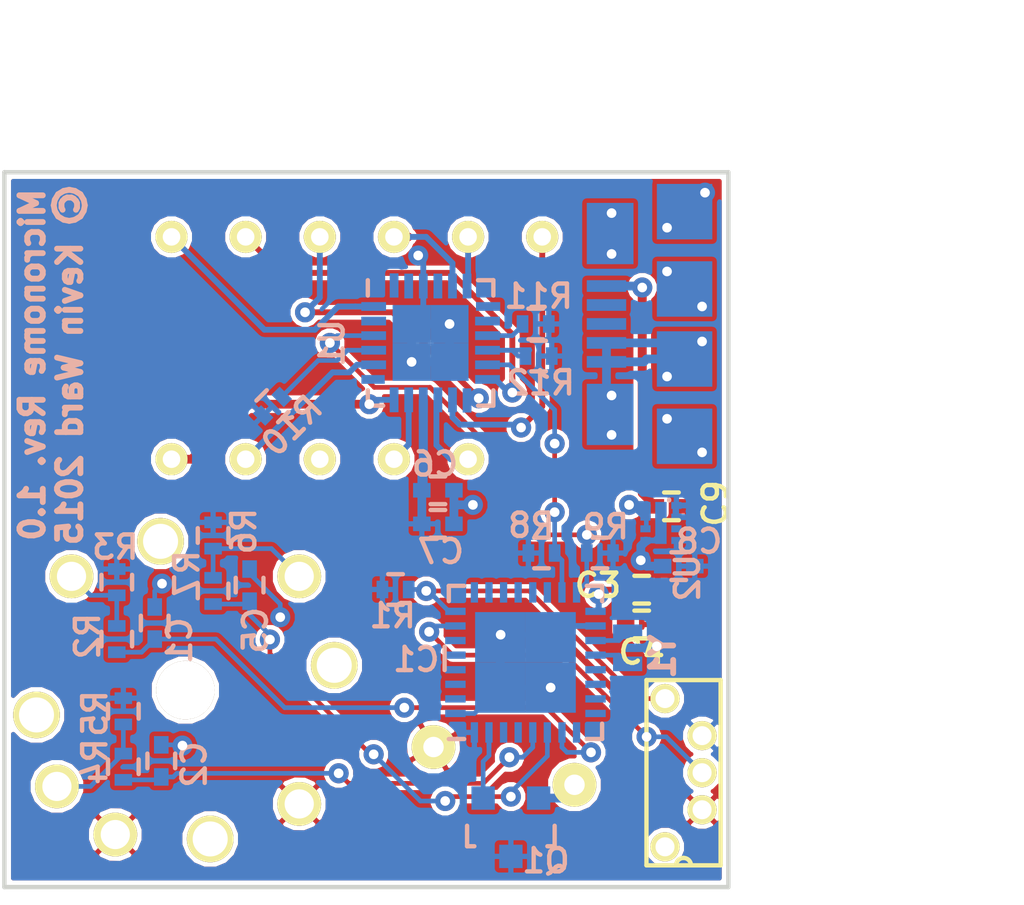
<source format=kicad_pcb>
(kicad_pcb (version 4) (host pcbnew "(2015-10-28 BZR 6285, Git 77f1d8a)-product")

  (general
    (links 94)
    (no_connects 0)
    (area 67.224999 67.724999 92.175001 92.375001)
    (thickness 1.6)
    (drawings 7)
    (tracks 324)
    (zones 0)
    (modules 31)
    (nets 59)
  )

  (page A4)
  (title_block
    (title Micronome)
    (rev 1)
    (company "Kevin Ward")
  )

  (layers
    (0 F.Cu signal)
    (31 B.Cu signal)
    (32 B.Adhes user)
    (33 F.Adhes user)
    (34 B.Paste user)
    (35 F.Paste user)
    (36 B.SilkS user)
    (37 F.SilkS user)
    (38 B.Mask user)
    (39 F.Mask user)
    (40 Dwgs.User user)
    (41 Cmts.User user)
    (42 Eco1.User user)
    (43 Eco2.User user)
    (44 Edge.Cuts user)
    (45 Margin user)
    (46 B.CrtYd user)
    (47 F.CrtYd user)
    (48 B.Fab user)
    (49 F.Fab user)
  )

  (setup
    (last_trace_width 0.2)
    (user_trace_width 0.2)
    (user_trace_width 0.3)
    (trace_clearance 0.1524)
    (zone_clearance 0.1524)
    (zone_45_only yes)
    (trace_min 0.1524)
    (segment_width 0.2)
    (edge_width 0.15)
    (via_size 0.69)
    (via_drill 0.331)
    (via_min_size 0.69)
    (via_min_drill 0.331)
    (uvia_size 0.3)
    (uvia_drill 0.1)
    (uvias_allowed no)
    (uvia_min_size 0.2)
    (uvia_min_drill 0.1)
    (pcb_text_width 0.3)
    (pcb_text_size 1.5 1.5)
    (mod_edge_width 0.15)
    (mod_text_size 0.8 0.8)
    (mod_text_width 0.15)
    (pad_size 1.3 1.3)
    (pad_drill 0)
    (pad_to_mask_clearance 0.02)
    (aux_axis_origin 0 0)
    (grid_origin 67.3 92.9)
    (visible_elements FFFFEF7F)
    (pcbplotparams
      (layerselection 0x010f0_80000001)
      (usegerberextensions true)
      (excludeedgelayer true)
      (linewidth 0.100000)
      (plotframeref false)
      (viasonmask false)
      (mode 1)
      (useauxorigin false)
      (hpglpennumber 1)
      (hpglpenspeed 20)
      (hpglpendiameter 15)
      (hpglpenoverlay 2)
      (psnegative false)
      (psa4output false)
      (plotreference true)
      (plotvalue false)
      (plotinvisibletext false)
      (padsonsilk false)
      (subtractmaskfromsilk false)
      (outputformat 1)
      (mirror false)
      (drillshape 0)
      (scaleselection 1)
      (outputdirectory gerbers/))
  )

  (net 0 "")
  (net 1 /SW1)
  (net 2 GND)
  (net 3 /ROTA)
  (net 4 VCC)
  (net 5 /ROTB)
  (net 6 "Net-(IC1-Pad2)")
  (net 7 "Net-(IC1-Pad3)")
  (net 8 "Net-(IC1-Pad4)")
  (net 9 "Net-(IC1-Pad5)")
  (net 10 "Net-(IC1-Pad6)")
  (net 11 "Net-(IC1-Pad9)")
  (net 12 "Net-(IC1-Pad10)")
  (net 13 "Net-(IC1-Pad11)")
  (net 14 "Net-(IC1-Pad12)")
  (net 15 "Net-(IC1-Pad13)")
  (net 16 "Net-(IC1-Pad14)")
  (net 17 "Net-(IC1-Pad15)")
  (net 18 "Net-(IC1-Pad16)")
  (net 19 "Net-(IC1-Pad19)")
  (net 20 "Net-(IC1-Pad20)")
  (net 21 "Net-(IC1-Pad21)")
  (net 22 "Net-(IC1-Pad22)")
  (net 23 "Net-(IC1-Pad23)")
  (net 24 "Net-(IC1-Pad24)")
  (net 25 "Net-(IC1-Pad25)")
  (net 26 "Net-(IC1-Pad29)")
  (net 27 "Net-(IC1-Pad30)")
  (net 28 "Net-(IC1-Pad31)")
  (net 29 "Net-(R2-Pad1)")
  (net 30 "Net-(R4-Pad1)")
  (net 31 "Net-(R6-Pad2)")
  (net 32 "Net-(R10-Pad1)")
  (net 33 "Net-(R11-Pad1)")
  (net 34 "Net-(R12-Pad1)")
  (net 35 "Net-(U1-Pad2)")
  (net 36 "Net-(U1-Pad4)")
  (net 37 "Net-(U1-Pad7)")
  (net 38 "Net-(U1-Pad8)")
  (net 39 "Net-(7Seg1-Pad1)")
  (net 40 "Net-(7Seg1-Pad2)")
  (net 41 "Net-(7Seg1-Pad3)")
  (net 42 "Net-(7Seg1-Pad4)")
  (net 43 "Net-(7Seg1-Pad5)")
  (net 44 "Net-(7Seg1-Pad12)")
  (net 45 "Net-(7Seg1-Pad11)")
  (net 46 "Net-(7Seg1-Pad10)")
  (net 47 "Net-(7Seg1-Pad9)")
  (net 48 "Net-(7Seg1-Pad8)")
  (net 49 "Net-(7Seg1-Pad7)")
  (net 50 "Net-(U1-Pad1)")
  (net 51 "Net-(U1-Pad19)")
  (net 52 "Net-(U1-Pad23)")
  (net 53 "Net-(CON1-Pad3)")
  (net 54 "Net-(CON1-Pad6)")
  (net 55 "Net-(Q1-Pad2)")
  (net 56 "Net-(P1-Pad2)")
  (net 57 "Net-(P1-Pad3)")
  (net 58 "Net-(C9-Pad1)")

  (net_class Default "This is the default net class."
    (clearance 0.1524)
    (trace_width 0.16)
    (via_dia 0.69)
    (via_drill 0.331)
    (uvia_dia 0.3)
    (uvia_drill 0.1)
    (add_net /ROTA)
    (add_net /ROTB)
    (add_net /SW1)
    (add_net GND)
    (add_net "Net-(7Seg1-Pad1)")
    (add_net "Net-(7Seg1-Pad10)")
    (add_net "Net-(7Seg1-Pad11)")
    (add_net "Net-(7Seg1-Pad12)")
    (add_net "Net-(7Seg1-Pad2)")
    (add_net "Net-(7Seg1-Pad3)")
    (add_net "Net-(7Seg1-Pad4)")
    (add_net "Net-(7Seg1-Pad5)")
    (add_net "Net-(7Seg1-Pad7)")
    (add_net "Net-(7Seg1-Pad8)")
    (add_net "Net-(7Seg1-Pad9)")
    (add_net "Net-(C9-Pad1)")
    (add_net "Net-(CON1-Pad3)")
    (add_net "Net-(CON1-Pad6)")
    (add_net "Net-(IC1-Pad10)")
    (add_net "Net-(IC1-Pad11)")
    (add_net "Net-(IC1-Pad12)")
    (add_net "Net-(IC1-Pad13)")
    (add_net "Net-(IC1-Pad14)")
    (add_net "Net-(IC1-Pad15)")
    (add_net "Net-(IC1-Pad16)")
    (add_net "Net-(IC1-Pad19)")
    (add_net "Net-(IC1-Pad2)")
    (add_net "Net-(IC1-Pad20)")
    (add_net "Net-(IC1-Pad21)")
    (add_net "Net-(IC1-Pad22)")
    (add_net "Net-(IC1-Pad23)")
    (add_net "Net-(IC1-Pad24)")
    (add_net "Net-(IC1-Pad25)")
    (add_net "Net-(IC1-Pad29)")
    (add_net "Net-(IC1-Pad3)")
    (add_net "Net-(IC1-Pad30)")
    (add_net "Net-(IC1-Pad31)")
    (add_net "Net-(IC1-Pad4)")
    (add_net "Net-(IC1-Pad5)")
    (add_net "Net-(IC1-Pad6)")
    (add_net "Net-(IC1-Pad9)")
    (add_net "Net-(P1-Pad2)")
    (add_net "Net-(P1-Pad3)")
    (add_net "Net-(Q1-Pad2)")
    (add_net "Net-(R10-Pad1)")
    (add_net "Net-(R11-Pad1)")
    (add_net "Net-(R12-Pad1)")
    (add_net "Net-(R2-Pad1)")
    (add_net "Net-(R4-Pad1)")
    (add_net "Net-(R6-Pad2)")
    (add_net "Net-(U1-Pad1)")
    (add_net "Net-(U1-Pad19)")
    (add_net "Net-(U1-Pad2)")
    (add_net "Net-(U1-Pad23)")
    (add_net "Net-(U1-Pad4)")
    (add_net "Net-(U1-Pad7)")
    (add_net "Net-(U1-Pad8)")
    (add_net VCC)
  )

  (net_class Vcc ""
    (clearance 0.1524)
    (trace_width 0.2)
    (via_dia 0.69)
    (via_drill 0.331)
    (uvia_dia 0.3)
    (uvia_drill 0.1)
  )

  (net_class power ""
    (clearance 0.1524)
    (trace_width 0.2)
    (via_dia 0.69)
    (via_drill 0.331)
    (uvia_dia 0.3)
    (uvia_drill 0.1)
  )

  (module Capacitors_SMD:C_0402 (layer F.Cu) (tedit 56302027) (tstamp 562D257D)
    (at 89.13148 83.3)
    (descr "Capacitor SMD 0402, reflow soldering, AVX (see smccp.pdf)")
    (tags "capacitor 0402")
    (path /562C7AF8)
    (attr smd)
    (fp_text reference C4 (at 0 0.95) (layer F.SilkS)
      (effects (font (size 0.8 0.8) (thickness 0.15)))
    )
    (fp_text value 10u (at 0 1.7) (layer F.Fab) hide
      (effects (font (size 0.4 0.4) (thickness 0.1)))
    )
    (fp_line (start -1.15 -0.6) (end 1.15 -0.6) (layer F.CrtYd) (width 0.05))
    (fp_line (start -1.15 0.6) (end 1.15 0.6) (layer F.CrtYd) (width 0.05))
    (fp_line (start -1.15 -0.6) (end -1.15 0.6) (layer F.CrtYd) (width 0.05))
    (fp_line (start 1.15 -0.6) (end 1.15 0.6) (layer F.CrtYd) (width 0.05))
    (fp_line (start 0.25 -0.475) (end -0.25 -0.475) (layer F.SilkS) (width 0.15))
    (fp_line (start -0.25 0.475) (end 0.25 0.475) (layer F.SilkS) (width 0.15))
    (pad 1 smd rect (at -0.55 0) (size 0.6 0.5) (layers F.Cu F.Paste F.Mask)
      (net 4 VCC))
    (pad 2 smd rect (at 0.55 0) (size 0.6 0.5) (layers F.Cu F.Paste F.Mask)
      (net 2 GND))
    (model Capacitors_SMD.3dshapes/C_0402.wrl
      (at (xyz 0 0 0))
      (scale (xyz 1 1 1))
      (rotate (xyz 0 0 0))
    )
  )

  (module crystal_ABS05_Abracon_smd (layer B.Cu) (tedit 563382D6) (tstamp 56337EFC)
    (at 88.65 84.1 90)
    (path /5633897E)
    (fp_text reference Y1 (at -0.3 1.2 90) (layer B.SilkS)
      (effects (font (size 0.8 0.8) (thickness 0.2)) (justify mirror))
    )
    (fp_text value Crystal (at 0 2.4 90) (layer B.SilkS) hide
      (effects (font (size 1.2 1.2) (thickness 0.15)) (justify mirror))
    )
    (pad 1 smd rect (at -0.55 0 90) (size 0.5 1) (layers B.Cu B.Paste B.Mask)
      (net 20 "Net-(IC1-Pad20)"))
    (pad 2 smd rect (at 0.55 0 90) (size 0.5 1) (layers B.Cu B.Paste B.Mask)
      (net 19 "Net-(IC1-Pad19)"))
  )

  (module kobitone_9.6mm_buzzer (layer F.Cu) (tedit 5630417F) (tstamp 56301B46)
    (at 84.414815 88.147048 165)
    (path /56300575)
    (fp_text reference SP1 (at 0 0.5 165) (layer F.SilkS) hide
      (effects (font (size 0.8 0.8) (thickness 0.15)))
    )
    (fp_text value SPEAKER (at 0 -0.5 165) (layer F.Fab) hide
      (effects (font (size 0.4 0.4) (thickness 0.1)))
    )
    (fp_circle (center 0 0) (end 0 -4.699) (layer F.CrtYd) (width 0.15))
    (pad 1 thru_hole circle (at -2.5 0 165) (size 1.5 1.5) (drill 0.7) (layers *.Cu *.Mask F.SilkS)
      (net 55 "Net-(Q1-Pad2)"))
    (pad 2 thru_hole circle (at 2.5 0 165) (size 1.5 1.5) (drill 0.7) (layers *.Cu *.Mask F.SilkS)
      (net 2 GND))
  )

  (module Resistors_SMD:R_0402 (layer B.Cu) (tedit 56301F64) (tstamp 562D25F3)
    (at 71.375 86.275 270)
    (descr "Resistor SMD 0402, reflow soldering, Vishay (see dcrcw.pdf)")
    (tags "resistor 0402")
    (path /56311004)
    (attr smd)
    (fp_text reference R5 (at 0.075 0.975 270) (layer B.SilkS)
      (effects (font (size 0.8 0.8) (thickness 0.15)) (justify mirror))
    )
    (fp_text value 10k (at 0 -1.8 270) (layer B.Fab) hide
      (effects (font (size 0.4 0.4) (thickness 0.1)) (justify mirror))
    )
    (fp_line (start -0.95 0.65) (end 0.95 0.65) (layer B.CrtYd) (width 0.05))
    (fp_line (start -0.95 -0.65) (end 0.95 -0.65) (layer B.CrtYd) (width 0.05))
    (fp_line (start -0.95 0.65) (end -0.95 -0.65) (layer B.CrtYd) (width 0.05))
    (fp_line (start 0.95 0.65) (end 0.95 -0.65) (layer B.CrtYd) (width 0.05))
    (fp_line (start 0.25 0.525) (end -0.25 0.525) (layer B.SilkS) (width 0.15))
    (fp_line (start -0.25 -0.525) (end 0.25 -0.525) (layer B.SilkS) (width 0.15))
    (pad 1 smd rect (at -0.45 0 270) (size 0.4 0.6) (layers B.Cu B.Paste B.Mask)
      (net 4 VCC))
    (pad 2 smd rect (at 0.45 0 270) (size 0.4 0.6) (layers B.Cu B.Paste B.Mask)
      (net 30 "Net-(R4-Pad1)"))
    (model Resistors_SMD.3dshapes/R_0402.wrl
      (at (xyz 0 0 0))
      (scale (xyz 1 1 1))
      (rotate (xyz 0 0 0))
    )
  )

  (module Capacitors_SMD:C_0402 (layer F.Cu) (tedit 56302020) (tstamp 562D2571)
    (at 89.13148 82.107186)
    (descr "Capacitor SMD 0402, reflow soldering, AVX (see smccp.pdf)")
    (tags "capacitor 0402")
    (path /562C7A7B)
    (attr smd)
    (fp_text reference C3 (at -1.5 -0.15) (layer F.SilkS)
      (effects (font (size 0.8 0.8) (thickness 0.15)))
    )
    (fp_text value 0.1u (at 0 1.700001) (layer F.Fab) hide
      (effects (font (size 0.4 0.4) (thickness 0.1)))
    )
    (fp_line (start -1.15 -0.6) (end 1.15 -0.6) (layer F.CrtYd) (width 0.05))
    (fp_line (start -1.15 0.6) (end 1.15 0.6) (layer F.CrtYd) (width 0.05))
    (fp_line (start -1.15 -0.6) (end -1.15 0.6) (layer F.CrtYd) (width 0.05))
    (fp_line (start 1.15 -0.6) (end 1.15 0.6) (layer F.CrtYd) (width 0.05))
    (fp_line (start 0.25 -0.475) (end -0.25 -0.475) (layer F.SilkS) (width 0.15))
    (fp_line (start -0.25 0.475) (end 0.25 0.475) (layer F.SilkS) (width 0.15))
    (pad 1 smd rect (at -0.55 0) (size 0.6 0.5) (layers F.Cu F.Paste F.Mask)
      (net 4 VCC))
    (pad 2 smd rect (at 0.55 0) (size 0.6 0.5) (layers F.Cu F.Paste F.Mask)
      (net 2 GND))
    (model Capacitors_SMD.3dshapes/C_0402.wrl
      (at (xyz 0 0 0))
      (scale (xyz 1 1 1))
      (rotate (xyz 0 0 0))
    )
  )

  (module LDT-N2804RI (layer F.Cu) (tedit 563241B5) (tstamp 562EE3BB)
    (at 78.5 73.95)
    (path /562EE04F)
    (fp_text reference 7Seg1 (at 10.025 -0.125 90) (layer F.Fab) hide
      (effects (font (size 0.8 0.8) (thickness 0.15)))
    )
    (fp_text value 7segment_3digit (at -8.375 0.125 90) (layer F.Fab) hide
      (effects (font (size 0.4 0.4) (thickness 0.1)))
    )
    (fp_text user 1 (at -5.375 1.625) (layer F.Fab) hide
      (effects (font (size 1 1) (thickness 0.15)))
    )
    (fp_line (start -10.375 4.875) (end -10.375 -5.125) (layer F.CrtYd) (width 0.15))
    (fp_line (start -10.375 -5.125) (end 12.125 -5.125) (layer F.CrtYd) (width 0.15))
    (fp_line (start 12.125 -5.125) (end 12.125 4.875) (layer F.CrtYd) (width 0.15))
    (fp_line (start 12.125 4.875) (end -10.375 4.875) (layer F.CrtYd) (width 0.15))
    (pad 1 thru_hole circle (at -5.475 3.685 90) (size 1.1 1.1) (drill 0.6) (layers *.Cu *.Mask F.SilkS)
      (net 39 "Net-(7Seg1-Pad1)"))
    (pad 2 thru_hole circle (at -2.935 3.685 90) (size 1.1 1.1) (drill 0.6) (layers *.Cu *.Mask F.SilkS)
      (net 40 "Net-(7Seg1-Pad2)"))
    (pad 3 thru_hole circle (at -0.395 3.685 90) (size 1.1 1.1) (drill 0.6) (layers *.Cu *.Mask F.SilkS)
      (net 41 "Net-(7Seg1-Pad3)"))
    (pad 4 thru_hole circle (at 2.145 3.685 90) (size 1.1 1.1) (drill 0.6) (layers *.Cu *.Mask F.SilkS)
      (net 42 "Net-(7Seg1-Pad4)"))
    (pad 5 thru_hole circle (at 4.685 3.685 90) (size 1.1 1.1) (drill 0.6) (layers *.Cu *.Mask F.SilkS)
      (net 43 "Net-(7Seg1-Pad5)"))
    (pad 12 thru_hole circle (at -5.475 -3.935 90) (size 1.1 1.1) (drill 0.6) (layers *.Cu *.Mask F.SilkS)
      (net 44 "Net-(7Seg1-Pad12)"))
    (pad 11 thru_hole circle (at -2.935 -3.935 90) (size 1.1 1.1) (drill 0.6) (layers *.Cu *.Mask F.SilkS)
      (net 45 "Net-(7Seg1-Pad11)"))
    (pad 10 thru_hole circle (at -0.395 -3.935 90) (size 1.1 1.1) (drill 0.6) (layers *.Cu *.Mask F.SilkS)
      (net 46 "Net-(7Seg1-Pad10)"))
    (pad 9 thru_hole circle (at 2.145 -3.935 90) (size 1.1 1.1) (drill 0.6) (layers *.Cu *.Mask F.SilkS)
      (net 47 "Net-(7Seg1-Pad9)"))
    (pad 8 thru_hole circle (at 4.685 -3.935 90) (size 1.1 1.1) (drill 0.6) (layers *.Cu *.Mask F.SilkS)
      (net 48 "Net-(7Seg1-Pad8)"))
    (pad 7 thru_hole circle (at 7.225 -3.935 90) (size 1.1 1.1) (drill 0.6) (layers *.Cu *.Mask F.SilkS)
      (net 49 "Net-(7Seg1-Pad7)"))
  )

  (module header_2x5_th (layer F.Cu) (tedit 5630FBDD) (tstamp 56366F25)
    (at 88.66 88.38 90)
    (path /562FC7F0)
    (fp_text reference CON1 (at 0 0.5 90) (layer F.SilkS) hide
      (effects (font (size 0.8 0.8) (thickness 0.15)))
    )
    (fp_text value PDI_50mil (at 0 -0.5 90) (layer F.Fab) hide
      (effects (font (size 0.4 0.4) (thickness 0.1)))
    )
    (fp_line (start -3.175 0.635) (end -3.175 3.175) (layer F.CrtYd) (width 0.15))
    (fp_line (start -3.175 3.175) (end 3.175 3.175) (layer F.CrtYd) (width 0.15))
    (fp_line (start 3.175 3.175) (end 3.175 0.635) (layer F.CrtYd) (width 0.15))
    (fp_line (start 3.175 0.635) (end -3.175 0.635) (layer F.CrtYd) (width 0.15))
    (fp_arc (start -3.175 1.905) (end -3.175 1.651) (angle 90) (layer F.SilkS) (width 0.15))
    (fp_arc (start -3.175 1.905) (end -2.921 1.905) (angle 90) (layer F.SilkS) (width 0.15))
    (fp_line (start -3.175 3.175) (end 3.175 3.175) (layer F.SilkS) (width 0.15))
    (fp_line (start 3.175 3.175) (end 3.175 0.635) (layer F.SilkS) (width 0.15))
    (fp_line (start 3.175 0.635) (end -3.175 0.635) (layer F.SilkS) (width 0.15))
    (fp_line (start -3.175 0.635) (end -3.175 3.175) (layer F.SilkS) (width 0.15))
    (pad 2 thru_hole circle (at -1.27 2.54 90) (size 1 1) (drill 0.65) (layers *.Cu *.Mask F.SilkS)
      (net 2 GND))
    (pad 3 thru_hole circle (at 0 2.54 90) (size 1 1) (drill 0.65) (layers *.Cu *.Mask F.SilkS)
      (net 53 "Net-(CON1-Pad3)"))
    (pad 4 thru_hole circle (at 1.27 2.54 90) (size 1 1) (drill 0.65) (layers *.Cu *.Mask F.SilkS)
      (net 4 VCC))
    (pad 6 thru_hole circle (at 2.54 1.27 90) (size 1 1) (drill 0.65) (layers *.Cu *.Mask F.SilkS)
      (net 54 "Net-(CON1-Pad6)"))
    (pad 10 thru_hole circle (at -2.54 1.27 90) (size 1 1) (drill 0.65) (layers *.Cu *.Mask F.SilkS))
  )

  (module XDFN8_1.6x1.2 placed (layer B.Cu) (tedit 5633880E) (tstamp 562D265D)
    (at 90.3 79.3 270)
    (path /562CC547)
    (solder_mask_margin 0.02)
    (fp_text reference U2 (at 2.4 -0.4 270) (layer B.SilkS)
      (effects (font (size 0.8 0.8) (thickness 0.15)) (justify mirror))
    )
    (fp_text value NCP706A (at 1.28 3.04 270) (layer B.Fab) hide
      (effects (font (size 0.4 0.4) (thickness 0.1)) (justify mirror))
    )
    (fp_line (start -0.2794 0.2286) (end -0.254 0.2286) (layer B.SilkS) (width 0.15))
    (pad 1 smd rect (at -0.08 0.01 270) (size 0.24 0.35) (drill (offset 0 -0.03)) (layers B.Cu B.Paste B.Mask)
      (net 4 VCC))
    (pad 2 smd rect (at 0.32 0.01 270) (size 0.24 0.35) (drill (offset 0 -0.03)) (layers B.Cu B.Paste B.Mask)
      (net 4 VCC))
    (pad 3 smd rect (at 0.72 0.01 270) (size 0.24 0.35) (drill (offset 0 -0.03)) (layers B.Cu B.Paste B.Mask))
    (pad 4 smd rect (at 1.12 0.01 270) (size 0.24 0.35) (drill (offset 0 -0.03)) (layers B.Cu B.Paste B.Mask)
      (net 4 VCC))
    (pad 5 smd rect (at 1.12 1.01 270) (size 0.24 0.35) (drill (offset 0 0.03)) (layers B.Cu B.Paste B.Mask)
      (net 2 GND))
    (pad 6 smd rect (at 0.72 1.01 270) (size 0.24 0.35) (drill (offset 0 0.03)) (layers B.Cu B.Paste B.Mask)
      (net 58 "Net-(C9-Pad1)"))
    (pad 7 smd rect (at 0.32 1.01 270) (size 0.24 0.35) (drill (offset 0 0.03)) (layers B.Cu B.Paste B.Mask)
      (net 58 "Net-(C9-Pad1)"))
    (pad 8 smd rect (at -0.08 1.01 270) (size 0.24 0.35) (drill (offset 0 0.03)) (layers B.Cu B.Paste B.Mask)
      (net 58 "Net-(C9-Pad1)"))
    (pad 9 smd rect (at 0.52 0.5 270) (size 1.44 0.39) (drill (offset 0 0.01)) (layers B.Cu B.Paste B.Mask)
      (net 2 GND))
  )

  (module Housings_DFN_QFN:QFN-32-1EP_5x5mm_Pitch0.5mm placed (layer B.Cu) (tedit 563387FF) (tstamp 562D25D5)
    (at 85.15 84.6)
    (descr "UH Package; 32-Lead Plastic QFN (5mm x 5mm); (see Linear Technology QFN_32_05-08-1693.pdf)")
    (tags "QFN 0.5")
    (path /562C3FC7)
    (attr smd)
    (fp_text reference IC1 (at -3.55 -0.1 180) (layer B.SilkS)
      (effects (font (size 0.8 0.8) (thickness 0.15)) (justify mirror))
    )
    (fp_text value ATXMEGA8E5-MU (at 0 -3.749999) (layer B.Fab) hide
      (effects (font (size 0.4 0.4) (thickness 0.1)) (justify mirror))
    )
    (fp_line (start -3 3) (end -3 -3) (layer B.CrtYd) (width 0.05))
    (fp_line (start 3 3) (end 3 -3) (layer B.CrtYd) (width 0.05))
    (fp_line (start -3 3) (end 3 3) (layer B.CrtYd) (width 0.05))
    (fp_line (start -3 -3) (end 3 -3) (layer B.CrtYd) (width 0.05))
    (fp_line (start 2.625 2.625) (end 2.625 2.1) (layer B.SilkS) (width 0.15))
    (fp_line (start -2.625 -2.625) (end -2.625 -2.1) (layer B.SilkS) (width 0.15))
    (fp_line (start 2.625 -2.625) (end 2.625 -2.1) (layer B.SilkS) (width 0.15))
    (fp_line (start -2.625 2.625) (end -2.1 2.625) (layer B.SilkS) (width 0.15))
    (fp_line (start -2.625 -2.625) (end -2.1 -2.625) (layer B.SilkS) (width 0.15))
    (fp_line (start 2.625 -2.625) (end 2.1 -2.625) (layer B.SilkS) (width 0.15))
    (fp_line (start 2.625 2.625) (end 2.1 2.625) (layer B.SilkS) (width 0.15))
    (pad 1 smd rect (at -2.4 1.75) (size 0.7 0.25) (layers B.Cu B.Paste B.Mask)
      (net 2 GND))
    (pad 2 smd rect (at -2.4 1.25) (size 0.7 0.25) (layers B.Cu B.Paste B.Mask)
      (net 6 "Net-(IC1-Pad2)"))
    (pad 3 smd rect (at -2.4 0.75) (size 0.7 0.25) (layers B.Cu B.Paste B.Mask)
      (net 7 "Net-(IC1-Pad3)"))
    (pad 4 smd rect (at -2.4 0.25) (size 0.7 0.25) (layers B.Cu B.Paste B.Mask)
      (net 8 "Net-(IC1-Pad4)"))
    (pad 5 smd rect (at -2.4 -0.25) (size 0.7 0.25) (layers B.Cu B.Paste B.Mask)
      (net 9 "Net-(IC1-Pad5)"))
    (pad 6 smd rect (at -2.4 -0.75) (size 0.7 0.25) (layers B.Cu B.Paste B.Mask)
      (net 10 "Net-(IC1-Pad6)"))
    (pad 7 smd rect (at -2.4 -1.25) (size 0.7 0.25) (layers B.Cu B.Paste B.Mask)
      (net 53 "Net-(CON1-Pad3)"))
    (pad 8 smd rect (at -2.4 -1.75) (size 0.7 0.25) (layers B.Cu B.Paste B.Mask)
      (net 54 "Net-(CON1-Pad6)"))
    (pad 9 smd rect (at -1.75 -2.4 270) (size 0.7 0.25) (layers B.Cu B.Paste B.Mask)
      (net 11 "Net-(IC1-Pad9)"))
    (pad 10 smd rect (at -1.25 -2.4 270) (size 0.7 0.25) (layers B.Cu B.Paste B.Mask)
      (net 12 "Net-(IC1-Pad10)"))
    (pad 11 smd rect (at -0.75 -2.4 270) (size 0.7 0.25) (layers B.Cu B.Paste B.Mask)
      (net 13 "Net-(IC1-Pad11)"))
    (pad 12 smd rect (at -0.25 -2.4 270) (size 0.7 0.25) (layers B.Cu B.Paste B.Mask)
      (net 14 "Net-(IC1-Pad12)"))
    (pad 13 smd rect (at 0.25 -2.4 270) (size 0.7 0.25) (layers B.Cu B.Paste B.Mask)
      (net 15 "Net-(IC1-Pad13)"))
    (pad 14 smd rect (at 0.75 -2.4 270) (size 0.7 0.25) (layers B.Cu B.Paste B.Mask)
      (net 16 "Net-(IC1-Pad14)"))
    (pad 15 smd rect (at 1.25 -2.4 270) (size 0.7 0.25) (layers B.Cu B.Paste B.Mask)
      (net 17 "Net-(IC1-Pad15)"))
    (pad 16 smd rect (at 1.75 -2.4 270) (size 0.7 0.25) (layers B.Cu B.Paste B.Mask)
      (net 18 "Net-(IC1-Pad16)"))
    (pad 17 smd rect (at 2.4 -1.75) (size 0.7 0.25) (layers B.Cu B.Paste B.Mask)
      (net 4 VCC))
    (pad 18 smd rect (at 2.4 -1.25) (size 0.7 0.25) (layers B.Cu B.Paste B.Mask)
      (net 2 GND))
    (pad 19 smd rect (at 2.4 -0.75) (size 0.7 0.25) (layers B.Cu B.Paste B.Mask)
      (net 19 "Net-(IC1-Pad19)"))
    (pad 20 smd rect (at 2.4 -0.25) (size 0.7 0.25) (layers B.Cu B.Paste B.Mask)
      (net 20 "Net-(IC1-Pad20)"))
    (pad 21 smd rect (at 2.4 0.25) (size 0.7 0.25) (layers B.Cu B.Paste B.Mask)
      (net 21 "Net-(IC1-Pad21)"))
    (pad 22 smd rect (at 2.4 0.75) (size 0.7 0.25) (layers B.Cu B.Paste B.Mask)
      (net 22 "Net-(IC1-Pad22)"))
    (pad 23 smd rect (at 2.4 1.25) (size 0.7 0.25) (layers B.Cu B.Paste B.Mask)
      (net 23 "Net-(IC1-Pad23)"))
    (pad 24 smd rect (at 2.4 1.75) (size 0.7 0.25) (layers B.Cu B.Paste B.Mask)
      (net 24 "Net-(IC1-Pad24)"))
    (pad 25 smd rect (at 1.75 2.4 270) (size 0.7 0.25) (layers B.Cu B.Paste B.Mask)
      (net 25 "Net-(IC1-Pad25)"))
    (pad 26 smd rect (at 1.25 2.4 270) (size 0.7 0.25) (layers B.Cu B.Paste B.Mask)
      (net 1 /SW1))
    (pad 27 smd rect (at 0.75 2.4 270) (size 0.7 0.25) (layers B.Cu B.Paste B.Mask)
      (net 5 /ROTB))
    (pad 28 smd rect (at 0.25 2.4 270) (size 0.7 0.25) (layers B.Cu B.Paste B.Mask)
      (net 3 /ROTA))
    (pad 29 smd rect (at -0.25 2.4 270) (size 0.7 0.25) (layers B.Cu B.Paste B.Mask)
      (net 26 "Net-(IC1-Pad29)"))
    (pad 30 smd rect (at -0.75 2.4 270) (size 0.7 0.25) (layers B.Cu B.Paste B.Mask)
      (net 27 "Net-(IC1-Pad30)"))
    (pad 31 smd rect (at -1.25 2.4 270) (size 0.7 0.25) (layers B.Cu B.Paste B.Mask)
      (net 28 "Net-(IC1-Pad31)"))
    (pad 32 smd rect (at -1.75 2.4 270) (size 0.7 0.25) (layers B.Cu B.Paste B.Mask)
      (net 4 VCC))
    (pad 33 smd rect (at 0.8625 -0.8625) (size 1.725 1.725) (layers B.Cu B.Paste B.Mask)
      (net 2 GND) (solder_paste_margin_ratio -0.2))
    (pad 33 smd rect (at 0.8625 0.8625) (size 1.725 1.725) (layers B.Cu B.Paste B.Mask)
      (net 2 GND) (solder_paste_margin_ratio -0.2))
    (pad 33 smd rect (at -0.8625 -0.8625) (size 1.725 1.725) (layers B.Cu B.Paste B.Mask)
      (net 2 GND) (solder_paste_margin_ratio -0.2))
    (pad 33 smd rect (at -0.8625 0.8625) (size 1.725 1.725) (layers B.Cu B.Paste B.Mask)
      (net 2 GND) (solder_paste_margin_ratio -0.2))
    (model Housings_DFN_QFN.3dshapes/QFN-32-1EP_5x5mm_Pitch0.5mm.wrl
      (at (xyz 0 0 0))
      (scale (xyz 1 1 1))
      (rotate (xyz 0 0 0))
    )
  )

  (module Capacitors_SMD:C_0402 (layer B.Cu) (tedit 5630207E) (tstamp 562D25AD)
    (at 90.4 81.3 180)
    (descr "Capacitor SMD 0402, reflow soldering, AVX (see smccp.pdf)")
    (tags "capacitor 0402")
    (path /562CC674)
    (attr smd)
    (fp_text reference C8 (at -0.7 0.85 180) (layer B.SilkS)
      (effects (font (size 0.8 0.8) (thickness 0.15)) (justify mirror))
    )
    (fp_text value 4.7u (at 0 -1.7 180) (layer B.Fab) hide
      (effects (font (size 0.4 0.4) (thickness 0.1)) (justify mirror))
    )
    (fp_line (start -1.15 0.6) (end 1.15 0.6) (layer B.CrtYd) (width 0.05))
    (fp_line (start -1.15 -0.6) (end 1.15 -0.6) (layer B.CrtYd) (width 0.05))
    (fp_line (start -1.15 0.6) (end -1.15 -0.6) (layer B.CrtYd) (width 0.05))
    (fp_line (start 1.15 0.6) (end 1.15 -0.6) (layer B.CrtYd) (width 0.05))
    (fp_line (start 0.25 0.475) (end -0.25 0.475) (layer B.SilkS) (width 0.15))
    (fp_line (start -0.25 -0.475) (end 0.25 -0.475) (layer B.SilkS) (width 0.15))
    (pad 1 smd rect (at -0.55 0 180) (size 0.6 0.5) (layers B.Cu B.Paste B.Mask)
      (net 4 VCC))
    (pad 2 smd rect (at 0.55 0 180) (size 0.6 0.5) (layers B.Cu B.Paste B.Mask)
      (net 2 GND))
    (model Capacitors_SMD.3dshapes/C_0402.wrl
      (at (xyz 0 0 0))
      (scale (xyz 1 1 1))
      (rotate (xyz 0 0 0))
    )
  )

  (module Capacitors_SMD:C_0402 (layer B.Cu) (tedit 5630205A) (tstamp 562D25A1)
    (at 82.15 79.85 180)
    (descr "Capacitor SMD 0402, reflow soldering, AVX (see smccp.pdf)")
    (tags "capacitor 0402")
    (path /562C677C)
    (attr smd)
    (fp_text reference C7 (at -0.1 -0.95 180) (layer B.SilkS)
      (effects (font (size 0.8 0.8) (thickness 0.15)) (justify mirror))
    )
    (fp_text value 10u (at 0 -1.7 180) (layer B.Fab) hide
      (effects (font (size 0.4 0.4) (thickness 0.1)) (justify mirror))
    )
    (fp_line (start -1.15 0.6) (end 1.15 0.6) (layer B.CrtYd) (width 0.05))
    (fp_line (start -1.15 -0.6) (end 1.15 -0.6) (layer B.CrtYd) (width 0.05))
    (fp_line (start -1.15 0.6) (end -1.15 -0.6) (layer B.CrtYd) (width 0.05))
    (fp_line (start 1.15 0.6) (end 1.15 -0.6) (layer B.CrtYd) (width 0.05))
    (fp_line (start 0.25 0.475) (end -0.25 0.475) (layer B.SilkS) (width 0.15))
    (fp_line (start -0.25 -0.475) (end 0.25 -0.475) (layer B.SilkS) (width 0.15))
    (pad 1 smd rect (at -0.55 0 180) (size 0.6 0.5) (layers B.Cu B.Paste B.Mask)
      (net 2 GND))
    (pad 2 smd rect (at 0.55 0 180) (size 0.6 0.5) (layers B.Cu B.Paste B.Mask)
      (net 4 VCC))
    (model Capacitors_SMD.3dshapes/C_0402.wrl
      (at (xyz 0 0 0))
      (scale (xyz 1 1 1))
      (rotate (xyz 0 0 0))
    )
  )

  (module Capacitors_SMD:C_0402 (layer B.Cu) (tedit 56302063) (tstamp 562D2595)
    (at 82.15 78.7 180)
    (descr "Capacitor SMD 0402, reflow soldering, AVX (see smccp.pdf)")
    (tags "capacitor 0402")
    (path /562C671E)
    (attr smd)
    (fp_text reference C6 (at 0.1 0.9 180) (layer B.SilkS)
      (effects (font (size 0.8 0.8) (thickness 0.15)) (justify mirror))
    )
    (fp_text value 0.1u (at 0 -1.700001 180) (layer B.Fab) hide
      (effects (font (size 0.4 0.4) (thickness 0.1)) (justify mirror))
    )
    (fp_line (start -1.15 0.6) (end 1.15 0.6) (layer B.CrtYd) (width 0.05))
    (fp_line (start -1.15 -0.6) (end 1.15 -0.6) (layer B.CrtYd) (width 0.05))
    (fp_line (start -1.15 0.6) (end -1.15 -0.6) (layer B.CrtYd) (width 0.05))
    (fp_line (start 1.15 0.6) (end 1.15 -0.6) (layer B.CrtYd) (width 0.05))
    (fp_line (start 0.25 0.475) (end -0.25 0.475) (layer B.SilkS) (width 0.15))
    (fp_line (start -0.25 -0.475) (end 0.25 -0.475) (layer B.SilkS) (width 0.15))
    (pad 1 smd rect (at -0.55 0 180) (size 0.6 0.5) (layers B.Cu B.Paste B.Mask)
      (net 2 GND))
    (pad 2 smd rect (at 0.55 0 180) (size 0.6 0.5) (layers B.Cu B.Paste B.Mask)
      (net 4 VCC))
    (model Capacitors_SMD.3dshapes/C_0402.wrl
      (at (xyz 0 0 0))
      (scale (xyz 1 1 1))
      (rotate (xyz 0 0 0))
    )
  )

  (module Capacitors_SMD:C_0402 (layer B.Cu) (tedit 56301FBD) (tstamp 562D2589)
    (at 75.7 81.95 90)
    (descr "Capacitor SMD 0402, reflow soldering, AVX (see smccp.pdf)")
    (tags "capacitor 0402")
    (path /5631237B)
    (attr smd)
    (fp_text reference C5 (at -1.55 0.2 90) (layer B.SilkS)
      (effects (font (size 0.8 0.8) (thickness 0.15)) (justify mirror))
    )
    (fp_text value 0.01u (at 0 -1.7 90) (layer B.Fab) hide
      (effects (font (size 0.4 0.4) (thickness 0.1)) (justify mirror))
    )
    (fp_line (start -1.15 0.6) (end 1.15 0.6) (layer B.CrtYd) (width 0.05))
    (fp_line (start -1.15 -0.6) (end 1.15 -0.6) (layer B.CrtYd) (width 0.05))
    (fp_line (start -1.15 0.6) (end -1.15 -0.6) (layer B.CrtYd) (width 0.05))
    (fp_line (start 1.15 0.6) (end 1.15 -0.6) (layer B.CrtYd) (width 0.05))
    (fp_line (start 0.25 0.475) (end -0.25 0.475) (layer B.SilkS) (width 0.15))
    (fp_line (start -0.25 -0.475) (end 0.25 -0.475) (layer B.SilkS) (width 0.15))
    (pad 1 smd rect (at -0.55 0 90) (size 0.6 0.5) (layers B.Cu B.Paste B.Mask)
      (net 5 /ROTB))
    (pad 2 smd rect (at 0.55 0 90) (size 0.6 0.5) (layers B.Cu B.Paste B.Mask)
      (net 2 GND))
    (model Capacitors_SMD.3dshapes/C_0402.wrl
      (at (xyz 0 0 0))
      (scale (xyz 1 1 1))
      (rotate (xyz 0 0 0))
    )
  )

  (module Capacitors_SMD:C_0402 (layer B.Cu) (tedit 56301F5F) (tstamp 562D2565)
    (at 72.675 87.975 90)
    (descr "Capacitor SMD 0402, reflow soldering, AVX (see smccp.pdf)")
    (tags "capacitor 0402")
    (path /56312062)
    (attr smd)
    (fp_text reference C2 (at -0.125 1.125 90) (layer B.SilkS)
      (effects (font (size 0.8 0.8) (thickness 0.15)) (justify mirror))
    )
    (fp_text value 0.01u (at 0 -1.7 90) (layer B.Fab) hide
      (effects (font (size 0.4 0.4) (thickness 0.1)) (justify mirror))
    )
    (fp_line (start -1.15 0.6) (end 1.15 0.6) (layer B.CrtYd) (width 0.05))
    (fp_line (start -1.15 -0.6) (end 1.15 -0.6) (layer B.CrtYd) (width 0.05))
    (fp_line (start -1.15 0.6) (end -1.15 -0.6) (layer B.CrtYd) (width 0.05))
    (fp_line (start 1.15 0.6) (end 1.15 -0.6) (layer B.CrtYd) (width 0.05))
    (fp_line (start 0.25 0.475) (end -0.25 0.475) (layer B.SilkS) (width 0.15))
    (fp_line (start -0.25 -0.475) (end 0.25 -0.475) (layer B.SilkS) (width 0.15))
    (pad 1 smd rect (at -0.55 0 90) (size 0.6 0.5) (layers B.Cu B.Paste B.Mask)
      (net 3 /ROTA))
    (pad 2 smd rect (at 0.55 0 90) (size 0.6 0.5) (layers B.Cu B.Paste B.Mask)
      (net 2 GND))
    (model Capacitors_SMD.3dshapes/C_0402.wrl
      (at (xyz 0 0 0))
      (scale (xyz 1 1 1))
      (rotate (xyz 0 0 0))
    )
  )

  (module Capacitors_SMD:C_0402 (layer B.Cu) (tedit 56301F7F) (tstamp 562D2559)
    (at 72.45 83.25 90)
    (descr "Capacitor SMD 0402, reflow soldering, AVX (see smccp.pdf)")
    (tags "capacitor 0402")
    (path /562CA9C9)
    (attr smd)
    (fp_text reference C1 (at -0.6 0.85 90) (layer B.SilkS)
      (effects (font (size 0.8 0.8) (thickness 0.15)) (justify mirror))
    )
    (fp_text value 0.01u (at 0 -1.7 90) (layer B.Fab) hide
      (effects (font (size 0.4 0.4) (thickness 0.1)) (justify mirror))
    )
    (fp_line (start -1.15 0.6) (end 1.15 0.6) (layer B.CrtYd) (width 0.05))
    (fp_line (start -1.15 -0.6) (end 1.15 -0.6) (layer B.CrtYd) (width 0.05))
    (fp_line (start -1.15 0.6) (end -1.15 -0.6) (layer B.CrtYd) (width 0.05))
    (fp_line (start 1.15 0.6) (end 1.15 -0.6) (layer B.CrtYd) (width 0.05))
    (fp_line (start 0.25 0.475) (end -0.25 0.475) (layer B.SilkS) (width 0.15))
    (fp_line (start -0.25 -0.475) (end 0.25 -0.475) (layer B.SilkS) (width 0.15))
    (pad 1 smd rect (at -0.55 0 90) (size 0.6 0.5) (layers B.Cu B.Paste B.Mask)
      (net 1 /SW1))
    (pad 2 smd rect (at 0.55 0 90) (size 0.6 0.5) (layers B.Cu B.Paste B.Mask)
      (net 2 GND))
    (model Capacitors_SMD.3dshapes/C_0402.wrl
      (at (xyz 0 0 0))
      (scale (xyz 1 1 1))
      (rotate (xyz 0 0 0))
    )
  )

  (module Resistors_SMD:R_0402 (layer B.Cu) (tedit 562EF150) (tstamp 562D261D)
    (at 85.6 74.1)
    (descr "Resistor SMD 0402, reflow soldering, Vishay (see dcrcw.pdf)")
    (tags "resistor 0402")
    (path /5630F598)
    (attr smd)
    (fp_text reference R12 (at 0.070711 0.919239) (layer B.SilkS)
      (effects (font (size 0.8 0.8) (thickness 0.15)) (justify mirror))
    )
    (fp_text value 41.2k (at 0 -1.8) (layer B.Fab) hide
      (effects (font (size 0.4 0.4) (thickness 0.1)) (justify mirror))
    )
    (fp_line (start -0.95 0.65) (end 0.95 0.65) (layer B.CrtYd) (width 0.05))
    (fp_line (start -0.95 -0.65) (end 0.95 -0.65) (layer B.CrtYd) (width 0.05))
    (fp_line (start -0.95 0.65) (end -0.95 -0.65) (layer B.CrtYd) (width 0.05))
    (fp_line (start 0.95 0.65) (end 0.95 -0.65) (layer B.CrtYd) (width 0.05))
    (fp_line (start 0.25 0.525) (end -0.25 0.525) (layer B.SilkS) (width 0.15))
    (fp_line (start -0.25 -0.525) (end 0.25 -0.525) (layer B.SilkS) (width 0.15))
    (pad 1 smd rect (at -0.45 0) (size 0.4 0.6) (layers B.Cu B.Paste B.Mask)
      (net 34 "Net-(R12-Pad1)"))
    (pad 2 smd rect (at 0.45 0) (size 0.4 0.6) (layers B.Cu B.Paste B.Mask)
      (net 4 VCC))
    (model Resistors_SMD.3dshapes/R_0402.wrl
      (at (xyz 0 0 0))
      (scale (xyz 1 1 1))
      (rotate (xyz 0 0 0))
    )
  )

  (module Resistors_SMD:R_0402 (layer B.Cu) (tedit 56302091) (tstamp 562D2617)
    (at 85.5 73)
    (descr "Resistor SMD 0402, reflow soldering, Vishay (see dcrcw.pdf)")
    (tags "resistor 0402")
    (path /5630F43B)
    (attr smd)
    (fp_text reference R11 (at 0.1 -0.95 180) (layer B.SilkS)
      (effects (font (size 0.8 0.8) (thickness 0.15)) (justify mirror))
    )
    (fp_text value 41.2k (at 0 -1.8) (layer B.Fab) hide
      (effects (font (size 0.4 0.4) (thickness 0.1)) (justify mirror))
    )
    (fp_line (start -0.95 0.65) (end 0.95 0.65) (layer B.CrtYd) (width 0.05))
    (fp_line (start -0.95 -0.65) (end 0.95 -0.65) (layer B.CrtYd) (width 0.05))
    (fp_line (start -0.95 0.65) (end -0.95 -0.65) (layer B.CrtYd) (width 0.05))
    (fp_line (start 0.95 0.65) (end 0.95 -0.65) (layer B.CrtYd) (width 0.05))
    (fp_line (start 0.25 0.525) (end -0.25 0.525) (layer B.SilkS) (width 0.15))
    (fp_line (start -0.25 -0.525) (end 0.25 -0.525) (layer B.SilkS) (width 0.15))
    (pad 1 smd rect (at -0.45 0) (size 0.4 0.6) (layers B.Cu B.Paste B.Mask)
      (net 33 "Net-(R11-Pad1)"))
    (pad 2 smd rect (at 0.45 0) (size 0.4 0.6) (layers B.Cu B.Paste B.Mask)
      (net 4 VCC))
    (model Resistors_SMD.3dshapes/R_0402.wrl
      (at (xyz 0 0 0))
      (scale (xyz 1 1 1))
      (rotate (xyz 0 0 0))
    )
  )

  (module Resistors_SMD:R_0402 (layer B.Cu) (tedit 563020D7) (tstamp 562D2611)
    (at 76.481802 75.818198 225)
    (descr "Resistor SMD 0402, reflow soldering, Vishay (see dcrcw.pdf)")
    (tags "resistor 0402")
    (path /562C6D7A)
    (attr smd)
    (fp_text reference R10 (at 0 -0.95 225) (layer B.SilkS)
      (effects (font (size 0.8 0.8) (thickness 0.15)) (justify mirror))
    )
    (fp_text value 41.2k (at 0 -1.8 225) (layer B.Fab) hide
      (effects (font (size 0.4 0.4) (thickness 0.1)) (justify mirror))
    )
    (fp_line (start -0.95 0.65) (end 0.95 0.65) (layer B.CrtYd) (width 0.05))
    (fp_line (start -0.95 -0.65) (end 0.95 -0.65) (layer B.CrtYd) (width 0.05))
    (fp_line (start -0.95 0.65) (end -0.95 -0.65) (layer B.CrtYd) (width 0.05))
    (fp_line (start 0.95 0.65) (end 0.95 -0.65) (layer B.CrtYd) (width 0.05))
    (fp_line (start 0.25 0.525) (end -0.25 0.525) (layer B.SilkS) (width 0.15))
    (fp_line (start -0.25 -0.525) (end 0.25 -0.525) (layer B.SilkS) (width 0.15))
    (pad 1 smd rect (at -0.45 0 225) (size 0.4 0.6) (layers B.Cu B.Paste B.Mask)
      (net 32 "Net-(R10-Pad1)"))
    (pad 2 smd rect (at 0.45 0 225) (size 0.4 0.6) (layers B.Cu B.Paste B.Mask)
      (net 4 VCC))
    (model Resistors_SMD.3dshapes/R_0402.wrl
      (at (xyz 0 0 0))
      (scale (xyz 1 1 1))
      (rotate (xyz 0 0 0))
    )
  )

  (module Resistors_SMD:R_0402 (layer B.Cu) (tedit 56302012) (tstamp 562D260B)
    (at 87.7 80.85 180)
    (descr "Resistor SMD 0402, reflow soldering, Vishay (see dcrcw.pdf)")
    (tags "resistor 0402")
    (path /5630FB5B)
    (attr smd)
    (fp_text reference R9 (at -0.2 0.9 180) (layer B.SilkS)
      (effects (font (size 0.8 0.8) (thickness 0.15)) (justify mirror))
    )
    (fp_text value 21k (at 0 -1.8 180) (layer B.Fab) hide
      (effects (font (size 0.4 0.4) (thickness 0.1)) (justify mirror))
    )
    (fp_line (start -0.95 0.65) (end 0.95 0.65) (layer B.CrtYd) (width 0.05))
    (fp_line (start -0.95 -0.65) (end 0.95 -0.65) (layer B.CrtYd) (width 0.05))
    (fp_line (start -0.95 0.65) (end -0.95 -0.65) (layer B.CrtYd) (width 0.05))
    (fp_line (start 0.95 0.65) (end 0.95 -0.65) (layer B.CrtYd) (width 0.05))
    (fp_line (start 0.25 0.525) (end -0.25 0.525) (layer B.SilkS) (width 0.15))
    (fp_line (start -0.25 -0.525) (end 0.25 -0.525) (layer B.SilkS) (width 0.15))
    (pad 1 smd rect (at -0.45 0 180) (size 0.4 0.6) (layers B.Cu B.Paste B.Mask)
      (net 4 VCC))
    (pad 2 smd rect (at 0.45 0 180) (size 0.4 0.6) (layers B.Cu B.Paste B.Mask)
      (net 18 "Net-(IC1-Pad16)"))
    (model Resistors_SMD.3dshapes/R_0402.wrl
      (at (xyz 0 0 0))
      (scale (xyz 1 1 1))
      (rotate (xyz 0 0 0))
    )
  )

  (module Resistors_SMD:R_0402 (layer B.Cu) (tedit 56302049) (tstamp 562D2605)
    (at 85.7 80.85)
    (descr "Resistor SMD 0402, reflow soldering, Vishay (see dcrcw.pdf)")
    (tags "resistor 0402")
    (path /562C8142)
    (attr smd)
    (fp_text reference R8 (at -0.35 -0.95) (layer B.SilkS)
      (effects (font (size 0.8 0.8) (thickness 0.15)) (justify mirror))
    )
    (fp_text value 21k (at 0 -1.8) (layer B.Fab) hide
      (effects (font (size 0.4 0.4) (thickness 0.1)) (justify mirror))
    )
    (fp_line (start -0.95 0.65) (end 0.95 0.65) (layer B.CrtYd) (width 0.05))
    (fp_line (start -0.95 -0.65) (end 0.95 -0.65) (layer B.CrtYd) (width 0.05))
    (fp_line (start -0.95 0.65) (end -0.95 -0.65) (layer B.CrtYd) (width 0.05))
    (fp_line (start 0.95 0.65) (end 0.95 -0.65) (layer B.CrtYd) (width 0.05))
    (fp_line (start 0.25 0.525) (end -0.25 0.525) (layer B.SilkS) (width 0.15))
    (fp_line (start -0.25 -0.525) (end 0.25 -0.525) (layer B.SilkS) (width 0.15))
    (pad 1 smd rect (at -0.45 0) (size 0.4 0.6) (layers B.Cu B.Paste B.Mask)
      (net 4 VCC))
    (pad 2 smd rect (at 0.45 0) (size 0.4 0.6) (layers B.Cu B.Paste B.Mask)
      (net 17 "Net-(IC1-Pad15)"))
    (model Resistors_SMD.3dshapes/R_0402.wrl
      (at (xyz 0 0 0))
      (scale (xyz 1 1 1))
      (rotate (xyz 0 0 0))
    )
  )

  (module Resistors_SMD:R_0402 (layer B.Cu) (tedit 56301FB3) (tstamp 562D25FF)
    (at 74.45 82.15 90)
    (descr "Resistor SMD 0402, reflow soldering, Vishay (see dcrcw.pdf)")
    (tags "resistor 0402")
    (path /56310D19)
    (attr smd)
    (fp_text reference R7 (at 0.6 -0.9 90) (layer B.SilkS)
      (effects (font (size 0.8 0.8) (thickness 0.15)) (justify mirror))
    )
    (fp_text value 10k (at 0 -1.8 90) (layer B.Fab) hide
      (effects (font (size 0.4 0.4) (thickness 0.1)) (justify mirror))
    )
    (fp_line (start -0.95 0.65) (end 0.95 0.65) (layer B.CrtYd) (width 0.05))
    (fp_line (start -0.95 -0.65) (end 0.95 -0.65) (layer B.CrtYd) (width 0.05))
    (fp_line (start -0.95 0.65) (end -0.95 -0.65) (layer B.CrtYd) (width 0.05))
    (fp_line (start 0.95 0.65) (end 0.95 -0.65) (layer B.CrtYd) (width 0.05))
    (fp_line (start 0.25 0.525) (end -0.25 0.525) (layer B.SilkS) (width 0.15))
    (fp_line (start -0.25 -0.525) (end 0.25 -0.525) (layer B.SilkS) (width 0.15))
    (pad 1 smd rect (at -0.45 0 90) (size 0.4 0.6) (layers B.Cu B.Paste B.Mask)
      (net 5 /ROTB))
    (pad 2 smd rect (at 0.45 0 90) (size 0.4 0.6) (layers B.Cu B.Paste B.Mask)
      (net 31 "Net-(R6-Pad2)"))
    (model Resistors_SMD.3dshapes/R_0402.wrl
      (at (xyz 0 0 0))
      (scale (xyz 1 1 1))
      (rotate (xyz 0 0 0))
    )
  )

  (module Resistors_SMD:R_0402 (layer B.Cu) (tedit 56301FC8) (tstamp 562D25F9)
    (at 74.45 80.25 270)
    (descr "Resistor SMD 0402, reflow soldering, Vishay (see dcrcw.pdf)")
    (tags "resistor 0402")
    (path /56310831)
    (attr smd)
    (fp_text reference R6 (at -0.15 -1.05 270) (layer B.SilkS)
      (effects (font (size 0.8 0.8) (thickness 0.15)) (justify mirror))
    )
    (fp_text value 10k (at 0 -1.8 270) (layer B.Fab) hide
      (effects (font (size 0.4 0.4) (thickness 0.1)) (justify mirror))
    )
    (fp_line (start -0.95 0.65) (end 0.95 0.65) (layer B.CrtYd) (width 0.05))
    (fp_line (start -0.95 -0.65) (end 0.95 -0.65) (layer B.CrtYd) (width 0.05))
    (fp_line (start -0.95 0.65) (end -0.95 -0.65) (layer B.CrtYd) (width 0.05))
    (fp_line (start 0.95 0.65) (end 0.95 -0.65) (layer B.CrtYd) (width 0.05))
    (fp_line (start 0.25 0.525) (end -0.25 0.525) (layer B.SilkS) (width 0.15))
    (fp_line (start -0.25 -0.525) (end 0.25 -0.525) (layer B.SilkS) (width 0.15))
    (pad 1 smd rect (at -0.45 0 270) (size 0.4 0.6) (layers B.Cu B.Paste B.Mask)
      (net 4 VCC))
    (pad 2 smd rect (at 0.45 0 270) (size 0.4 0.6) (layers B.Cu B.Paste B.Mask)
      (net 31 "Net-(R6-Pad2)"))
    (model Resistors_SMD.3dshapes/R_0402.wrl
      (at (xyz 0 0 0))
      (scale (xyz 1 1 1))
      (rotate (xyz 0 0 0))
    )
  )

  (module Resistors_SMD:R_0402 (layer B.Cu) (tedit 56301F58) (tstamp 562D25ED)
    (at 71.375 88.175 270)
    (descr "Resistor SMD 0402, reflow soldering, Vishay (see dcrcw.pdf)")
    (tags "resistor 0402")
    (path /563111A4)
    (attr smd)
    (fp_text reference R4 (at -0.175 0.975 270) (layer B.SilkS)
      (effects (font (size 0.8 0.8) (thickness 0.15)) (justify mirror))
    )
    (fp_text value 10k (at 0 -1.8 270) (layer B.Fab) hide
      (effects (font (size 0.4 0.4) (thickness 0.1)) (justify mirror))
    )
    (fp_line (start -0.95 0.65) (end 0.95 0.65) (layer B.CrtYd) (width 0.05))
    (fp_line (start -0.95 -0.65) (end 0.95 -0.65) (layer B.CrtYd) (width 0.05))
    (fp_line (start -0.95 0.65) (end -0.95 -0.65) (layer B.CrtYd) (width 0.05))
    (fp_line (start 0.95 0.65) (end 0.95 -0.65) (layer B.CrtYd) (width 0.05))
    (fp_line (start 0.25 0.525) (end -0.25 0.525) (layer B.SilkS) (width 0.15))
    (fp_line (start -0.25 -0.525) (end 0.25 -0.525) (layer B.SilkS) (width 0.15))
    (pad 1 smd rect (at -0.45 0 270) (size 0.4 0.6) (layers B.Cu B.Paste B.Mask)
      (net 30 "Net-(R4-Pad1)"))
    (pad 2 smd rect (at 0.45 0 270) (size 0.4 0.6) (layers B.Cu B.Paste B.Mask)
      (net 3 /ROTA))
    (model Resistors_SMD.3dshapes/R_0402.wrl
      (at (xyz 0 0 0))
      (scale (xyz 1 1 1))
      (rotate (xyz 0 0 0))
    )
  )

  (module Resistors_SMD:R_0402 (layer B.Cu) (tedit 56301F94) (tstamp 562D25E7)
    (at 71.15 81.85 270)
    (descr "Resistor SMD 0402, reflow soldering, Vishay (see dcrcw.pdf)")
    (tags "resistor 0402")
    (path /5631157D)
    (attr smd)
    (fp_text reference R3 (at -1.2 0.05 360) (layer B.SilkS)
      (effects (font (size 0.8 0.8) (thickness 0.15)) (justify mirror))
    )
    (fp_text value 10k (at 0 -1.8 270) (layer B.Fab) hide
      (effects (font (size 0.4 0.4) (thickness 0.1)) (justify mirror))
    )
    (fp_line (start -0.95 0.65) (end 0.95 0.65) (layer B.CrtYd) (width 0.05))
    (fp_line (start -0.95 -0.65) (end 0.95 -0.65) (layer B.CrtYd) (width 0.05))
    (fp_line (start -0.95 0.65) (end -0.95 -0.65) (layer B.CrtYd) (width 0.05))
    (fp_line (start 0.95 0.65) (end 0.95 -0.65) (layer B.CrtYd) (width 0.05))
    (fp_line (start 0.25 0.525) (end -0.25 0.525) (layer B.SilkS) (width 0.15))
    (fp_line (start -0.25 -0.525) (end 0.25 -0.525) (layer B.SilkS) (width 0.15))
    (pad 1 smd rect (at -0.45 0 270) (size 0.4 0.6) (layers B.Cu B.Paste B.Mask)
      (net 4 VCC))
    (pad 2 smd rect (at 0.45 0 270) (size 0.4 0.6) (layers B.Cu B.Paste B.Mask)
      (net 29 "Net-(R2-Pad1)"))
    (model Resistors_SMD.3dshapes/R_0402.wrl
      (at (xyz 0 0 0))
      (scale (xyz 1 1 1))
      (rotate (xyz 0 0 0))
    )
  )

  (module Resistors_SMD:R_0402 (layer B.Cu) (tedit 56301F79) (tstamp 562D25E1)
    (at 71.15 83.8 270)
    (descr "Resistor SMD 0402, reflow soldering, Vishay (see dcrcw.pdf)")
    (tags "resistor 0402")
    (path /563116A0)
    (attr smd)
    (fp_text reference R2 (at -0.1 1 270) (layer B.SilkS)
      (effects (font (size 0.8 0.8) (thickness 0.15)) (justify mirror))
    )
    (fp_text value 10k (at 0 -1.8 270) (layer B.Fab) hide
      (effects (font (size 0.4 0.4) (thickness 0.1)) (justify mirror))
    )
    (fp_line (start -0.95 0.65) (end 0.95 0.65) (layer B.CrtYd) (width 0.05))
    (fp_line (start -0.95 -0.65) (end 0.95 -0.65) (layer B.CrtYd) (width 0.05))
    (fp_line (start -0.95 0.65) (end -0.95 -0.65) (layer B.CrtYd) (width 0.05))
    (fp_line (start 0.95 0.65) (end 0.95 -0.65) (layer B.CrtYd) (width 0.05))
    (fp_line (start 0.25 0.525) (end -0.25 0.525) (layer B.SilkS) (width 0.15))
    (fp_line (start -0.25 -0.525) (end 0.25 -0.525) (layer B.SilkS) (width 0.15))
    (pad 1 smd rect (at -0.45 0 270) (size 0.4 0.6) (layers B.Cu B.Paste B.Mask)
      (net 29 "Net-(R2-Pad1)"))
    (pad 2 smd rect (at 0.45 0 270) (size 0.4 0.6) (layers B.Cu B.Paste B.Mask)
      (net 1 /SW1))
    (model Resistors_SMD.3dshapes/R_0402.wrl
      (at (xyz 0 0 0))
      (scale (xyz 1 1 1))
      (rotate (xyz 0 0 0))
    )
  )

  (module Resistors_SMD:R_0402 (layer B.Cu) (tedit 56302051) (tstamp 562D25DB)
    (at 80.7 82.1)
    (descr "Resistor SMD 0402, reflow soldering, Vishay (see dcrcw.pdf)")
    (tags "resistor 0402")
    (path /562C4255)
    (attr smd)
    (fp_text reference R1 (at -0.1 0.9) (layer B.SilkS)
      (effects (font (size 0.8 0.8) (thickness 0.15)) (justify mirror))
    )
    (fp_text value 10k (at 0 -1.8) (layer B.Fab) hide
      (effects (font (size 0.4 0.4) (thickness 0.1)) (justify mirror))
    )
    (fp_line (start -0.95 0.65) (end 0.95 0.65) (layer B.CrtYd) (width 0.05))
    (fp_line (start -0.95 -0.65) (end 0.95 -0.65) (layer B.CrtYd) (width 0.05))
    (fp_line (start -0.95 0.65) (end -0.95 -0.65) (layer B.CrtYd) (width 0.05))
    (fp_line (start 0.95 0.65) (end 0.95 -0.65) (layer B.CrtYd) (width 0.05))
    (fp_line (start 0.25 0.525) (end -0.25 0.525) (layer B.SilkS) (width 0.15))
    (fp_line (start -0.25 -0.525) (end 0.25 -0.525) (layer B.SilkS) (width 0.15))
    (pad 1 smd rect (at -0.45 0) (size 0.4 0.6) (layers B.Cu B.Paste B.Mask)
      (net 4 VCC))
    (pad 2 smd rect (at 0.45 0) (size 0.4 0.6) (layers B.Cu B.Paste B.Mask)
      (net 54 "Net-(CON1-Pad6)"))
    (model Resistors_SMD.3dshapes/R_0402.wrl
      (at (xyz 0 0 0))
      (scale (xyz 1 1 1))
      (rotate (xyz 0 0 0))
    )
  )

  (module footprints:QFN-24-1EP_4x4mm_Pitch0.5mm placed (layer B.Cu) (tedit 56338825) (tstamp 562D264F)
    (at 81.9 73.65 270)
    (descr "24-Lead Plastic Quad Flat, No Lead Package (MJ) - 4x4x0.9 mm Body [QFN]; (see Microchip Packaging Specification 00000049BS.pdf)")
    (tags "QFN 0.5")
    (path /562C5D0F)
    (autoplace_cost90 5)
    (autoplace_cost180 5)
    (attr smd)
    (fp_text reference U1 (at 0 3.375 270) (layer B.SilkS)
      (effects (font (size 0.8 0.8) (thickness 0.15)) (justify mirror))
    )
    (fp_text value AS1117 (at 0 -3.375 270) (layer B.Fab) hide
      (effects (font (size 0.4 0.4) (thickness 0.1)) (justify mirror))
    )
    (fp_line (start -2.65 2.65) (end -2.65 -2.65) (layer B.CrtYd) (width 0.05))
    (fp_line (start 2.65 2.65) (end 2.65 -2.65) (layer B.CrtYd) (width 0.05))
    (fp_line (start -2.65 2.65) (end 2.65 2.65) (layer B.CrtYd) (width 0.05))
    (fp_line (start -2.65 -2.65) (end 2.65 -2.65) (layer B.CrtYd) (width 0.05))
    (fp_line (start 2.15 2.15) (end 2.15 1.625) (layer B.SilkS) (width 0.15))
    (fp_line (start -2.15 -2.15) (end -2.15 -1.625) (layer B.SilkS) (width 0.15))
    (fp_line (start 2.15 -2.15) (end 2.15 -1.625) (layer B.SilkS) (width 0.15))
    (fp_line (start -2.15 2.15) (end -1.625 2.15) (layer B.SilkS) (width 0.15))
    (fp_line (start -2.15 -2.15) (end -1.625 -2.15) (layer B.SilkS) (width 0.15))
    (fp_line (start 2.15 -2.15) (end 1.625 -2.15) (layer B.SilkS) (width 0.15))
    (fp_line (start 2.15 2.15) (end 1.625 2.15) (layer B.SilkS) (width 0.15))
    (pad 1 smd rect (at -1.95 1.25 270) (size 0.83 0.3) (drill (offset -0.02 0)) (layers B.Cu B.Paste B.Mask)
      (net 50 "Net-(U1-Pad1)"))
    (pad 2 smd rect (at -1.95 0.75 270) (size 0.85 0.3) (layers B.Cu B.Paste B.Mask)
      (net 35 "Net-(U1-Pad2)"))
    (pad 3 smd rect (at -1.95 0.25 270) (size 0.85 0.3) (layers B.Cu B.Paste B.Mask)
      (net 2 GND))
    (pad 4 smd rect (at -1.95 -0.25 270) (size 0.85 0.3) (layers B.Cu B.Paste B.Mask)
      (net 36 "Net-(U1-Pad4)"))
    (pad 5 smd rect (at -1.95 -0.75 270) (size 0.85 0.3) (layers B.Cu B.Paste B.Mask)
      (net 47 "Net-(7Seg1-Pad9)"))
    (pad 6 smd rect (at -1.95 -1.25 270) (size 0.85 0.3) (layers B.Cu B.Paste B.Mask)
      (net 48 "Net-(7Seg1-Pad8)"))
    (pad 7 smd rect (at -1.25 -1.95 180) (size 0.83 0.3) (drill (offset -0.02 0)) (layers B.Cu B.Paste B.Mask)
      (net 37 "Net-(U1-Pad7)"))
    (pad 8 smd rect (at -0.75 -1.95 180) (size 0.85 0.3) (layers B.Cu B.Paste B.Mask)
      (net 38 "Net-(U1-Pad8)"))
    (pad 9 smd rect (at -0.25 -1.95 180) (size 0.85 0.3) (layers B.Cu B.Paste B.Mask)
      (net 33 "Net-(R11-Pad1)"))
    (pad 10 smd rect (at 0.25 -1.95 180) (size 0.85 0.3) (layers B.Cu B.Paste B.Mask)
      (net 34 "Net-(R12-Pad1)"))
    (pad 11 smd rect (at 0.75 -1.95 180) (size 0.85 0.3) (layers B.Cu B.Paste B.Mask)
      (net 17 "Net-(IC1-Pad15)"))
    (pad 12 smd rect (at 1.25 -1.95 180) (size 0.85 0.3) (layers B.Cu B.Paste B.Mask)
      (net 45 "Net-(7Seg1-Pad11)"))
    (pad 13 smd rect (at 1.95 -1.25 270) (size 0.83 0.3) (drill (offset 0.02 0)) (layers B.Cu B.Paste B.Mask)
      (net 46 "Net-(7Seg1-Pad10)"))
    (pad 14 smd rect (at 1.95 -0.75 270) (size 0.85 0.3) (layers B.Cu B.Paste B.Mask)
      (net 49 "Net-(7Seg1-Pad7)"))
    (pad 15 smd rect (at 1.95 -0.25 270) (size 0.85 0.3) (layers B.Cu B.Paste B.Mask)
      (net 43 "Net-(7Seg1-Pad5)"))
    (pad 16 smd rect (at 1.95 0.25 270) (size 0.85 0.3) (layers B.Cu B.Paste B.Mask)
      (net 4 VCC))
    (pad 17 smd rect (at 1.95 0.75 270) (size 0.85 0.3) (layers B.Cu B.Paste B.Mask)
      (net 42 "Net-(7Seg1-Pad4)"))
    (pad 18 smd rect (at 1.95 1.25 270) (size 0.85 0.3) (layers B.Cu B.Paste B.Mask)
      (net 39 "Net-(7Seg1-Pad1)"))
    (pad 19 smd rect (at 1.25 1.95 180) (size 0.8 0.3) (drill (offset 0.02 0)) (layers B.Cu B.Paste B.Mask)
      (net 51 "Net-(U1-Pad19)"))
    (pad 20 smd rect (at 0.75 1.95 180) (size 0.85 0.3) (layers B.Cu B.Paste B.Mask)
      (net 40 "Net-(7Seg1-Pad2)"))
    (pad 21 smd rect (at 0.25 1.95 180) (size 0.85 0.3) (layers B.Cu B.Paste B.Mask)
      (net 32 "Net-(R10-Pad1)"))
    (pad 22 smd rect (at -0.25 1.95 180) (size 0.85 0.3) (layers B.Cu B.Paste B.Mask)
      (net 18 "Net-(IC1-Pad16)"))
    (pad 23 smd rect (at -0.75 1.95 180) (size 0.85 0.3) (layers B.Cu B.Paste B.Mask)
      (net 52 "Net-(U1-Pad23)"))
    (pad 24 smd rect (at -1.25 1.95 180) (size 0.85 0.3) (layers B.Cu B.Paste B.Mask)
      (net 44 "Net-(7Seg1-Pad12)"))
    (pad 25 smd rect (at 0.65 -0.65 270) (size 1.3 1.3) (layers B.Cu B.Paste B.Mask)
      (net 2 GND) (solder_paste_margin_ratio -0.2))
    (pad 25 smd rect (at 0.65 0.65 270) (size 1.3 1.3) (layers B.Cu B.Paste B.Mask)
      (net 2 GND) (solder_paste_margin_ratio -0.2))
    (pad 25 smd rect (at -0.65 -0.65 270) (size 1.3 1.3) (layers B.Cu B.Paste B.Mask)
      (net 2 GND) (solder_paste_margin_ratio -0.2))
    (pad 25 smd rect (at -0.65 0.65 270) (size 1.3 1.3) (layers B.Cu B.Paste B.Mask)
      (net 2 GND) (solder_paste_margin_ratio -0.2))
    (model Housings_DFN_QFN.3dshapes/QFN-24-1EP_4x4mm_Pitch0.5mm.wrl
      (at (xyz 0 0 0))
      (scale (xyz 1 1 1))
      (rotate (xyz 0 0 0))
    )
  )

  (module Housings_SOT-23_SOT-143_TSOT-6:SOT-23 (layer B.Cu) (tedit 56301FDB) (tstamp 56301B3F)
    (at 84.65 90.25)
    (descr "SOT-23, Standard")
    (tags SOT-23)
    (path /563016B8)
    (attr smd)
    (fp_text reference Q1 (at 1.2 1.15) (layer B.SilkS)
      (effects (font (size 0.8 0.8) (thickness 0.15)) (justify mirror))
    )
    (fp_text value Q_PMOS_GSD (at 0 -2.3) (layer B.Fab) hide
      (effects (font (size 0.4 0.4) (thickness 0.1)) (justify mirror))
    )
    (fp_line (start -1.65 1.6) (end 1.65 1.6) (layer B.CrtYd) (width 0.05))
    (fp_line (start 1.65 1.6) (end 1.65 -1.6) (layer B.CrtYd) (width 0.05))
    (fp_line (start 1.65 -1.6) (end -1.65 -1.6) (layer B.CrtYd) (width 0.05))
    (fp_line (start -1.65 -1.6) (end -1.65 1.6) (layer B.CrtYd) (width 0.05))
    (fp_line (start 1.29916 0.65024) (end 1.2509 0.65024) (layer B.SilkS) (width 0.15))
    (fp_line (start -1.49982 -0.0508) (end -1.49982 0.65024) (layer B.SilkS) (width 0.15))
    (fp_line (start -1.49982 0.65024) (end -1.2509 0.65024) (layer B.SilkS) (width 0.15))
    (fp_line (start 1.29916 0.65024) (end 1.49982 0.65024) (layer B.SilkS) (width 0.15))
    (fp_line (start 1.49982 0.65024) (end 1.49982 -0.0508) (layer B.SilkS) (width 0.15))
    (pad 1 smd rect (at -0.95 -1.00076) (size 0.8001 0.8001) (layers B.Cu B.Paste B.Mask)
      (net 28 "Net-(IC1-Pad31)"))
    (pad 2 smd rect (at 0.95 -1.00076) (size 0.8001 0.8001) (layers B.Cu B.Paste B.Mask)
      (net 55 "Net-(Q1-Pad2)"))
    (pad 3 smd rect (at 0 0.99822) (size 0.8001 0.8001) (layers B.Cu B.Paste B.Mask)
      (net 4 VCC))
    (model Housings_SOT-23_SOT-143_TSOT-6.3dshapes/SOT-23.wrl
      (at (xyz 0 0 0))
      (scale (xyz 1 1 1))
      (rotate (xyz 0 0 0))
    )
  )

  (module Capacitors_SMD:C_0402 (layer F.Cu) (tedit 5630CC5C) (tstamp 5630CBF2)
    (at 90.15 79.25)
    (descr "Capacitor SMD 0402, reflow soldering, AVX (see smccp.pdf)")
    (tags "capacitor 0402")
    (path /5630D278)
    (attr smd)
    (fp_text reference C9 (at 1.5 -0.1 90) (layer F.SilkS)
      (effects (font (size 0.8 0.8) (thickness 0.15)))
    )
    (fp_text value 4.7u (at 0 1.7) (layer F.Fab) hide
      (effects (font (size 1 1) (thickness 0.15)))
    )
    (fp_line (start -1.15 -0.6) (end 1.15 -0.6) (layer F.CrtYd) (width 0.05))
    (fp_line (start -1.15 0.6) (end 1.15 0.6) (layer F.CrtYd) (width 0.05))
    (fp_line (start -1.15 -0.6) (end -1.15 0.6) (layer F.CrtYd) (width 0.05))
    (fp_line (start 1.15 -0.6) (end 1.15 0.6) (layer F.CrtYd) (width 0.05))
    (fp_line (start 0.25 -0.475) (end -0.25 -0.475) (layer F.SilkS) (width 0.15))
    (fp_line (start -0.25 0.475) (end 0.25 0.475) (layer F.SilkS) (width 0.15))
    (pad 1 smd rect (at -0.55 0) (size 0.6 0.5) (layers F.Cu F.Paste F.Mask)
      (net 58 "Net-(C9-Pad1)"))
    (pad 2 smd rect (at 0.55 0) (size 0.6 0.5) (layers F.Cu F.Paste F.Mask)
      (net 2 GND))
    (model Capacitors_SMD.3dshapes/C_0402.wrl
      (at (xyz 0 0 0))
      (scale (xyz 1 1 1))
      (rotate (xyz 0 0 0))
    )
  )

  (module footprints:USB_Micro-B_smd (layer B.Cu) (tedit 563259DD) (tstamp 56304670)
    (at 90.6 73 270)
    (descr "Micro USB Type B Receptacle")
    (tags "USB USB_B USB_micro USB_OTG")
    (path /5630275D)
    (attr smd)
    (fp_text reference P1 (at -4.953 2.54 360) (layer B.SilkS) hide
      (effects (font (size 0.8 0.8) (thickness 0.15)) (justify mirror))
    )
    (fp_text value USB_B (at 5.715 1.27 360) (layer B.Fab) hide
      (effects (font (size 1 1) (thickness 0.15)) (justify mirror))
    )
    (fp_line (start -4.826 -1.524) (end -4.826 3.556) (layer B.CrtYd) (width 0.15))
    (fp_line (start -4.826 3.556) (end 4.826 3.556) (layer B.CrtYd) (width 0.15))
    (fp_line (start 4.826 3.556) (end 4.826 -1.524) (layer B.CrtYd) (width 0.15))
    (fp_line (start 4.826 -1.524) (end -4.826 -1.524) (layer B.CrtYd) (width 0.15))
    (pad 6 smd rect (at -3.85 0 270) (size 1.9 1.9) (layers B.Cu B.Paste B.Mask)
      (net 2 GND))
    (pad 6 smd rect (at 3.85 0 270) (size 1.9 1.9) (layers B.Cu B.Paste B.Mask)
      (net 2 GND))
    (pad 6 smd rect (at 1.2 0 270) (size 1.9 1.9) (layers B.Cu B.Paste B.Mask)
      (net 2 GND))
    (pad 6 smd rect (at 3.1 2.55 270) (size 2.1 1.6) (layers B.Cu B.Paste B.Mask)
      (net 2 GND))
    (pad 1 smd rect (at -1.3009 2.675 180) (size 1.35 0.4) (layers B.Cu B.Paste B.Mask)
      (net 58 "Net-(C9-Pad1)"))
    (pad 2 smd rect (at -0.6509 2.675 180) (size 1.35 0.4) (layers B.Cu B.Paste B.Mask)
      (net 56 "Net-(P1-Pad2)"))
    (pad 3 smd rect (at -0.0009 2.675 180) (size 1.35 0.4) (layers B.Cu B.Paste B.Mask)
      (net 57 "Net-(P1-Pad3)"))
    (pad 4 smd rect (at 0.6491 2.675 180) (size 1.35 0.4) (layers B.Cu B.Paste B.Mask)
      (net 2 GND))
    (pad 5 smd rect (at 1.2991 2.675 180) (size 1.35 0.4) (layers B.Cu B.Paste B.Mask)
      (net 2 GND))
    (pad 6 smd rect (at -3.1 2.55 270) (size 2.1 1.6) (layers B.Cu B.Paste B.Mask)
      (net 2 GND))
    (pad 6 smd rect (at -1.2 0 270) (size 1.9 1.9) (layers B.Cu B.Paste B.Mask)
      (net 2 GND))
    (model ab2_usb/AB2_USB_MICRO_SMD.x3d
      (at (xyz 0 -0.095 0))
      (scale (xyz 0.4 0.4 0.4))
      (rotate (xyz 0 0 0))
    )
  )

  (module footprints:EC09E15244xx (layer F.Cu) (tedit 5632DC29) (tstamp 562D9CEC)
    (at 73.5 85.55)
    (path /562C9B30)
    (fp_text reference S1 (at 11.25 0.25) (layer F.SilkS) hide
      (effects (font (size 0.8 0.8) (thickness 0.15)))
    )
    (fp_text value ENCODER_SW (at -1 -6.5) (layer F.Fab) hide
      (effects (font (size 0.4 0.4) (thickness 0.1)))
    )
    (fp_circle (center 0 0) (end 0 6.25) (layer F.CrtYd) (width 0.15))
    (pad 1 thru_hole circle (at 3.9 3.9) (size 1.5 1.5) (drill 1) (layers *.Cu *.Mask F.SilkS)
      (net 2 GND))
    (pad 2 thru_hole circle (at -4.4 3.3) (size 1.5 1.5) (drill 1) (layers *.Cu *.Mask F.SilkS)
      (net 30 "Net-(R4-Pad1)"))
    (pad 3 thru_hole circle (at 3.9 -3.9) (size 1.5 1.5) (drill 1) (layers *.Cu *.Mask F.SilkS)
      (net 31 "Net-(R6-Pad2)"))
    (pad 4 thru_hole circle (at -2.4 4.95) (size 1.5 1.5) (drill 1) (layers *.Cu *.Mask F.SilkS)
      (net 2 GND))
    (pad 5 thru_hole circle (at -3.9 -3.9) (size 1.5 1.5) (drill 1) (layers *.Cu *.Mask F.SilkS)
      (net 29 "Net-(R2-Pad1)"))
    (pad "" thru_hole circle (at 0.85 5.1) (size 1.6 1.6) (drill 1.2) (layers *.Cu *.Mask F.SilkS))
    (pad "" thru_hole circle (at -0.85 -5.1) (size 1.6 1.6) (drill 1.2) (layers *.Cu *.Mask F.SilkS))
    (pad "" thru_hole circle (at -5.1 0.85) (size 1.6 1.6) (drill 1.2) (layers *.Cu *.Mask F.SilkS))
    (pad "" thru_hole circle (at 5.1 -0.85) (size 1.6 1.6) (drill 1.2) (layers *.Cu *.Mask F.SilkS))
    (pad "" thru_hole circle (at 0 0) (size 2 2) (drill 2) (layers *.Cu *.Mask F.SilkS))
  )

  (gr_text "Micronome Rev. 1.0\n© Kevin Ward 2015" (at 68.9 74.4 90) (layer B.SilkS)
    (effects (font (size 0.8 0.8) (thickness 0.2)) (justify mirror))
  )
  (dimension 24.5 (width 0.3) (layer Dwgs.User)
    (gr_text "24.500 mm" (at 99.55 80.05 90) (layer Dwgs.User)
      (effects (font (size 1.5 1.5) (thickness 0.3)))
    )
    (feature1 (pts (xy 92.6 67.8) (xy 100.9 67.8)))
    (feature2 (pts (xy 92.6 92.3) (xy 100.9 92.3)))
    (crossbar (pts (xy 98.2 92.3) (xy 98.2 67.8)))
    (arrow1a (pts (xy 98.2 67.8) (xy 98.786421 68.926504)))
    (arrow1b (pts (xy 98.2 67.8) (xy 97.613579 68.926504)))
    (arrow2a (pts (xy 98.2 92.3) (xy 98.786421 91.173496)))
    (arrow2b (pts (xy 98.2 92.3) (xy 97.613579 91.173496)))
  )
  (dimension 24.8 (width 0.3) (layer Dwgs.User)
    (gr_text "24.800 mm" (at 79.7 63.75) (layer Dwgs.User)
      (effects (font (size 1.5 1.5) (thickness 0.3)))
    )
    (feature1 (pts (xy 92.1 67.8) (xy 92.1 62.4)))
    (feature2 (pts (xy 67.3 67.8) (xy 67.3 62.4)))
    (crossbar (pts (xy 67.3 65.1) (xy 92.1 65.1)))
    (arrow1a (pts (xy 92.1 65.1) (xy 90.973496 65.686421)))
    (arrow1b (pts (xy 92.1 65.1) (xy 90.973496 64.513579)))
    (arrow2a (pts (xy 67.3 65.1) (xy 68.426504 65.686421)))
    (arrow2b (pts (xy 67.3 65.1) (xy 68.426504 64.513579)))
  )
  (gr_line (start 67.3 67.8) (end 67.3 92.3) (angle 90) (layer Edge.Cuts) (width 0.15))
  (gr_line (start 67.3 92.3) (end 92.1 92.3) (angle 90) (layer Edge.Cuts) (width 0.15))
  (gr_line (start 92.1 67.8) (end 92.1 92.3) (angle 90) (layer Edge.Cuts) (width 0.15))
  (gr_line (start 67.3 67.8) (end 92.1 67.8) (angle 90) (layer Edge.Cuts) (width 0.15))

  (segment (start 80.512095 86.15) (end 80.999998 86.15) (width 0.16) (layer B.Cu) (net 1))
  (segment (start 76.9 86.15) (end 80.512095 86.15) (width 0.16) (layer B.Cu) (net 1))
  (segment (start 74.55 83.8) (end 76.9 86.15) (width 0.16) (layer B.Cu) (net 1))
  (segment (start 72.45 83.8) (end 74.55 83.8) (width 0.16) (layer B.Cu) (net 1))
  (segment (start 85.8629 86.15) (end 81.487901 86.15) (width 0.16) (layer F.Cu) (net 1))
  (segment (start 87.395155 87.682255) (end 85.8629 86.15) (width 0.16) (layer F.Cu) (net 1))
  (segment (start 81.487901 86.15) (end 80.999998 86.15) (width 0.16) (layer F.Cu) (net 1))
  (via (at 80.999998 86.15) (size 0.69) (drill 0.331) (layers F.Cu B.Cu) (net 1))
  (via (at 87.395155 87.682255) (size 0.69) (drill 0.331) (layers F.Cu B.Cu) (net 1))
  (segment (start 86.572255 87.682255) (end 87.395155 87.682255) (width 0.16) (layer B.Cu) (net 1))
  (segment (start 86.4 87.51) (end 86.572255 87.682255) (width 0.16) (layer B.Cu) (net 1))
  (segment (start 86.4 87) (end 86.4 87.51) (width 0.16) (layer B.Cu) (net 1))
  (segment (start 87.395155 87.682255) (end 87.265715 87.811695) (width 0.16) (layer F.Cu) (net 1))
  (segment (start 71.15 84.25) (end 72 84.25) (width 0.16) (layer B.Cu) (net 1))
  (segment (start 72 84.25) (end 72.45 83.8) (width 0.16) (layer B.Cu) (net 1) (tstamp 5630C63E))
  (segment (start 88.1 70.112095) (end 88.1 70.599998) (width 0.16) (layer B.Cu) (net 2))
  (segment (start 88.1 69.95) (end 88.1 70.112095) (width 0.16) (layer B.Cu) (net 2))
  (segment (start 88.05 69.9) (end 88.1 69.95) (width 0.16) (layer B.Cu) (net 2))
  (via (at 88.1 70.599998) (size 0.69) (drill 0.331) (layers F.Cu B.Cu) (net 2))
  (segment (start 88.1 69.687899) (end 88.1 69.199996) (width 0.16) (layer B.Cu) (net 2))
  (segment (start 88.1 69.85) (end 88.1 69.687899) (width 0.16) (layer B.Cu) (net 2))
  (segment (start 88.05 69.9) (end 88.1 69.85) (width 0.16) (layer B.Cu) (net 2))
  (via (at 88.1 69.199996) (size 0.69) (drill 0.331) (layers F.Cu B.Cu) (net 2))
  (segment (start 90.344999 76.594997) (end 90 76.249998) (width 0.16) (layer B.Cu) (net 2))
  (segment (start 90.6 76.85) (end 90.344999 76.594997) (width 0.16) (layer B.Cu) (net 2))
  (via (at 90 76.249998) (size 0.69) (drill 0.331) (layers F.Cu B.Cu) (net 2))
  (segment (start 88.1 75.45) (end 88.1 76.800002) (width 0.3) (layer B.Cu) (net 2))
  (via (at 88.1 76.800002) (size 0.69) (drill 0.331) (layers F.Cu B.Cu) (net 2))
  (segment (start 87.925 75.275) (end 88.1 75.45) (width 0.3) (layer B.Cu) (net 2))
  (segment (start 87.925 74.2991) (end 87.925 75.275) (width 0.3) (layer B.Cu) (net 2))
  (segment (start 88.444999 75.994999) (end 88.444999 75.794999) (width 0.3) (layer B.Cu) (net 2))
  (segment (start 87.5 75.45) (end 87.612097 75.45) (width 0.3) (layer B.Cu) (net 2))
  (segment (start 88.444999 75.794999) (end 88.1 75.45) (width 0.3) (layer B.Cu) (net 2))
  (segment (start 87.4 75.35) (end 87.5 75.45) (width 0.3) (layer B.Cu) (net 2))
  (segment (start 88.5 76.8) (end 88.5 76.15) (width 0.3) (layer B.Cu) (net 2))
  (segment (start 88.5 76.15) (end 88.394999 76.044999) (width 0.3) (layer B.Cu) (net 2))
  (segment (start 88.394999 76.044999) (end 88.444999 75.994999) (width 0.3) (layer B.Cu) (net 2))
  (segment (start 88.655001 76.044999) (end 88.394999 76.044999) (width 0.3) (layer B.Cu) (net 2))
  (segment (start 87.612097 75.45) (end 88.1 75.45) (width 0.3) (layer B.Cu) (net 2))
  (segment (start 88.7 76) (end 88.655001 76.044999) (width 0.3) (layer B.Cu) (net 2))
  (via (at 88.1 75.45) (size 0.69) (drill 0.331) (layers F.Cu B.Cu) (net 2))
  (segment (start 87.55 83.35) (end 86.4 83.35) (width 0.2) (layer B.Cu) (net 2))
  (segment (start 86.4 83.35) (end 86.0125 83.7375) (width 0.2) (layer B.Cu) (net 2))
  (segment (start 90.855001 77.055001) (end 91.2 77.4) (width 0.16) (layer B.Cu) (net 2))
  (segment (start 90.65 76.85) (end 90.855001 77.055001) (width 0.16) (layer B.Cu) (net 2))
  (segment (start 90.6 76.85) (end 90.65 76.85) (width 0.16) (layer B.Cu) (net 2))
  (via (at 91.2 77.4) (size 0.69) (drill 0.331) (layers F.Cu B.Cu) (net 2))
  (segment (start 81.65 70.826598) (end 81.475993 70.652591) (width 0.2) (layer B.Cu) (net 2))
  (segment (start 81.65 71.7) (end 81.65 70.826598) (width 0.2) (layer B.Cu) (net 2))
  (via (at 81.475993 70.652591) (size 0.69) (drill 0.331) (layers F.Cu B.Cu) (net 2))
  (segment (start 82 87.5) (end 82 87.300009) (width 0.3) (layer F.Cu) (net 2))
  (segment (start 84.2875 85.4625) (end 86.0125 85.4625) (width 0.16) (layer B.Cu) (net 2))
  (segment (start 82.75 86.35) (end 83.4 86.35) (width 0.16) (layer B.Cu) (net 2))
  (segment (start 83.4 86.35) (end 84.2875 85.4625) (width 0.16) (layer B.Cu) (net 2))
  (segment (start 84.3 83.65) (end 85.925 83.65) (width 0.16) (layer B.Cu) (net 2))
  (via (at 86.0125 85.4625) (size 0.69) (drill 0.331) (layers F.Cu B.Cu) (net 2))
  (segment (start 89.999996 71.199996) (end 89.999996 71.2) (width 0.16) (layer B.Cu) (net 2))
  (segment (start 89.9 71.1) (end 89.999996 71.199996) (width 0.16) (layer B.Cu) (net 2))
  (via (at 89.999996 71.2) (size 0.69) (drill 0.331) (layers F.Cu B.Cu) (net 2))
  (via (at 91.2 72.4) (size 0.69) (drill 0.331) (layers F.Cu B.Cu) (net 2))
  (via (at 91.3 68.5) (size 0.69) (drill 0.331) (layers F.Cu B.Cu) (net 2))
  (via (at 90 69.7) (size 0.69) (drill 0.331) (layers F.Cu B.Cu) (net 2))
  (segment (start 89.1 81.1) (end 89.1 80.612097) (width 0.3) (layer B.Cu) (net 2))
  (segment (start 89.1 80.612097) (end 89.269696 80.442401) (width 0.3) (layer B.Cu) (net 2))
  (segment (start 89.269696 80.442401) (end 89.29 80.442401) (width 0.3) (layer B.Cu) (net 2))
  (segment (start 89.85 81.3) (end 89.3 81.3) (width 0.3) (layer B.Cu) (net 2))
  (segment (start 89.3 81.3) (end 89.1 81.1) (width 0.3) (layer B.Cu) (net 2))
  (segment (start 82.7 78.7) (end 82.7 79.203223) (width 0.3) (layer B.Cu) (net 2))
  (segment (start 82.7 79.203223) (end 82.7 79.85) (width 0.3) (layer B.Cu) (net 2))
  (segment (start 83.35 79.2) (end 82.862097 79.2) (width 0.3) (layer B.Cu) (net 2))
  (segment (start 82.862097 79.2) (end 82.858874 79.203223) (width 0.3) (layer B.Cu) (net 2))
  (segment (start 82.858874 79.203223) (end 82.7 79.203223) (width 0.3) (layer B.Cu) (net 2))
  (via (at 83.35 79.2) (size 0.69) (drill 0.331) (layers F.Cu B.Cu) (net 2))
  (segment (start 88.6 76.1) (end 88.7 76) (width 0.3) (layer B.Cu) (net 2) (tstamp 5630DEA4))
  (segment (start 87.925 73.6491) (end 89.8509 73.6491) (width 0.3) (layer B.Cu) (net 2))
  (segment (start 89.8509 73.6491) (end 89.9 73.6) (width 0.3) (layer B.Cu) (net 2) (tstamp 5630DDF8))
  (segment (start 89.9 73.6) (end 90.6 74.2) (width 0.3) (layer B.Cu) (net 2) (tstamp 5630DE05))
  (via (at 90 74.8) (size 0.69) (drill 0.331) (layers F.Cu B.Cu) (net 2))
  (segment (start 90 74.8) (end 90.6 74.2) (width 0.16) (layer B.Cu) (net 2) (tstamp 5630DB7B))
  (via (at 91.2 73.6) (size 0.69) (drill 0.331) (layers F.Cu B.Cu) (net 2))
  (segment (start 91.2 73.6) (end 90.6 74.2) (width 0.16) (layer B.Cu) (net 2) (tstamp 5630DB71))
  (segment (start 72.45 82.7) (end 72.45 82.15) (width 0.16) (layer B.Cu) (net 2))
  (via (at 72.7 81.9) (size 0.69) (drill 0.331) (layers F.Cu B.Cu) (net 2))
  (segment (start 72.45 82.15) (end 72.7 81.9) (width 0.16) (layer B.Cu) (net 2) (tstamp 5630C618))
  (segment (start 84.2875 83.7375) (end 84.2875 85.4625) (width 0.3) (layer B.Cu) (net 2))
  (segment (start 87.925 73.6491) (end 87.925 74.2991) (width 0.3) (layer B.Cu) (net 2))
  (segment (start 89.29 80.42) (end 89.58 80.42) (width 0.2) (layer B.Cu) (net 2))
  (segment (start 89.58 80.42) (end 89.8 80.2) (width 0.2) (layer B.Cu) (net 2) (tstamp 5632127A))
  (segment (start 89.8 80.2) (end 89.8 79.82) (width 0.2) (layer B.Cu) (net 2) (tstamp 5632127B))
  (segment (start 90.6 74.2) (end 89.3 74.2) (width 0.3) (layer B.Cu) (net 2))
  (segment (start 89.1991 74.2991) (end 89.2 74.3) (width 0.3) (layer B.Cu) (net 2) (tstamp 5632126A))
  (segment (start 89.1991 74.2991) (end 87.925 74.2991) (width 0.3) (layer B.Cu) (net 2))
  (segment (start 89.3 74.2) (end 89.2 74.3) (width 0.3) (layer B.Cu) (net 2) (tstamp 5632126E))
  (via (at 89.1 81.1) (size 0.69) (drill 0.331) (layers F.Cu B.Cu) (net 2))
  (segment (start 89.29 80.91) (end 89.1 81.1) (width 0.2) (layer B.Cu) (net 2) (tstamp 56321223))
  (segment (start 81.25 74.3) (end 82.55 74.3) (width 0.3) (layer B.Cu) (net 2))
  (segment (start 82.55 74.3) (end 82.55 73) (width 0.3) (layer B.Cu) (net 2) (tstamp 5632117F))
  (segment (start 82.55 73) (end 81.25 73) (width 0.3) (layer B.Cu) (net 2) (tstamp 56321180))
  (segment (start 81.25 73) (end 81.25 74.3) (width 0.3) (layer B.Cu) (net 2) (tstamp 56321181))
  (via (at 81.25 74.3) (size 0.69) (drill 0.331) (layers F.Cu B.Cu) (net 2) (status 30))
  (via (at 82.55 73) (size 0.69) (drill 0.331) (layers F.Cu B.Cu) (net 2) (status 30))
  (segment (start 84.2875 83.6625) (end 84.2875 83.7375) (width 0.16) (layer B.Cu) (net 2) (tstamp 562FAED6) (status 30))
  (segment (start 84.3 83.725) (end 84.3 83.65) (width 0.16) (layer F.Cu) (net 2) (tstamp 56320FF4))
  (segment (start 84.2875 83.7375) (end 84.3 83.725) (width 0.16) (layer F.Cu) (net 2) (tstamp 56320FF3))
  (via (at 84.3 83.65) (size 0.69) (drill 0.331) (layers F.Cu B.Cu) (net 2) (status 30))
  (segment (start 89.85 81.3) (end 89.7 81.3) (width 0.16) (layer B.Cu) (net 2) (status 30))
  (segment (start 75.7 81.4) (end 75.7 81.55) (width 0.16) (layer B.Cu) (net 2) (status 30))
  (segment (start 75.7 81.55) (end 76.75 82.6) (width 0.16) (layer B.Cu) (net 2) (tstamp 562FB4E3) (status 10))
  (segment (start 76.75 82.6) (end 76.75 83.05) (width 0.16) (layer B.Cu) (net 2) (tstamp 562FB4E4))
  (via (at 76.75 83.05) (size 0.69) (drill 0.331) (layers F.Cu B.Cu) (net 2))
  (segment (start 72.675 87.425) (end 73.375 87.425) (width 0.16) (layer B.Cu) (net 2) (status 10))
  (via (at 73.4 87.45) (size 0.69) (drill 0.331) (layers F.Cu B.Cu) (net 2))
  (segment (start 73.375 87.425) (end 73.4 87.45) (width 0.16) (layer B.Cu) (net 2) (tstamp 562FB4D1))
  (segment (start 81.65 71.7) (end 81.65 72.6) (width 0.2) (layer B.Cu) (net 2) (status 30))
  (segment (start 81.65 72.6) (end 81.25 73) (width 0.2) (layer B.Cu) (net 2) (tstamp 562FAAEB) (status 30))
  (segment (start 85.06 87.85) (end 84.6 87.85) (width 0.16) (layer B.Cu) (net 3))
  (segment (start 85.4 87.51) (end 85.06 87.85) (width 0.16) (layer B.Cu) (net 3))
  (segment (start 85.4 87) (end 85.4 87.51) (width 0.16) (layer B.Cu) (net 3))
  (segment (start 84.255001 88.194999) (end 84.6 87.85) (width 0.16) (layer F.Cu) (net 3))
  (via (at 84.6 87.85) (size 0.69) (drill 0.331) (layers F.Cu B.Cu) (net 3))
  (segment (start 78.75 88.4) (end 79.094999 88.744999) (width 0.16) (layer F.Cu) (net 3))
  (segment (start 79.094999 88.744999) (end 83.705001 88.744999) (width 0.16) (layer F.Cu) (net 3))
  (segment (start 83.705001 88.744999) (end 84.255001 88.194999) (width 0.16) (layer F.Cu) (net 3))
  (segment (start 73.21 88.4) (end 78.75 88.4) (width 0.16) (layer B.Cu) (net 3))
  (segment (start 73.085 88.525) (end 73.21 88.4) (width 0.16) (layer B.Cu) (net 3))
  (segment (start 72.675 88.525) (end 73.085 88.525) (width 0.16) (layer B.Cu) (net 3))
  (via (at 78.75 88.4) (size 0.69) (drill 0.331) (layers F.Cu B.Cu) (net 3))
  (segment (start 71.375 88.625) (end 72.575 88.625) (width 0.16) (layer B.Cu) (net 3) (status 30))
  (segment (start 72.575 88.625) (end 72.675 88.525) (width 0.16) (layer B.Cu) (net 3) (tstamp 562FB4CA) (status 30))
  (segment (start 89.647402 84.047402) (end 89.597402 84.047402) (width 0.2) (layer B.Cu) (net 4))
  (segment (start 88.58148 83.3) (end 89.328882 84.047402) (width 0.2) (layer F.Cu) (net 4))
  (segment (start 89.328882 84.047402) (end 89.647402 84.047402) (width 0.2) (layer F.Cu) (net 4))
  (via (at 89.647402 84.047402) (size 0.69) (drill 0.331) (layers F.Cu B.Cu) (net 4))
  (segment (start 87.658291 82.258291) (end 87.658291 82.741709) (width 0.2) (layer B.Cu) (net 4))
  (segment (start 87.658291 82.741709) (end 87.55 82.85) (width 0.2) (layer B.Cu) (net 4))
  (segment (start 87.658291 82.258291) (end 87.658291 82.746194) (width 0.2) (layer B.Cu) (net 4))
  (segment (start 88.58148 82.107186) (end 87.809396 82.107186) (width 0.2) (layer F.Cu) (net 4))
  (segment (start 87.809396 82.107186) (end 87.658291 82.258291) (width 0.2) (layer F.Cu) (net 4))
  (via (at 87.658291 82.258291) (size 0.69) (drill 0.331) (layers F.Cu B.Cu) (net 4))
  (segment (start 88.58148 83.357186) (end 88.58148 82.107186) (width 0.2) (layer F.Cu) (net 4))
  (segment (start 81.6 78.7) (end 81.6 78.15) (width 0.3) (layer B.Cu) (net 4))
  (segment (start 81.6 78.15) (end 81.65 78.1) (width 0.3) (layer B.Cu) (net 4))
  (segment (start 81.65 78.1) (end 81.65 76.325) (width 0.3) (layer B.Cu) (net 4))
  (segment (start 81.65 76.325) (end 81.65 75.6) (width 0.3) (layer B.Cu) (net 4))
  (segment (start 81.6 79.85) (end 81.6 78.7) (width 0.3) (layer B.Cu) (net 4))
  (segment (start 81.65 75.6) (end 81.65 78.75) (width 0.3) (layer B.Cu) (net 4))
  (segment (start 90.29 80.42) (end 90.78 80.42) (width 0.2) (layer B.Cu) (net 4))
  (segment (start 90.78 80.42) (end 90.8 80.4) (width 0.2) (layer B.Cu) (net 4) (tstamp 563212B5))
  (segment (start 90.29 79.22) (end 90.68 79.22) (width 0.2) (layer B.Cu) (net 4))
  (segment (start 90.68 79.22) (end 90.7 79.2) (width 0.2) (layer B.Cu) (net 4) (tstamp 563212B2))
  (segment (start 90.29 79.62) (end 90.68 79.62) (width 0.2) (layer B.Cu) (net 4))
  (segment (start 90.68 79.62) (end 90.7 79.6) (width 0.2) (layer B.Cu) (net 4) (tstamp 563212AF))
  (segment (start 90.29 79.62) (end 90.29 79.22) (width 0.2) (layer B.Cu) (net 4))
  (segment (start 81.65 75.6) (end 81.65 77.7) (width 0.3) (layer B.Cu) (net 4) (status 10))
  (segment (start 81.55 89.35) (end 81.912101 89.35) (width 0.16) (layer B.Cu) (net 5))
  (segment (start 79.95 87.75) (end 81.55 89.35) (width 0.16) (layer B.Cu) (net 5))
  (segment (start 81.912101 89.35) (end 82.400004 89.35) (width 0.16) (layer B.Cu) (net 5))
  (segment (start 82.55 89.200004) (end 82.400004 89.35) (width 0.16) (layer F.Cu) (net 5))
  (segment (start 84.65 89.200004) (end 82.55 89.200004) (width 0.16) (layer F.Cu) (net 5))
  (via (at 82.400004 89.35) (size 0.69) (drill 0.331) (layers F.Cu B.Cu) (net 5))
  (segment (start 76.396985 83.814866) (end 76.396985 84.302769) (width 0.16) (layer F.Cu) (net 5))
  (segment (start 76.396985 84.302769) (end 79.844216 87.75) (width 0.16) (layer F.Cu) (net 5))
  (segment (start 79.844216 87.75) (end 79.95 87.75) (width 0.16) (layer F.Cu) (net 5))
  (via (at 79.95 87.75) (size 0.69) (drill 0.331) (layers F.Cu B.Cu) (net 5))
  (segment (start 85.9 87.804554) (end 84.65 89.054554) (width 0.16) (layer B.Cu) (net 5))
  (via (at 84.65 89.200004) (size 0.69) (drill 0.331) (layers F.Cu B.Cu) (net 5))
  (segment (start 85.9 87) (end 85.9 87.804554) (width 0.16) (layer B.Cu) (net 5))
  (segment (start 84.65 89.054554) (end 84.65 89.200004) (width 0.16) (layer B.Cu) (net 5))
  (segment (start 75.7 82.5) (end 75.7 82.96) (width 0.16) (layer B.Cu) (net 5))
  (segment (start 75.7 82.96) (end 76.396985 83.656985) (width 0.16) (layer B.Cu) (net 5))
  (segment (start 76.396985 83.656985) (end 76.396985 83.814866) (width 0.16) (layer B.Cu) (net 5))
  (via (at 76.396985 83.814866) (size 0.69) (drill 0.331) (layers F.Cu B.Cu) (net 5))
  (segment (start 74.45 82.6) (end 75.1 82.6) (width 0.16) (layer B.Cu) (net 5) (status 10))
  (segment (start 75.1 82.6) (end 75.6 82.6) (width 0.16) (layer B.Cu) (net 5) (tstamp 562FB7BC) (status 20))
  (segment (start 75.6 82.6) (end 75.7 82.5) (width 0.16) (layer B.Cu) (net 5) (tstamp 562FB7B9) (status 30))
  (segment (start 86.15 76.612097) (end 86.15 77.1) (width 0.16) (layer B.Cu) (net 17))
  (segment (start 86.15 75.945444) (end 86.15 76.612097) (width 0.16) (layer B.Cu) (net 17))
  (segment (start 84.604556 74.4) (end 86.15 75.945444) (width 0.16) (layer B.Cu) (net 17))
  (segment (start 83.85 74.4) (end 84.604556 74.4) (width 0.16) (layer B.Cu) (net 17))
  (segment (start 86.15 77.1) (end 86.15 79.450001) (width 0.16) (layer F.Cu) (net 17))
  (segment (start 86.15 80.85) (end 86.15 79.450001) (width 0.16) (layer B.Cu) (net 17))
  (via (at 86.15 79.450001) (size 0.69) (drill 0.331) (layers F.Cu B.Cu) (net 17))
  (via (at 86.15 77.1) (size 0.69) (drill 0.331) (layers F.Cu B.Cu) (net 17))
  (segment (start 86.4 82.2) (end 86.4 81.1) (width 0.16) (layer B.Cu) (net 17) (status 10))
  (segment (start 86.4 81.1) (end 86.15 80.85) (width 0.16) (layer B.Cu) (net 17) (tstamp 562FA99F) (status 20))
  (segment (start 79.972595 75.172599) (end 78.794999 73.995003) (width 0.16) (layer F.Cu) (net 18))
  (segment (start 81.880553 75.172599) (end 79.972595 75.172599) (width 0.16) (layer F.Cu) (net 18))
  (segment (start 84.527401 79.377153) (end 84.527401 77.819447) (width 0.16) (layer F.Cu) (net 18))
  (segment (start 79.95 73.4) (end 78.700004 73.4) (width 0.16) (layer B.Cu) (net 18))
  (via (at 78.45 73.650004) (size 0.69) (drill 0.331) (layers F.Cu B.Cu) (net 18))
  (segment (start 84.527401 77.819447) (end 81.880553 75.172599) (width 0.16) (layer F.Cu) (net 18))
  (segment (start 78.794999 73.995003) (end 78.45 73.650004) (width 0.16) (layer F.Cu) (net 18))
  (segment (start 87.25 80.226661) (end 85.376909 80.226661) (width 0.16) (layer F.Cu) (net 18))
  (segment (start 78.700004 73.4) (end 78.45 73.650004) (width 0.16) (layer B.Cu) (net 18))
  (segment (start 85.376909 80.226661) (end 84.527401 79.377153) (width 0.16) (layer F.Cu) (net 18))
  (segment (start 87.25 80.85) (end 87.25 80.226661) (width 0.16) (layer B.Cu) (net 18))
  (segment (start 87.25 80.1) (end 87.25 80.226661) (width 0.16) (layer B.Cu) (net 18))
  (via (at 87.25 80.226661) (size 0.69) (drill 0.331) (layers F.Cu B.Cu) (net 18))
  (segment (start 87.25 80.85) (end 87.25 81.85) (width 0.16) (layer B.Cu) (net 18) (status 10))
  (segment (start 87.25 81.85) (end 86.9 82.2) (width 0.16) (layer B.Cu) (net 18) (tstamp 562FB302) (status 20))
  (segment (start 88.65 83.55) (end 88.35 83.85) (width 0.16) (layer B.Cu) (net 19))
  (segment (start 88.35 83.85) (end 87.55 83.85) (width 0.16) (layer B.Cu) (net 19))
  (segment (start 88.65 84.65) (end 88.35 84.35) (width 0.16) (layer B.Cu) (net 20))
  (segment (start 88.35 84.35) (end 87.55 84.35) (width 0.16) (layer B.Cu) (net 20))
  (segment (start 83.7 87.995446) (end 83.7 88.68919) (width 0.16) (layer B.Cu) (net 28))
  (segment (start 83.9 87) (end 83.9 87.795446) (width 0.16) (layer B.Cu) (net 28))
  (segment (start 83.9 87.795446) (end 83.7 87.995446) (width 0.16) (layer B.Cu) (net 28))
  (segment (start 83.7 88.68919) (end 83.7 89.24924) (width 0.16) (layer B.Cu) (net 28))
  (segment (start 83.9 87.51) (end 83.9 87) (width 0.16) (layer B.Cu) (net 28))
  (segment (start 71.15 82.3) (end 70.25 82.3) (width 0.16) (layer B.Cu) (net 29))
  (segment (start 70.25 82.3) (end 69.6 81.65) (width 0.16) (layer B.Cu) (net 29))
  (segment (start 71.15 82.3) (end 71.15 83.35) (width 0.16) (layer B.Cu) (net 29))
  (segment (start 70.1 81.65) (end 69.6 81.65) (width 0.16) (layer B.Cu) (net 29) (tstamp 5630C63A))
  (segment (start 71.375 86.725) (end 71.375 87.725) (width 0.16) (layer B.Cu) (net 30))
  (segment (start 69.1 88.85) (end 70.25 88.85) (width 0.16) (layer B.Cu) (net 30) (status 10))
  (segment (start 70.25 88.85) (end 71.375 87.725) (width 0.16) (layer B.Cu) (net 30) (tstamp 562FB55C) (status 20))
  (segment (start 74.45 80.7) (end 76.45 80.7) (width 0.16) (layer B.Cu) (net 31) (status 10))
  (segment (start 76.45 80.7) (end 77.4 81.65) (width 0.16) (layer B.Cu) (net 31) (tstamp 562FB434) (status 20))
  (segment (start 74.45 80.7) (end 74.45 81.7) (width 0.16) (layer B.Cu) (net 31) (status 30))
  (segment (start 76.8 75.5) (end 78.05 74.25) (width 0.16) (layer B.Cu) (net 32))
  (segment (start 78.05 74.25) (end 78.7 74.25) (width 0.16) (layer B.Cu) (net 32))
  (segment (start 78.7 74.25) (end 79.05 73.9) (width 0.16) (layer B.Cu) (net 32))
  (segment (start 79.05 73.9) (end 79.95 73.9) (width 0.16) (layer B.Cu) (net 32))
  (segment (start 85.05 73) (end 85.05 73.05) (width 0.16) (layer B.Cu) (net 33) (status 30))
  (segment (start 85.05 73.05) (end 84.7 73.4) (width 0.16) (layer B.Cu) (net 33) (tstamp 56320DFB) (status 10))
  (segment (start 84.7 73.4) (end 83.85 73.4) (width 0.16) (layer B.Cu) (net 33) (tstamp 56320DFC) (status 20))
  (segment (start 85.15 74.1) (end 84.9 74.1) (width 0.16) (layer B.Cu) (net 34) (status 10))
  (segment (start 84.7 73.9) (end 83.85 73.9) (width 0.16) (layer B.Cu) (net 34) (tstamp 56320DF8) (status 20))
  (segment (start 84.9 74.1) (end 84.7 73.9) (width 0.16) (layer B.Cu) (net 34) (tstamp 56320DF7))
  (segment (start 83.85 73.9) (end 85.3 73.9) (width 0.16) (layer B.Cu) (net 34) (status 30))
  (segment (start 73.025 77.635) (end 73.715 77.635) (width 0.3) (layer F.Cu) (net 39) (status 10))
  (segment (start 79.95 75.6) (end 80.65 75.6) (width 0.2) (layer B.Cu) (net 39) (tstamp 562FA5DD) (status 20))
  (segment (start 79.8 75.75) (end 79.95 75.6) (width 0.2) (layer B.Cu) (net 39) (tstamp 562FA5DC))
  (via (at 79.8 75.75) (size 0.69) (drill 0.331) (layers F.Cu B.Cu) (net 39))
  (segment (start 75.6 75.75) (end 79.8 75.75) (width 0.3) (layer F.Cu) (net 39) (tstamp 562FA5CE))
  (segment (start 73.715 77.635) (end 75.6 75.75) (width 0.3) (layer F.Cu) (net 39) (tstamp 562FA5C5))
  (segment (start 79.374656 74.4) (end 79.95 74.4) (width 0.2) (layer B.Cu) (net 40))
  (segment (start 75.565 77.635) (end 78.540187 74.659813) (width 0.2) (layer B.Cu) (net 40))
  (segment (start 78.540187 74.659813) (end 79.114844 74.659812) (width 0.2) (layer B.Cu) (net 40))
  (segment (start 79.114844 74.659812) (end 79.374656 74.4) (width 0.2) (layer B.Cu) (net 40))
  (segment (start 81.15 75.6) (end 81.15 77.13) (width 0.2) (layer B.Cu) (net 42) (status 30))
  (segment (start 81.15 77.13) (end 80.645 77.635) (width 0.2) (layer B.Cu) (net 42) (tstamp 562FA20C) (status 30))
  (segment (start 83.185 77.635) (end 82.585 77.635) (width 0.2) (layer B.Cu) (net 43) (status 30))
  (segment (start 82.585 77.635) (end 82.1 77.15) (width 0.2) (layer B.Cu) (net 43) (tstamp 562FA214) (status 10))
  (segment (start 82.1 77.15) (end 82.1 75.65) (width 0.2) (layer B.Cu) (net 43) (tstamp 562FA215) (status 20))
  (segment (start 82.1 75.65) (end 82.15 75.6) (width 0.16) (layer B.Cu) (net 43) (tstamp 562FA21D) (status 30))
  (segment (start 79.325 72.4) (end 79.95 72.4) (width 0.2) (layer B.Cu) (net 44))
  (segment (start 78.734156 72.4) (end 79.325 72.4) (width 0.2) (layer B.Cu) (net 44))
  (segment (start 73.025 70.015) (end 76.207402 73.197402) (width 0.2) (layer B.Cu) (net 44))
  (segment (start 77.936754 73.197402) (end 78.734156 72.4) (width 0.2) (layer B.Cu) (net 44))
  (segment (start 76.207402 73.197402) (end 77.936754 73.197402) (width 0.2) (layer B.Cu) (net 44))
  (segment (start 82.6 71.25) (end 84.7 73.35) (width 0.2) (layer F.Cu) (net 45))
  (segment (start 75.565 70.015) (end 76.8 71.25) (width 0.2) (layer F.Cu) (net 45))
  (segment (start 76.8 71.25) (end 82.6 71.25) (width 0.2) (layer F.Cu) (net 45))
  (segment (start 84.7 73.35) (end 84.7 74.862097) (width 0.2) (layer F.Cu) (net 45))
  (segment (start 84.7 74.862097) (end 84.7 75.35) (width 0.2) (layer F.Cu) (net 45))
  (segment (start 84.125 74.9) (end 84.575 75.35) (width 0.2) (layer B.Cu) (net 45))
  (segment (start 83.85 74.9) (end 84.125 74.9) (width 0.2) (layer B.Cu) (net 45))
  (segment (start 84.575 75.35) (end 84.7 75.35) (width 0.2) (layer B.Cu) (net 45))
  (via (at 84.7 75.35) (size 0.69) (drill 0.331) (layers F.Cu B.Cu) (net 45))
  (segment (start 80.60258 72.6) (end 78.087903 72.6) (width 0.2) (layer F.Cu) (net 46))
  (segment (start 77.944999 72.255001) (end 77.6 72.6) (width 0.2) (layer B.Cu) (net 46))
  (segment (start 78.105 72.095) (end 77.944999 72.255001) (width 0.2) (layer B.Cu) (net 46))
  (segment (start 78.105 70.015) (end 78.105 72.095) (width 0.2) (layer B.Cu) (net 46))
  (via (at 77.6 72.6) (size 0.69) (drill 0.331) (layers F.Cu B.Cu) (net 46))
  (segment (start 78.087903 72.6) (end 77.6 72.6) (width 0.2) (layer F.Cu) (net 46))
  (segment (start 83.55 75.54742) (end 80.60258 72.6) (width 0.2) (layer F.Cu) (net 46))
  (segment (start 83.20258 75.54742) (end 83.55 75.54742) (width 0.2) (layer B.Cu) (net 46))
  (segment (start 83.15 75.6) (end 83.20258 75.54742) (width 0.2) (layer B.Cu) (net 46))
  (via (at 83.55 75.54742) (size 0.69) (drill 0.331) (layers F.Cu B.Cu) (net 46))
  (segment (start 80.645 70.015) (end 81.749156 70.015) (width 0.2) (layer B.Cu) (net 47))
  (segment (start 81.749156 70.015) (end 82.65 70.915844) (width 0.2) (layer B.Cu) (net 47))
  (segment (start 82.65 70.915844) (end 82.65 71.075) (width 0.2) (layer B.Cu) (net 47))
  (segment (start 82.65 71.075) (end 82.65 71.7) (width 0.2) (layer B.Cu) (net 47))
  (segment (start 80.645 70.015) (end 81.135 70.015) (width 0.3) (layer F.Cu) (net 47) (status 30))
  (segment (start 83.185 70.015) (end 83.185 71.665) (width 0.2) (layer B.Cu) (net 48) (status 30))
  (segment (start 83.185 71.665) (end 83.15 71.7) (width 0.2) (layer B.Cu) (net 48) (tstamp 562FA4E3) (status 30))
  (segment (start 85.725 70.015) (end 85.725 75.825) (width 0.2) (layer F.Cu) (net 49) (status 10))
  (segment (start 84.9 76.45) (end 82.9 76.45) (width 0.2) (layer B.Cu) (net 49) (tstamp 562FA4B8))
  (segment (start 85 76.55) (end 84.9 76.45) (width 0.2) (layer B.Cu) (net 49) (tstamp 562FA4B7))
  (via (at 85 76.55) (size 0.69) (drill 0.331) (layers F.Cu B.Cu) (net 49))
  (segment (start 85.725 75.825) (end 85 76.55) (width 0.2) (layer F.Cu) (net 49) (tstamp 562FA4AB))
  (segment (start 82.65 76.2) (end 82.65 75.6) (width 0.2) (layer B.Cu) (net 49) (tstamp 562FA24F) (status 20))
  (segment (start 82.9 76.45) (end 82.65 76.2) (width 0.2) (layer B.Cu) (net 49) (tstamp 562FA24C))
  (segment (start 82.050002 83.35) (end 81.85 83.550002) (width 0.16) (layer B.Cu) (net 53))
  (segment (start 82.75 83.35) (end 82.050002 83.35) (width 0.16) (layer B.Cu) (net 53))
  (segment (start 82.649998 84.35) (end 82.194999 83.895001) (width 0.16) (layer F.Cu) (net 53))
  (segment (start 82.194999 83.895001) (end 81.85 83.550002) (width 0.16) (layer F.Cu) (net 53))
  (segment (start 86.5 84.35) (end 82.649998 84.35) (width 0.16) (layer F.Cu) (net 53))
  (segment (start 89.3 87.15) (end 86.5 84.35) (width 0.16) (layer F.Cu) (net 53))
  (via (at 81.85 83.550002) (size 0.69) (drill 0.331) (layers F.Cu B.Cu) (net 53))
  (segment (start 91.2 88.38) (end 89.97 87.15) (width 0.16) (layer B.Cu) (net 53))
  (segment (start 89.97 87.15) (end 89.3 87.15) (width 0.16) (layer B.Cu) (net 53))
  (via (at 89.3 87.15) (size 0.69) (drill 0.331) (layers F.Cu B.Cu) (net 53))
  (segment (start 81.15 82.1) (end 81.7 82.1) (width 0.16) (layer B.Cu) (net 54))
  (segment (start 81.7 82.1) (end 81.75 82.15) (width 0.16) (layer B.Cu) (net 54))
  (segment (start 82.237903 82.15) (end 81.75 82.15) (width 0.16) (layer F.Cu) (net 54))
  (segment (start 85.279554 82.15) (end 82.237903 82.15) (width 0.16) (layer F.Cu) (net 54))
  (segment (start 89.93 85.84) (end 88.969554 85.84) (width 0.16) (layer F.Cu) (net 54))
  (segment (start 81.6 82.15) (end 81.75 82.15) (width 0.16) (layer B.Cu) (net 54))
  (segment (start 88.969554 85.84) (end 85.279554 82.15) (width 0.16) (layer F.Cu) (net 54))
  (segment (start 81.825 82.15) (end 81.75 82.15) (width 0.16) (layer B.Cu) (net 54))
  (segment (start 82.525 82.85) (end 81.825 82.15) (width 0.16) (layer B.Cu) (net 54))
  (segment (start 82.75 82.85) (end 82.525 82.85) (width 0.16) (layer B.Cu) (net 54))
  (via (at 81.75 82.15) (size 0.69) (drill 0.331) (layers F.Cu B.Cu) (net 54))
  (segment (start 85.6 89.24924) (end 86.374486 89.24924) (width 0.3) (layer B.Cu) (net 55))
  (segment (start 86.374486 89.24924) (end 86.82963 88.794096) (width 0.3) (layer B.Cu) (net 55))
  (segment (start 86.25 88.6) (end 86.455001 88.394999) (width 0.16) (layer F.Cu) (net 55))
  (segment (start 85.6 89.24924) (end 85.94924 89.24924) (width 0.3) (layer B.Cu) (net 55))
  (segment (start 89.15 71.75) (end 89.15 78.8) (width 0.3) (layer F.Cu) (net 58))
  (segment (start 89.15 78.8) (end 89.6 79.25) (width 0.3) (layer F.Cu) (net 58))
  (segment (start 89.15 71.75) (end 89.15 77.50149) (width 0.3) (layer F.Cu) (net 58))
  (segment (start 89.6 79.25) (end 88.75 79.25) (width 0.3) (layer F.Cu) (net 58))
  (segment (start 88.75 79.25) (end 88.7 79.2) (width 0.3) (layer F.Cu) (net 58))
  (segment (start 88.7 79.2) (end 88.87 79.2) (width 0.3) (layer B.Cu) (net 58))
  (segment (start 88.87 79.2) (end 89.29 79.62) (width 0.3) (layer B.Cu) (net 58))
  (segment (start 87.925 71.6991) (end 89.0991 71.6991) (width 0.3) (layer B.Cu) (net 58))
  (via (at 89.15 71.75) (size 0.69) (drill 0.331) (layers F.Cu B.Cu) (net 58))
  (segment (start 89.0991 71.6991) (end 89.15 71.75) (width 0.3) (layer B.Cu) (net 58) (tstamp 5630DF0B))
  (segment (start 89.29 80.02) (end 89.29 79.62) (width 0.16) (layer B.Cu) (net 58))
  (segment (start 89.29 79.22) (end 89.29 79.62) (width 0.3) (layer B.Cu) (net 58))
  (segment (start 88.72 79.22) (end 89.29 79.22) (width 0.3) (layer B.Cu) (net 58) (tstamp 5632124E))
  (segment (start 88.7 79.2) (end 88.72 79.22) (width 0.3) (layer B.Cu) (net 58) (tstamp 5632124D))
  (via (at 88.7 79.2) (size 0.69) (drill 0.331) (layers F.Cu B.Cu) (net 58))

  (zone (net 4) (net_name VCC) (layer B.Cu) (tstamp 562FACFB) (hatch edge 0.508)
    (connect_pads (clearance 0.1524))
    (min_thickness 0.1524)
    (fill yes (arc_segments 16) (thermal_gap 0.1524) (thermal_bridge_width 0.18))
    (polygon
      (pts
        (xy 67.3 67.8) (xy 92.1 67.8) (xy 92.1 92.3) (xy 67.3 92.3)
      )
    )
    (filled_polygon
      (pts
        (xy 89.435285 68.10932) (xy 89.416922 68.2) (xy 89.416922 70.1) (xy 89.432862 70.184714) (xy 89.482928 70.262518)
        (xy 89.55932 70.314715) (xy 89.65 70.333078) (xy 91.55 70.333078) (xy 91.634714 70.317138) (xy 91.712518 70.267072)
        (xy 91.764715 70.19068) (xy 91.783078 70.1) (xy 91.783078 68.828249) (xy 91.78599 68.825342) (xy 91.7964 68.800272)
        (xy 91.7964 86.679125) (xy 91.69454 86.634976) (xy 91.219516 87.11) (xy 91.69454 87.585024) (xy 91.7964 87.540875)
        (xy 91.7964 87.946146) (xy 91.613258 87.762683) (xy 91.573738 87.746273) (xy 91.59985 87.736085) (xy 91.625411 87.719006)
        (xy 91.675024 87.60454) (xy 91.2 87.129516) (xy 91.185858 87.143659) (xy 91.166342 87.124143) (xy 91.180484 87.11)
        (xy 90.70546 86.634976) (xy 90.590994 86.684589) (xy 90.474554 86.950028) (xy 90.469118 87.212692) (xy 90.188213 86.931787)
        (xy 90.088096 86.864891) (xy 89.97 86.8414) (xy 89.793125 86.8414) (xy 89.786558 86.825506) (xy 89.625342 86.66401)
        (xy 89.508422 86.61546) (xy 90.724976 86.61546) (xy 91.2 87.090484) (xy 91.675024 86.61546) (xy 91.625411 86.500994)
        (xy 91.359972 86.384554) (xy 91.070179 86.378557) (xy 90.80015 86.483915) (xy 90.774589 86.500994) (xy 90.724976 86.61546)
        (xy 89.508422 86.61546) (xy 89.414597 86.5765) (xy 89.186405 86.576301) (xy 88.975506 86.663442) (xy 88.81401 86.824658)
        (xy 88.7265 87.035403) (xy 88.726301 87.263595) (xy 88.813442 87.474494) (xy 88.974658 87.63599) (xy 89.185403 87.7235)
        (xy 89.413595 87.723699) (xy 89.624494 87.636558) (xy 89.78599 87.475342) (xy 89.792942 87.4586) (xy 89.842174 87.4586)
        (xy 90.514506 88.130932) (xy 90.471527 88.234437) (xy 90.471274 88.524292) (xy 90.581963 88.792179) (xy 90.786742 88.997317)
        (xy 90.829102 89.014906) (xy 90.787821 89.031963) (xy 90.582683 89.236742) (xy 90.471527 89.504437) (xy 90.471274 89.794292)
        (xy 90.581963 90.062179) (xy 90.786742 90.267317) (xy 91.054437 90.378473) (xy 91.344292 90.378726) (xy 91.612179 90.268037)
        (xy 91.7964 90.084138) (xy 91.7964 91.9964) (xy 67.6036 91.9964) (xy 67.6036 90.693802) (xy 70.12123 90.693802)
        (xy 70.269899 91.053608) (xy 70.544944 91.329133) (xy 70.90449 91.47843) (xy 71.293802 91.47877) (xy 71.653608 91.330101)
        (xy 71.929133 91.055056) (xy 72.012742 90.853703) (xy 73.321222 90.853703) (xy 73.477487 91.231894) (xy 73.766584 91.521496)
        (xy 74.144501 91.678421) (xy 74.553703 91.678778) (xy 74.931894 91.522513) (xy 75.135592 91.31917) (xy 84.02135 91.31917)
        (xy 84.02135 91.693742) (xy 84.056153 91.777762) (xy 84.120459 91.842068) (xy 84.204479 91.87687) (xy 84.57905 91.87687)
        (xy 84.6362 91.81972) (xy 84.6362 91.26202) (xy 84.6638 91.26202) (xy 84.6638 91.81972) (xy 84.72095 91.87687)
        (xy 85.095521 91.87687) (xy 85.179541 91.842068) (xy 85.243847 91.777762) (xy 85.27865 91.693742) (xy 85.27865 91.31917)
        (xy 85.2215 91.26202) (xy 84.6638 91.26202) (xy 84.6362 91.26202) (xy 84.0785 91.26202) (xy 84.02135 91.31917)
        (xy 75.135592 91.31917) (xy 75.221496 91.233416) (xy 75.378421 90.855499) (xy 75.378467 90.802698) (xy 84.02135 90.802698)
        (xy 84.02135 91.17727) (xy 84.0785 91.23442) (xy 84.6362 91.23442) (xy 84.6362 90.67672) (xy 84.6638 90.67672)
        (xy 84.6638 91.23442) (xy 85.2215 91.23442) (xy 85.27865 91.17727) (xy 85.27865 91.064292) (xy 89.201274 91.064292)
        (xy 89.311963 91.332179) (xy 89.516742 91.537317) (xy 89.784437 91.648473) (xy 90.074292 91.648726) (xy 90.342179 91.538037)
        (xy 90.547317 91.333258) (xy 90.658473 91.065563) (xy 90.658726 90.775708) (xy 90.548037 90.507821) (xy 90.343258 90.302683)
        (xy 90.075563 90.191527) (xy 89.785708 90.191274) (xy 89.517821 90.301963) (xy 89.312683 90.506742) (xy 89.201527 90.774437)
        (xy 89.201274 91.064292) (xy 85.27865 91.064292) (xy 85.27865 90.802698) (xy 85.243847 90.718678) (xy 85.179541 90.654372)
        (xy 85.095521 90.61957) (xy 84.72095 90.61957) (xy 84.6638 90.67672) (xy 84.6362 90.67672) (xy 84.57905 90.61957)
        (xy 84.204479 90.61957) (xy 84.120459 90.654372) (xy 84.056153 90.718678) (xy 84.02135 90.802698) (xy 75.378467 90.802698)
        (xy 75.378778 90.446297) (xy 75.222513 90.068106) (xy 74.933416 89.778504) (xy 74.555499 89.621579) (xy 74.146297 89.621222)
        (xy 73.768106 89.777487) (xy 73.478504 90.066584) (xy 73.321579 90.444501) (xy 73.321222 90.853703) (xy 72.012742 90.853703)
        (xy 72.07843 90.69551) (xy 72.07877 90.306198) (xy 71.930101 89.946392) (xy 71.655056 89.670867) (xy 71.29551 89.52157)
        (xy 70.906198 89.52123) (xy 70.546392 89.669899) (xy 70.270867 89.944944) (xy 70.12157 90.30449) (xy 70.12123 90.693802)
        (xy 67.6036 90.693802) (xy 67.6036 89.043802) (xy 68.12123 89.043802) (xy 68.269899 89.403608) (xy 68.544944 89.679133)
        (xy 68.90449 89.82843) (xy 69.293802 89.82877) (xy 69.653608 89.680101) (xy 69.929133 89.405056) (xy 70.031471 89.1586)
        (xy 70.25 89.1586) (xy 70.368096 89.135109) (xy 70.468213 89.068213) (xy 70.841922 88.694504) (xy 70.841922 88.825)
        (xy 70.857862 88.909714) (xy 70.907928 88.987518) (xy 70.98432 89.039715) (xy 71.075 89.058078) (xy 71.675 89.058078)
        (xy 71.759714 89.042138) (xy 71.837518 88.992072) (xy 71.877471 88.9336) (xy 72.223232 88.9336) (xy 72.257928 88.987518)
        (xy 72.33432 89.039715) (xy 72.425 89.058078) (xy 72.925 89.058078) (xy 73.009714 89.042138) (xy 73.087518 88.992072)
        (xy 73.139715 88.91568) (xy 73.158078 88.825) (xy 73.158078 88.819064) (xy 73.203096 88.810109) (xy 73.303213 88.743213)
        (xy 73.337826 88.7086) (xy 76.757536 88.7086) (xy 76.570867 88.894944) (xy 76.42157 89.25449) (xy 76.42123 89.643802)
        (xy 76.569899 90.003608) (xy 76.844944 90.279133) (xy 77.20449 90.42843) (xy 77.593802 90.42877) (xy 77.953608 90.280101)
        (xy 78.229133 90.005056) (xy 78.37843 89.64551) (xy 78.37877 89.256198) (xy 78.230101 88.896392) (xy 78.042636 88.7086)
        (xy 78.256875 88.7086) (xy 78.263442 88.724494) (xy 78.424658 88.88599) (xy 78.635403 88.9735) (xy 78.863595 88.973699)
        (xy 79.074494 88.886558) (xy 79.23599 88.725342) (xy 79.3235 88.514597) (xy 79.323699 88.286405) (xy 79.236558 88.075506)
        (xy 79.075342 87.91401) (xy 78.953931 87.863595) (xy 79.376301 87.863595) (xy 79.463442 88.074494) (xy 79.624658 88.23599)
        (xy 79.835403 88.3235) (xy 80.063595 88.323699) (xy 80.08035 88.316776) (xy 81.331787 89.568213) (xy 81.431904 89.635109)
        (xy 81.55 89.6586) (xy 81.906879 89.6586) (xy 81.913446 89.674494) (xy 82.074662 89.83599) (xy 82.285407 89.9235)
        (xy 82.513599 89.923699) (xy 82.724498 89.836558) (xy 82.885994 89.675342) (xy 82.973504 89.464597) (xy 82.973703 89.236405)
        (xy 82.886562 89.025506) (xy 82.725346 88.86401) (xy 82.514601 88.7765) (xy 82.286409 88.776301) (xy 82.07551 88.863442)
        (xy 81.914014 89.024658) (xy 81.907062 89.0414) (xy 81.677826 89.0414) (xy 80.516905 87.880479) (xy 80.5235 87.864597)
        (xy 80.523699 87.636405) (xy 80.436558 87.425506) (xy 80.275342 87.26401) (xy 80.064597 87.1765) (xy 79.836405 87.176301)
        (xy 79.625506 87.263442) (xy 79.46401 87.424658) (xy 79.3765 87.635403) (xy 79.376301 87.863595) (xy 78.953931 87.863595)
        (xy 78.864597 87.8265) (xy 78.636405 87.826301) (xy 78.425506 87.913442) (xy 78.26401 88.074658) (xy 78.257058 88.0914)
        (xy 73.21 88.0914) (xy 73.121951 88.108914) (xy 73.092072 88.062482) (xy 73.01568 88.010285) (xy 72.925 87.991922)
        (xy 72.425 87.991922) (xy 72.340286 88.007862) (xy 72.262482 88.057928) (xy 72.210285 88.13432) (xy 72.191922 88.225)
        (xy 72.191922 88.3164) (xy 71.876768 88.3164) (xy 71.842072 88.262482) (xy 71.76568 88.210285) (xy 71.675 88.191922)
        (xy 71.344504 88.191922) (xy 71.378348 88.158078) (xy 71.675 88.158078) (xy 71.759714 88.142138) (xy 71.837518 88.092072)
        (xy 71.889715 88.01568) (xy 71.908078 87.925) (xy 71.908078 87.525) (xy 71.892138 87.440286) (xy 71.842072 87.362482)
        (xy 71.76568 87.310285) (xy 71.6836 87.293664) (xy 71.6836 87.15646) (xy 71.759714 87.142138) (xy 71.786346 87.125)
        (xy 72.191922 87.125) (xy 72.191922 87.725) (xy 72.207862 87.809714) (xy 72.257928 87.887518) (xy 72.33432 87.939715)
        (xy 72.425 87.958078) (xy 72.925 87.958078) (xy 73.009714 87.942138) (xy 73.052994 87.914288) (xy 73.074658 87.93599)
        (xy 73.285403 88.0235) (xy 73.513595 88.023699) (xy 73.724494 87.936558) (xy 73.88599 87.775342) (xy 73.9735 87.564597)
        (xy 73.973699 87.336405) (xy 73.886558 87.125506) (xy 73.725342 86.96401) (xy 73.514597 86.8765) (xy 73.286405 86.876301)
        (xy 73.086705 86.958815) (xy 73.01568 86.910285) (xy 72.925 86.891922) (xy 72.425 86.891922) (xy 72.340286 86.907862)
        (xy 72.262482 86.957928) (xy 72.210285 87.03432) (xy 72.191922 87.125) (xy 71.786346 87.125) (xy 71.837518 87.092072)
        (xy 71.889715 87.01568) (xy 71.908078 86.925) (xy 71.908078 86.525) (xy 71.892138 86.440286) (xy 71.842072 86.362482)
        (xy 71.76568 86.310285) (xy 71.675 86.291922) (xy 71.075 86.291922) (xy 70.990286 86.307862) (xy 70.912482 86.357928)
        (xy 70.860285 86.43432) (xy 70.841922 86.525) (xy 70.841922 86.925) (xy 70.857862 87.009714) (xy 70.907928 87.087518)
        (xy 70.98432 87.139715) (xy 71.0664 87.156336) (xy 71.0664 87.29354) (xy 70.990286 87.307862) (xy 70.912482 87.357928)
        (xy 70.860285 87.43432) (xy 70.841922 87.525) (xy 70.841922 87.821652) (xy 70.122174 88.5414) (xy 70.031336 88.5414)
        (xy 69.930101 88.296392) (xy 69.655056 88.020867) (xy 69.29551 87.87157) (xy 68.906198 87.87123) (xy 68.546392 88.019899)
        (xy 68.270867 88.294944) (xy 68.12157 88.65449) (xy 68.12123 89.043802) (xy 67.6036 89.043802) (xy 67.6036 87.05814)
        (xy 67.816584 87.271496) (xy 68.194501 87.428421) (xy 68.603703 87.428778) (xy 68.981894 87.272513) (xy 69.271496 86.983416)
        (xy 69.428421 86.605499) (xy 69.428778 86.196297) (xy 69.304678 85.89595) (xy 70.8464 85.89595) (xy 70.8464 86.070471)
        (xy 70.881202 86.154491) (xy 70.945508 86.218797) (xy 71.029528 86.2536) (xy 71.30405 86.2536) (xy 71.3612 86.19645)
        (xy 71.3612 85.8388) (xy 71.3888 85.8388) (xy 71.3888 86.19645) (xy 71.44595 86.2536) (xy 71.720472 86.2536)
        (xy 71.804492 86.218797) (xy 71.868798 86.154491) (xy 71.9036 86.070471) (xy 71.9036 85.89595) (xy 71.84645 85.8388)
        (xy 71.3888 85.8388) (xy 71.3612 85.8388) (xy 70.90355 85.8388) (xy 70.8464 85.89595) (xy 69.304678 85.89595)
        (xy 69.272513 85.818106) (xy 69.034353 85.579529) (xy 70.8464 85.579529) (xy 70.8464 85.75405) (xy 70.90355 85.8112)
        (xy 71.3612 85.8112) (xy 71.3612 85.45355) (xy 71.3888 85.45355) (xy 71.3888 85.8112) (xy 71.84645 85.8112)
        (xy 71.864338 85.793312) (xy 72.271187 85.793312) (xy 72.457836 86.245037) (xy 72.803145 86.590949) (xy 73.254544 86.778387)
        (xy 73.743312 86.778813) (xy 74.195037 86.592164) (xy 74.540949 86.246855) (xy 74.728387 85.795456) (xy 74.728813 85.306688)
        (xy 74.542164 84.854963) (xy 74.196855 84.509051) (xy 73.745456 84.321613) (xy 73.256688 84.321187) (xy 72.804963 84.507836)
        (xy 72.459051 84.853145) (xy 72.271613 85.304544) (xy 72.271187 85.793312) (xy 71.864338 85.793312) (xy 71.9036 85.75405)
        (xy 71.9036 85.579529) (xy 71.868798 85.495509) (xy 71.804492 85.431203) (xy 71.720472 85.3964) (xy 71.44595 85.3964)
        (xy 71.3888 85.45355) (xy 71.3612 85.45355) (xy 71.30405 85.3964) (xy 71.029528 85.3964) (xy 70.945508 85.431203)
        (xy 70.881202 85.495509) (xy 70.8464 85.579529) (xy 69.034353 85.579529) (xy 68.983416 85.528504) (xy 68.605499 85.371579)
        (xy 68.196297 85.371222) (xy 67.818106 85.527487) (xy 67.6036 85.741619) (xy 67.6036 84.05) (xy 70.616922 84.05)
        (xy 70.616922 84.45) (xy 70.632862 84.534714) (xy 70.682928 84.612518) (xy 70.75932 84.664715) (xy 70.85 84.683078)
        (xy 71.45 84.683078) (xy 71.534714 84.667138) (xy 71.612518 84.617072) (xy 71.652471 84.5586) (xy 72 84.5586)
        (xy 72.118096 84.535109) (xy 72.218213 84.468213) (xy 72.353348 84.333078) (xy 72.7 84.333078) (xy 72.784714 84.317138)
        (xy 72.862518 84.267072) (xy 72.914715 84.19068) (xy 72.931336 84.1086) (xy 74.422174 84.1086) (xy 76.681787 86.368213)
        (xy 76.781904 86.435109) (xy 76.9 86.4586) (xy 80.506873 86.4586) (xy 80.51344 86.474494) (xy 80.674656 86.63599)
        (xy 80.885401 86.7235) (xy 81.113593 86.723699) (xy 81.324492 86.636558) (xy 81.485988 86.475342) (xy 81.573498 86.264597)
        (xy 81.573697 86.036405) (xy 81.486556 85.825506) (xy 81.32534 85.66401) (xy 81.114595 85.5765) (xy 80.886403 85.576301)
        (xy 80.675504 85.663442) (xy 80.514008 85.824658) (xy 80.507056 85.8414) (xy 77.027826 85.8414) (xy 76.090129 84.903703)
        (xy 77.571222 84.903703) (xy 77.727487 85.281894) (xy 78.016584 85.571496) (xy 78.394501 85.728421) (xy 78.803703 85.728778)
        (xy 79.181894 85.572513) (xy 79.471496 85.283416) (xy 79.628421 84.905499) (xy 79.628778 84.496297) (xy 79.472513 84.118106)
        (xy 79.183416 83.828504) (xy 78.805499 83.671579) (xy 78.396297 83.671222) (xy 78.018106 83.827487) (xy 77.728504 84.116584)
        (xy 77.571579 84.494501) (xy 77.571222 84.903703) (xy 76.090129 84.903703) (xy 74.768213 83.581787) (xy 74.668096 83.514891)
        (xy 74.55 83.4914) (xy 72.93146 83.4914) (xy 72.917138 83.415286) (xy 72.867072 83.337482) (xy 72.79068 83.285285)
        (xy 72.7 83.266922) (xy 72.2 83.266922) (xy 72.115286 83.282862) (xy 72.037482 83.332928) (xy 71.985285 83.40932)
        (xy 71.966922 83.5) (xy 71.966922 83.846652) (xy 71.872174 83.9414) (xy 71.651768 83.9414) (xy 71.617072 83.887482)
        (xy 71.54068 83.835285) (xy 71.45 83.816922) (xy 70.85 83.816922) (xy 70.765286 83.832862) (xy 70.687482 83.882928)
        (xy 70.635285 83.95932) (xy 70.616922 84.05) (xy 67.6036 84.05) (xy 67.6036 81.843802) (xy 68.62123 81.843802)
        (xy 68.769899 82.203608) (xy 69.044944 82.479133) (xy 69.40449 82.62843) (xy 69.793802 82.62877) (xy 70.043091 82.525766)
        (xy 70.131904 82.585109) (xy 70.25 82.6086) (xy 70.648232 82.6086) (xy 70.682928 82.662518) (xy 70.75932 82.714715)
        (xy 70.8414 82.731336) (xy 70.8414 82.91854) (xy 70.765286 82.932862) (xy 70.687482 82.982928) (xy 70.635285 83.05932)
        (xy 70.616922 83.15) (xy 70.616922 83.55) (xy 70.632862 83.634714) (xy 70.682928 83.712518) (xy 70.75932 83.764715)
        (xy 70.85 83.783078) (xy 71.45 83.783078) (xy 71.534714 83.767138) (xy 71.612518 83.717072) (xy 71.664715 83.64068)
        (xy 71.683078 83.55) (xy 71.683078 83.15) (xy 71.667138 83.065286) (xy 71.617072 82.987482) (xy 71.54068 82.935285)
        (xy 71.4586 82.918664) (xy 71.4586 82.73146) (xy 71.534714 82.717138) (xy 71.612518 82.667072) (xy 71.664715 82.59068)
        (xy 71.683078 82.5) (xy 71.683078 82.1) (xy 71.667138 82.015286) (xy 71.617072 81.937482) (xy 71.54068 81.885285)
        (xy 71.45 81.866922) (xy 70.85 81.866922) (xy 70.765286 81.882862) (xy 70.687482 81.932928) (xy 70.647529 81.9914)
        (xy 70.517851 81.9914) (xy 70.57843 81.84551) (xy 70.578757 81.47095) (xy 70.6214 81.47095) (xy 70.6214 81.645471)
        (xy 70.656202 81.729491) (xy 70.720508 81.793797) (xy 70.804528 81.8286) (xy 71.07905 81.8286) (xy 71.1362 81.77145)
        (xy 71.1362 81.4138) (xy 71.1638 81.4138) (xy 71.1638 81.77145) (xy 71.22095 81.8286) (xy 71.495472 81.8286)
        (xy 71.579492 81.793797) (xy 71.643798 81.729491) (xy 71.6786 81.645471) (xy 71.6786 81.47095) (xy 71.62145 81.4138)
        (xy 71.1638 81.4138) (xy 71.1362 81.4138) (xy 70.67855 81.4138) (xy 70.6214 81.47095) (xy 70.578757 81.47095)
        (xy 70.57877 81.456198) (xy 70.454123 81.154529) (xy 70.6214 81.154529) (xy 70.6214 81.32905) (xy 70.67855 81.3862)
        (xy 71.1362 81.3862) (xy 71.1362 81.02855) (xy 71.1638 81.02855) (xy 71.1638 81.3862) (xy 71.62145 81.3862)
        (xy 71.6786 81.32905) (xy 71.6786 81.154529) (xy 71.643798 81.070509) (xy 71.579492 81.006203) (xy 71.495472 80.9714)
        (xy 71.22095 80.9714) (xy 71.1638 81.02855) (xy 71.1362 81.02855) (xy 71.07905 80.9714) (xy 70.804528 80.9714)
        (xy 70.720508 81.006203) (xy 70.656202 81.070509) (xy 70.6214 81.154529) (xy 70.454123 81.154529) (xy 70.430101 81.096392)
        (xy 70.155056 80.820867) (xy 69.79551 80.67157) (xy 69.406198 80.67123) (xy 69.046392 80.819899) (xy 68.770867 81.094944)
        (xy 68.62157 81.45449) (xy 68.62123 81.843802) (xy 67.6036 81.843802) (xy 67.6036 80.653703) (xy 71.621222 80.653703)
        (xy 71.777487 81.031894) (xy 72.066584 81.321496) (xy 72.349804 81.439099) (xy 72.21401 81.574658) (xy 72.1265 81.785403)
        (xy 72.126301 82.013595) (xy 72.154809 82.08259) (xy 72.1414 82.15) (xy 72.1414 82.177948) (xy 72.115286 82.182862)
        (xy 72.037482 82.232928) (xy 71.985285 82.30932) (xy 71.966922 82.4) (xy 71.966922 83) (xy 71.982862 83.084714)
        (xy 72.032928 83.162518) (xy 72.10932 83.214715) (xy 72.2 83.233078) (xy 72.7 83.233078) (xy 72.784714 83.217138)
        (xy 72.862518 83.167072) (xy 72.914715 83.09068) (xy 72.933078 83) (xy 72.933078 82.42433) (xy 73.024494 82.386558)
        (xy 73.18599 82.225342) (xy 73.2735 82.014597) (xy 73.273699 81.786405) (xy 73.186558 81.575506) (xy 73.025342 81.41401)
        (xy 73.017916 81.410927) (xy 73.231894 81.322513) (xy 73.521496 81.033416) (xy 73.678421 80.655499) (xy 73.678556 80.5)
        (xy 73.916922 80.5) (xy 73.916922 80.9) (xy 73.932862 80.984714) (xy 73.982928 81.062518) (xy 74.05932 81.114715)
        (xy 74.1414 81.131336) (xy 74.1414 81.26854) (xy 74.065286 81.282862) (xy 73.987482 81.332928) (xy 73.935285 81.40932)
        (xy 73.916922 81.5) (xy 73.916922 81.9) (xy 73.932862 81.984714) (xy 73.982928 82.062518) (xy 74.05932 82.114715)
        (xy 74.15 82.133078) (xy 74.75 82.133078) (xy 74.834714 82.117138) (xy 74.912518 82.067072) (xy 74.964715 81.99068)
        (xy 74.983078 81.9) (xy 74.983078 81.5) (xy 74.967138 81.415286) (xy 74.917072 81.337482) (xy 74.84068 81.285285)
        (xy 74.7586 81.268664) (xy 74.7586 81.13146) (xy 74.834714 81.117138) (xy 74.912518 81.067072) (xy 74.952471 81.0086)
        (xy 75.235777 81.0086) (xy 75.235285 81.00932) (xy 75.216922 81.1) (xy 75.216922 81.7) (xy 75.232862 81.784714)
        (xy 75.282928 81.862518) (xy 75.35932 81.914715) (xy 75.45 81.933078) (xy 75.646652 81.933078) (xy 75.680496 81.966922)
        (xy 75.45 81.966922) (xy 75.365286 81.982862) (xy 75.287482 82.032928) (xy 75.235285 82.10932) (xy 75.216922 82.2)
        (xy 75.216922 82.2914) (xy 74.951768 82.2914) (xy 74.917072 82.237482) (xy 74.84068 82.185285) (xy 74.75 82.166922)
        (xy 74.15 82.166922) (xy 74.065286 82.182862) (xy 73.987482 82.232928) (xy 73.935285 82.30932) (xy 73.916922 82.4)
        (xy 73.916922 82.8) (xy 73.932862 82.884714) (xy 73.982928 82.962518) (xy 74.05932 83.014715) (xy 74.15 83.033078)
        (xy 74.75 83.033078) (xy 74.834714 83.017138) (xy 74.912518 82.967072) (xy 74.952471 82.9086) (xy 75.248232 82.9086)
        (xy 75.282928 82.962518) (xy 75.35932 83.014715) (xy 75.404087 83.02378) (xy 75.414891 83.078096) (xy 75.481787 83.178213)
        (xy 75.876403 83.572829) (xy 75.823485 83.700269) (xy 75.823286 83.928461) (xy 75.910427 84.13936) (xy 76.071643 84.300856)
        (xy 76.282388 84.388366) (xy 76.51058 84.388565) (xy 76.721479 84.301424) (xy 76.882975 84.140208) (xy 76.970485 83.929463)
        (xy 76.970684 83.701271) (xy 76.92769 83.597216) (xy 77.074494 83.536558) (xy 77.23599 83.375342) (xy 77.3235 83.164597)
        (xy 77.323699 82.936405) (xy 77.236558 82.725506) (xy 77.093744 82.582444) (xy 77.20449 82.62843) (xy 77.593802 82.62877)
        (xy 77.953608 82.480101) (xy 78.229133 82.205056) (xy 78.243295 82.17095) (xy 79.8214 82.17095) (xy 79.8214 82.445472)
        (xy 79.856203 82.529492) (xy 79.920509 82.593798) (xy 80.004529 82.6286) (xy 80.17905 82.6286) (xy 80.2362 82.57145)
        (xy 80.2362 82.1138) (xy 80.2638 82.1138) (xy 80.2638 82.57145) (xy 80.32095 82.6286) (xy 80.495471 82.6286)
        (xy 80.579491 82.593798) (xy 80.643797 82.529492) (xy 80.6786 82.445472) (xy 80.6786 82.17095) (xy 80.62145 82.1138)
        (xy 80.2638 82.1138) (xy 80.2362 82.1138) (xy 79.87855 82.1138) (xy 79.8214 82.17095) (xy 78.243295 82.17095)
        (xy 78.37843 81.84551) (xy 78.378509 81.754528) (xy 79.8214 81.754528) (xy 79.8214 82.02905) (xy 79.87855 82.0862)
        (xy 80.2362 82.0862) (xy 80.2362 81.62855) (xy 80.2638 81.62855) (xy 80.2638 82.0862) (xy 80.62145 82.0862)
        (xy 80.6786 82.02905) (xy 80.6786 81.8) (xy 80.716922 81.8) (xy 80.716922 82.4) (xy 80.732862 82.484714)
        (xy 80.782928 82.562518) (xy 80.85932 82.614715) (xy 80.95 82.633078) (xy 81.35 82.633078) (xy 81.410405 82.621712)
        (xy 81.424658 82.63599) (xy 81.635403 82.7235) (xy 81.863595 82.723699) (xy 81.933421 82.694848) (xy 82.166922 82.928349)
        (xy 82.166922 82.975) (xy 82.179416 83.0414) (xy 82.120887 83.0414) (xy 81.964597 82.976502) (xy 81.736405 82.976303)
        (xy 81.525506 83.063444) (xy 81.36401 83.22466) (xy 81.2765 83.435405) (xy 81.276301 83.663597) (xy 81.363442 83.874496)
        (xy 81.524658 84.035992) (xy 81.735403 84.123502) (xy 81.963595 84.123701) (xy 82.174494 84.03656) (xy 82.177871 84.033189)
        (xy 82.182862 84.059714) (xy 82.208761 84.099962) (xy 82.185285 84.13432) (xy 82.166922 84.225) (xy 82.166922 84.475)
        (xy 82.182862 84.559714) (xy 82.208761 84.599962) (xy 82.185285 84.63432) (xy 82.166922 84.725) (xy 82.166922 84.975)
        (xy 82.182862 85.059714) (xy 82.208761 85.099962) (xy 82.185285 85.13432) (xy 82.166922 85.225) (xy 82.166922 85.475)
        (xy 82.182862 85.559714) (xy 82.208761 85.599962) (xy 82.185285 85.63432) (xy 82.166922 85.725) (xy 82.166922 85.975)
        (xy 82.182862 86.059714) (xy 82.208761 86.099962) (xy 82.185285 86.13432) (xy 82.166922 86.225) (xy 82.166922 86.475)
        (xy 82.175681 86.521553) (xy 81.806198 86.52123) (xy 81.446392 86.669899) (xy 81.170867 86.944944) (xy 81.02157 87.30449)
        (xy 81.02123 87.693802) (xy 81.169899 88.053608) (xy 81.444944 88.329133) (xy 81.80449 88.47843) (xy 82.193802 88.47877)
        (xy 82.553608 88.330101) (xy 82.829133 88.055056) (xy 82.97843 87.69551) (xy 82.97877 87.306198) (xy 82.881568 87.07095)
        (xy 83.0464 87.07095) (xy 83.0464 87.395471) (xy 83.081202 87.479491) (xy 83.145508 87.543797) (xy 83.229528 87.5786)
        (xy 83.32905 87.5786) (xy 83.3862 87.52145) (xy 83.3862 87.0138) (xy 83.10355 87.0138) (xy 83.0464 87.07095)
        (xy 82.881568 87.07095) (xy 82.830101 86.946392) (xy 82.592202 86.708078) (xy 83.0464 86.708078) (xy 83.0464 86.92905)
        (xy 83.10355 86.9862) (xy 83.3862 86.9862) (xy 83.3862 86.9662) (xy 83.4138 86.9662) (xy 83.4138 86.9862)
        (xy 83.4338 86.9862) (xy 83.4338 87.0138) (xy 83.4138 87.0138) (xy 83.4138 87.52145) (xy 83.47095 87.5786)
        (xy 83.570472 87.5786) (xy 83.5914 87.569931) (xy 83.5914 87.66762) (xy 83.481787 87.777233) (xy 83.414891 87.87735)
        (xy 83.3914 87.995446) (xy 83.3914 88.616112) (xy 83.29995 88.616112) (xy 83.215236 88.632052) (xy 83.137432 88.682118)
        (xy 83.085235 88.75851) (xy 83.066872 88.84919) (xy 83.066872 89.64929) (xy 83.082812 89.734004) (xy 83.132878 89.811808)
        (xy 83.20927 89.864005) (xy 83.29995 89.882368) (xy 84.10005 89.882368) (xy 84.184764 89.866428) (xy 84.262568 89.816362)
        (xy 84.314765 89.73997) (xy 84.325615 89.686391) (xy 84.535403 89.773504) (xy 84.763595 89.773703) (xy 84.973929 89.686795)
        (xy 84.982812 89.734004) (xy 85.032878 89.811808) (xy 85.10927 89.864005) (xy 85.19995 89.882368) (xy 86.00005 89.882368)
        (xy 86.084764 89.866428) (xy 86.162568 89.816362) (xy 86.214765 89.73997) (xy 86.233128 89.64929) (xy 86.233128 89.62784)
        (xy 86.285678 89.62784) (xy 86.63412 89.772526) (xy 87.023432 89.772866) (xy 87.383238 89.624197) (xy 87.658763 89.349152)
        (xy 87.80806 88.989606) (xy 87.8084 88.600294) (xy 87.659731 88.240488) (xy 87.626572 88.207271) (xy 87.719649 88.168813)
        (xy 87.881145 88.007597) (xy 87.968655 87.796852) (xy 87.968854 87.56866) (xy 87.881713 87.357761) (xy 87.720497 87.196265)
        (xy 87.509752 87.108755) (xy 87.28156 87.108556) (xy 87.258078 87.118258) (xy 87.258078 86.708078) (xy 87.9 86.708078)
        (xy 87.984714 86.692138) (xy 88.062518 86.642072) (xy 88.114715 86.56568) (xy 88.133078 86.475) (xy 88.133078 86.225)
        (xy 88.117138 86.140286) (xy 88.091239 86.100038) (xy 88.114715 86.06568) (xy 88.131196 85.984292) (xy 89.201274 85.984292)
        (xy 89.311963 86.252179) (xy 89.516742 86.457317) (xy 89.784437 86.568473) (xy 90.074292 86.568726) (xy 90.342179 86.458037)
        (xy 90.547317 86.253258) (xy 90.658473 85.985563) (xy 90.658726 85.695708) (xy 90.548037 85.427821) (xy 90.343258 85.222683)
        (xy 90.075563 85.111527) (xy 89.785708 85.111274) (xy 89.517821 85.221963) (xy 89.312683 85.426742) (xy 89.201527 85.694437)
        (xy 89.201274 85.984292) (xy 88.131196 85.984292) (xy 88.133078 85.975) (xy 88.133078 85.725) (xy 88.117138 85.640286)
        (xy 88.091239 85.600038) (xy 88.114715 85.56568) (xy 88.133078 85.475) (xy 88.133078 85.225) (xy 88.117138 85.140286)
        (xy 88.106881 85.124346) (xy 88.15 85.133078) (xy 89.15 85.133078) (xy 89.234714 85.117138) (xy 89.312518 85.067072)
        (xy 89.364715 84.99068) (xy 89.383078 84.9) (xy 89.383078 84.4) (xy 89.367138 84.315286) (xy 89.317072 84.237482)
        (xy 89.24068 84.185285) (xy 89.15 84.166922) (xy 88.603348 84.166922) (xy 88.568213 84.131787) (xy 88.52064 84.1)
        (xy 88.568213 84.068213) (xy 88.603348 84.033078) (xy 89.15 84.033078) (xy 89.234714 84.017138) (xy 89.312518 83.967072)
        (xy 89.364715 83.89068) (xy 89.383078 83.8) (xy 89.383078 83.3) (xy 89.367138 83.215286) (xy 89.317072 83.137482)
        (xy 89.24068 83.085285) (xy 89.15 83.066922) (xy 88.15 83.066922) (xy 88.105924 83.075215) (xy 88.105982 83.075074)
        (xy 88.127695 83.070989) (xy 88.153132 83.054621) (xy 88.170197 83.029646) (xy 88.1762 83) (xy 88.1762 81.8)
        (xy 88.170989 81.772305) (xy 88.154621 81.746868) (xy 88.129646 81.729803) (xy 88.1 81.7238) (xy 87.5586 81.7238)
        (xy 87.5586 81.351768) (xy 87.612518 81.317072) (xy 87.664715 81.24068) (xy 87.683078 81.15) (xy 87.683078 80.92095)
        (xy 87.7214 80.92095) (xy 87.7214 81.195472) (xy 87.756203 81.279492) (xy 87.820509 81.343798) (xy 87.904529 81.3786)
        (xy 88.07905 81.3786) (xy 88.1362 81.32145) (xy 88.1362 80.8638) (xy 87.77855 80.8638) (xy 87.7214 80.92095)
        (xy 87.683078 80.92095) (xy 87.683078 80.604823) (xy 87.7214 80.566568) (xy 87.7214 80.77905) (xy 87.77855 80.8362)
        (xy 88.1362 80.8362) (xy 88.1362 80.37855) (xy 88.1638 80.37855) (xy 88.1638 80.8362) (xy 88.52145 80.8362)
        (xy 88.5786 80.77905) (xy 88.5786 80.504528) (xy 88.543797 80.420508) (xy 88.479491 80.356202) (xy 88.395471 80.3214)
        (xy 88.22095 80.3214) (xy 88.1638 80.37855) (xy 88.1362 80.37855) (xy 88.07905 80.3214) (xy 87.904529 80.3214)
        (xy 87.820509 80.356202) (xy 87.815012 80.361699) (xy 87.8235 80.341258) (xy 87.823699 80.113066) (xy 87.736558 79.902167)
        (xy 87.575342 79.740671) (xy 87.364597 79.653161) (xy 87.136405 79.652962) (xy 86.925506 79.740103) (xy 86.76401 79.901319)
        (xy 86.6765 80.112064) (xy 86.676301 80.340256) (xy 86.763442 80.551155) (xy 86.816922 80.604728) (xy 86.816922 81.15)
        (xy 86.832862 81.234714) (xy 86.882928 81.312518) (xy 86.9414 81.352471) (xy 86.9414 81.616922) (xy 86.775 81.616922)
        (xy 86.7086 81.629416) (xy 86.7086 81.1) (xy 86.685109 80.981904) (xy 86.618213 80.881787) (xy 86.583078 80.846652)
        (xy 86.583078 80.55) (xy 86.567138 80.465286) (xy 86.517072 80.387482) (xy 86.4586 80.347529) (xy 86.4586 79.943126)
        (xy 86.474494 79.936559) (xy 86.63599 79.775343) (xy 86.7235 79.564598) (xy 86.723699 79.336406) (xy 86.714274 79.313595)
        (xy 88.126301 79.313595) (xy 88.213442 79.524494) (xy 88.374658 79.68599) (xy 88.585403 79.7735) (xy 88.813595 79.773699)
        (xy 88.855041 79.756574) (xy 88.867528 79.822937) (xy 88.851922 79.9) (xy 88.851922 80.14) (xy 88.867528 80.222937)
        (xy 88.851922 80.3) (xy 88.851922 80.324753) (xy 88.832289 80.344386) (xy 88.750219 80.467213) (xy 88.721399 80.612097)
        (xy 88.7214 80.612102) (xy 88.7214 80.667454) (xy 88.61401 80.774658) (xy 88.560697 80.903047) (xy 88.52145 80.8638)
        (xy 88.1638 80.8638) (xy 88.1638 81.32145) (xy 88.22095 81.3786) (xy 88.395471 81.3786) (xy 88.479491 81.343798)
        (xy 88.543797 81.279492) (xy 88.548669 81.26773) (xy 88.613442 81.424494) (xy 88.774658 81.58599) (xy 88.985403 81.6735)
        (xy 89.213595 81.673699) (xy 89.233666 81.665406) (xy 89.3 81.678601) (xy 89.300005 81.6786) (xy 89.361102 81.6786)
        (xy 89.382928 81.712518) (xy 89.45932 81.764715) (xy 89.55 81.783078) (xy 90.15 81.783078) (xy 90.234714 81.767138)
        (xy 90.312518 81.717072) (xy 90.364715 81.64068) (xy 90.383078 81.55) (xy 90.383078 81.37095) (xy 90.4214 81.37095)
        (xy 90.4214 81.595472) (xy 90.456203 81.679492) (xy 90.520509 81.743798) (xy 90.604529 81.7786) (xy 90.87905 81.7786)
        (xy 90.9362 81.72145) (xy 90.9362 81.3138) (xy 90.9638 81.3138) (xy 90.9638 81.72145) (xy 91.02095 81.7786)
        (xy 91.295471 81.7786) (xy 91.379491 81.743798) (xy 91.443797 81.679492) (xy 91.4786 81.595472) (xy 91.4786 81.37095)
        (xy 91.42145 81.3138) (xy 90.9638 81.3138) (xy 90.9362 81.3138) (xy 90.47855 81.3138) (xy 90.4214 81.37095)
        (xy 90.383078 81.37095) (xy 90.383078 81.05) (xy 90.374522 81.004528) (xy 90.4214 81.004528) (xy 90.4214 81.22905)
        (xy 90.47855 81.2862) (xy 90.9362 81.2862) (xy 90.9362 80.87855) (xy 90.9638 80.87855) (xy 90.9638 81.2862)
        (xy 91.42145 81.2862) (xy 91.4786 81.22905) (xy 91.4786 81.004528) (xy 91.443797 80.920508) (xy 91.379491 80.856202)
        (xy 91.295471 80.8214) (xy 91.02095 80.8214) (xy 90.9638 80.87855) (xy 90.9362 80.87855) (xy 90.87905 80.8214)
        (xy 90.604529 80.8214) (xy 90.520509 80.856202) (xy 90.456203 80.920508) (xy 90.4214 81.004528) (xy 90.374522 81.004528)
        (xy 90.367138 80.965286) (xy 90.317072 80.887482) (xy 90.24068 80.835285) (xy 90.15 80.816922) (xy 89.603671 80.816922)
        (xy 89.596758 80.800192) (xy 89.593587 80.78425) (xy 89.584733 80.770999) (xy 89.595 80.773078) (xy 89.985 80.773078)
        (xy 90.069714 80.757138) (xy 90.070553 80.756598) (xy 90.099528 80.7686) (xy 90.24905 80.7686) (xy 90.3062 80.71145)
        (xy 90.3062 80.4338) (xy 90.3338 80.4338) (xy 90.3338 80.71145) (xy 90.39095 80.7686) (xy 90.540472 80.7686)
        (xy 90.624492 80.733797) (xy 90.688798 80.669491) (xy 90.7236 80.585471) (xy 90.7236 80.49095) (xy 90.66645 80.4338)
        (xy 90.3338 80.4338) (xy 90.3062 80.4338) (xy 90.2862 80.4338) (xy 90.2862 80.4062) (xy 90.3062 80.4062)
        (xy 90.3062 80.3862) (xy 90.3338 80.3862) (xy 90.3338 80.4062) (xy 90.66645 80.4062) (xy 90.7236 80.34905)
        (xy 90.7236 80.254529) (xy 90.711031 80.224183) (xy 90.728078 80.14) (xy 90.728078 79.9) (xy 90.712138 79.815286)
        (xy 90.711598 79.814447) (xy 90.7236 79.785471) (xy 90.7236 79.69095) (xy 90.66645 79.6338) (xy 90.3338 79.6338)
        (xy 90.3338 79.6538) (xy 90.3062 79.6538) (xy 90.3062 79.6338) (xy 90.2862 79.6338) (xy 90.2862 79.6062)
        (xy 90.3062 79.6062) (xy 90.3062 79.2338) (xy 90.3338 79.2338) (xy 90.3338 79.6062) (xy 90.66645 79.6062)
        (xy 90.7236 79.54905) (xy 90.7236 79.454529) (xy 90.709298 79.42) (xy 90.7236 79.385471) (xy 90.7236 79.29095)
        (xy 90.66645 79.2338) (xy 90.3338 79.2338) (xy 90.3062 79.2338) (xy 90.2862 79.2338) (xy 90.2862 79.2062)
        (xy 90.3062 79.2062) (xy 90.3062 78.92855) (xy 90.3338 78.92855) (xy 90.3338 79.2062) (xy 90.66645 79.2062)
        (xy 90.7236 79.14905) (xy 90.7236 79.054529) (xy 90.688798 78.970509) (xy 90.624492 78.906203) (xy 90.540472 78.8714)
        (xy 90.39095 78.8714) (xy 90.3338 78.92855) (xy 90.3062 78.92855) (xy 90.24905 78.8714) (xy 90.099528 78.8714)
        (xy 90.069183 78.883969) (xy 89.985 78.866922) (xy 89.595 78.866922) (xy 89.512063 78.882528) (xy 89.435 78.866922)
        (xy 89.418309 78.866922) (xy 89.29 78.8414) (xy 89.152511 78.8414) (xy 89.025342 78.71401) (xy 88.814597 78.6265)
        (xy 88.586405 78.626301) (xy 88.375506 78.713442) (xy 88.21401 78.874658) (xy 88.1265 79.085403) (xy 88.126301 79.313595)
        (xy 86.714274 79.313595) (xy 86.636558 79.125507) (xy 86.475342 78.964011) (xy 86.264597 78.876501) (xy 86.036405 78.876302)
        (xy 85.825506 78.963443) (xy 85.66401 79.124659) (xy 85.5765 79.335404) (xy 85.576301 79.563596) (xy 85.663442 79.774495)
        (xy 85.824658 79.935991) (xy 85.8414 79.942943) (xy 85.8414 80.348232) (xy 85.787482 80.382928) (xy 85.735285 80.45932)
        (xy 85.716922 80.55) (xy 85.716922 81.15) (xy 85.732862 81.234714) (xy 85.782928 81.312518) (xy 85.85932 81.364715)
        (xy 85.95 81.383078) (xy 86.0914 81.383078) (xy 86.0914 81.630368) (xy 86.025 81.616922) (xy 85.775 81.616922)
        (xy 85.690286 81.632862) (xy 85.650038 81.658761) (xy 85.61568 81.635285) (xy 85.525 81.616922) (xy 85.275 81.616922)
        (xy 85.190286 81.632862) (xy 85.150038 81.658761) (xy 85.11568 81.635285) (xy 85.025 81.616922) (xy 84.775 81.616922)
        (xy 84.690286 81.632862) (xy 84.650038 81.658761) (xy 84.61568 81.635285) (xy 84.525 81.616922) (xy 84.275 81.616922)
        (xy 84.190286 81.632862) (xy 84.150038 81.658761) (xy 84.11568 81.635285) (xy 84.025 81.616922) (xy 83.775 81.616922)
        (xy 83.690286 81.632862) (xy 83.650038 81.658761) (xy 83.61568 81.635285) (xy 83.525 81.616922) (xy 83.275 81.616922)
        (xy 83.190286 81.632862) (xy 83.112482 81.682928) (xy 83.060285 81.75932) (xy 83.041922 81.85) (xy 83.041922 82.491922)
        (xy 82.603349 82.491922) (xy 82.323546 82.212119) (xy 82.323699 82.036405) (xy 82.236558 81.825506) (xy 82.075342 81.66401)
        (xy 81.864597 81.5765) (xy 81.636405 81.576301) (xy 81.506243 81.630083) (xy 81.44068 81.585285) (xy 81.35 81.566922)
        (xy 80.95 81.566922) (xy 80.865286 81.582862) (xy 80.787482 81.632928) (xy 80.735285 81.70932) (xy 80.716922 81.8)
        (xy 80.6786 81.8) (xy 80.6786 81.754528) (xy 80.643797 81.670508) (xy 80.579491 81.606202) (xy 80.495471 81.5714)
        (xy 80.32095 81.5714) (xy 80.2638 81.62855) (xy 80.2362 81.62855) (xy 80.17905 81.5714) (xy 80.004529 81.5714)
        (xy 79.920509 81.606202) (xy 79.856203 81.670508) (xy 79.8214 81.754528) (xy 78.378509 81.754528) (xy 78.37877 81.456198)
        (xy 78.230101 81.096392) (xy 78.054965 80.92095) (xy 84.8214 80.92095) (xy 84.8214 81.195472) (xy 84.856203 81.279492)
        (xy 84.920509 81.343798) (xy 85.004529 81.3786) (xy 85.17905 81.3786) (xy 85.2362 81.32145) (xy 85.2362 80.8638)
        (xy 85.2638 80.8638) (xy 85.2638 81.32145) (xy 85.32095 81.3786) (xy 85.495471 81.3786) (xy 85.579491 81.343798)
        (xy 85.643797 81.279492) (xy 85.6786 81.195472) (xy 85.6786 80.92095) (xy 85.62145 80.8638) (xy 85.2638 80.8638)
        (xy 85.2362 80.8638) (xy 84.87855 80.8638) (xy 84.8214 80.92095) (xy 78.054965 80.92095) (xy 77.955056 80.820867)
        (xy 77.59551 80.67157) (xy 77.206198 80.67123) (xy 76.959563 80.773137) (xy 76.690954 80.504528) (xy 84.8214 80.504528)
        (xy 84.8214 80.77905) (xy 84.87855 80.8362) (xy 85.2362 80.8362) (xy 85.2362 80.37855) (xy 85.2638 80.37855)
        (xy 85.2638 80.8362) (xy 85.62145 80.8362) (xy 85.6786 80.77905) (xy 85.6786 80.504528) (xy 85.643797 80.420508)
        (xy 85.579491 80.356202) (xy 85.495471 80.3214) (xy 85.32095 80.3214) (xy 85.2638 80.37855) (xy 85.2362 80.37855)
        (xy 85.17905 80.3214) (xy 85.004529 80.3214) (xy 84.920509 80.356202) (xy 84.856203 80.420508) (xy 84.8214 80.504528)
        (xy 76.690954 80.504528) (xy 76.668213 80.481787) (xy 76.568096 80.414891) (xy 76.45 80.3914) (xy 74.951768 80.3914)
        (xy 74.917072 80.337482) (xy 74.84068 80.285285) (xy 74.75 80.266922) (xy 74.15 80.266922) (xy 74.065286 80.282862)
        (xy 73.987482 80.332928) (xy 73.935285 80.40932) (xy 73.916922 80.5) (xy 73.678556 80.5) (xy 73.678778 80.246297)
        (xy 73.523689 79.87095) (xy 73.9214 79.87095) (xy 73.9214 80.045471) (xy 73.956202 80.129491) (xy 74.020508 80.193797)
        (xy 74.104528 80.2286) (xy 74.37905 80.2286) (xy 74.4362 80.17145) (xy 74.4362 79.8138) (xy 74.4638 79.8138)
        (xy 74.4638 80.17145) (xy 74.52095 80.2286) (xy 74.795472 80.2286) (xy 74.879492 80.193797) (xy 74.943798 80.129491)
        (xy 74.9786 80.045471) (xy 74.9786 79.92095) (xy 81.0714 79.92095) (xy 81.0714 80.145472) (xy 81.106203 80.229492)
        (xy 81.170509 80.293798) (xy 81.254529 80.3286) (xy 81.52905 80.3286) (xy 81.5862 80.27145) (xy 81.5862 79.8638)
        (xy 81.6138 79.8638) (xy 81.6138 80.27145) (xy 81.67095 80.3286) (xy 81.945471 80.3286) (xy 82.029491 80.293798)
        (xy 82.093797 80.229492) (xy 82.1286 80.145472) (xy 82.1286 79.92095) (xy 82.07145 79.8638) (xy 81.6138 79.8638)
        (xy 81.5862 79.8638) (xy 81.12855 79.8638) (xy 81.0714 79.92095) (xy 74.9786 79.92095) (xy 74.9786 79.87095)
        (xy 74.92145 79.8138) (xy 74.4638 79.8138) (xy 74.4362 79.8138) (xy 73.97855 79.8138) (xy 73.9214 79.87095)
        (xy 73.523689 79.87095) (xy 73.522513 79.868106) (xy 73.233416 79.578504) (xy 73.175678 79.554529) (xy 73.9214 79.554529)
        (xy 73.9214 79.72905) (xy 73.97855 79.7862) (xy 74.4362 79.7862) (xy 74.4362 79.42855) (xy 74.4638 79.42855)
        (xy 74.4638 79.7862) (xy 74.92145 79.7862) (xy 74.9786 79.72905) (xy 74.9786 79.554529) (xy 74.943798 79.470509)
        (xy 74.879492 79.406203) (xy 74.795472 79.3714) (xy 74.52095 79.3714) (xy 74.4638 79.42855) (xy 74.4362 79.42855)
        (xy 74.37905 79.3714) (xy 74.104528 79.3714) (xy 74.020508 79.406203) (xy 73.956202 79.470509) (xy 73.9214 79.554529)
        (xy 73.175678 79.554529) (xy 72.855499 79.421579) (xy 72.446297 79.421222) (xy 72.068106 79.577487) (xy 71.778504 79.866584)
        (xy 71.621579 80.244501) (xy 71.621222 80.653703) (xy 67.6036 80.653703) (xy 67.6036 77.789194) (xy 72.246265 77.789194)
        (xy 72.36455 78.075465) (xy 72.583383 78.29468) (xy 72.869447 78.413465) (xy 73.179194 78.413735) (xy 73.465465 78.29545)
        (xy 73.68468 78.076617) (xy 73.803465 77.790553) (xy 73.803735 77.480806) (xy 73.68545 77.194535) (xy 73.466617 76.97532)
        (xy 73.180553 76.856535) (xy 72.870806 76.856265) (xy 72.584535 76.97455) (xy 72.36532 77.193383) (xy 72.246535 77.479447)
        (xy 72.246265 77.789194) (xy 67.6036 77.789194) (xy 67.6036 76.020213) (xy 75.581451 76.020213) (xy 75.581451 76.111156)
        (xy 75.616252 76.195176) (xy 75.810369 76.389293) (xy 75.891191 76.389293) (xy 76.144088 76.136396) (xy 75.82048 75.812789)
        (xy 75.739658 75.812789) (xy 75.616253 75.936194) (xy 75.581451 76.020213) (xy 67.6036 76.020213) (xy 67.6036 75.71245)
        (xy 75.839997 75.71245) (xy 75.839997 75.793272) (xy 76.163604 76.11688) (xy 76.416501 75.863983) (xy 76.416501 75.783161)
        (xy 76.222384 75.589044) (xy 76.138364 75.554243) (xy 76.047421 75.554243) (xy 75.963402 75.589045) (xy 75.839997 75.71245)
        (xy 67.6036 75.71245) (xy 67.6036 70.169194) (xy 72.246265 70.169194) (xy 72.36455 70.455465) (xy 72.583383 70.67468)
        (xy 72.869447 70.793465) (xy 73.179194 70.793735) (xy 73.292293 70.747003) (xy 75.975047 73.429757) (xy 76.081652 73.500989)
        (xy 76.207402 73.526002) (xy 77.880405 73.526002) (xy 77.8765 73.535407) (xy 77.876301 73.763599) (xy 77.957379 73.959824)
        (xy 77.931904 73.964891) (xy 77.831787 74.031787) (xy 76.886875 74.976699) (xy 76.822927 74.933005) (xy 76.732509 74.913391)
        (xy 76.641583 74.9305) (xy 76.564478 74.981636) (xy 76.281636 75.264478) (xy 76.233005 75.335651) (xy 76.213391 75.426069)
        (xy 76.2305 75.516995) (xy 76.281636 75.5941) (xy 76.7059 76.018364) (xy 76.71245 76.02284) (xy 76.684315 76.050975)
        (xy 76.516839 75.883499) (xy 76.436017 75.883499) (xy 76.18312 76.136396) (xy 76.197263 76.150539) (xy 76.177747 76.170055)
        (xy 76.163604 76.155912) (xy 75.910707 76.408809) (xy 75.910707 76.489631) (xy 76.078183 76.657107) (xy 75.832338 76.902952)
        (xy 75.720553 76.856535) (xy 75.410806 76.856265) (xy 75.124535 76.97455) (xy 74.90532 77.193383) (xy 74.786535 77.479447)
        (xy 74.786265 77.789194) (xy 74.90455 78.075465) (xy 75.123383 78.29468) (xy 75.409447 78.413465) (xy 75.719194 78.413735)
        (xy 76.005465 78.29545) (xy 76.22468 78.076617) (xy 76.343465 77.790553) (xy 76.343466 77.789194) (xy 77.326265 77.789194)
        (xy 77.44455 78.075465) (xy 77.663383 78.29468) (xy 77.949447 78.413465) (xy 78.259194 78.413735) (xy 78.545465 78.29545)
        (xy 78.76468 78.076617) (xy 78.883465 77.790553) (xy 78.883735 77.480806) (xy 78.76545 77.194535) (xy 78.546617 76.97532)
        (xy 78.260553 76.856535) (xy 77.950806 76.856265) (xy 77.664535 76.97455) (xy 77.44532 77.193383) (xy 77.326535 77.479447)
        (xy 77.326265 77.789194) (xy 76.343466 77.789194) (xy 76.343735 77.480806) (xy 76.297003 77.367707) (xy 78.676297 74.988413)
        (xy 79.114845 74.988412) (xy 79.240595 74.963399) (xy 79.296922 74.925762) (xy 79.296922 75.05) (xy 79.312862 75.134714)
        (xy 79.362928 75.212518) (xy 79.43932 75.264715) (xy 79.468343 75.270592) (xy 79.31401 75.424658) (xy 79.2265 75.635403)
        (xy 79.226301 75.863595) (xy 79.313442 76.074494) (xy 79.474658 76.23599) (xy 79.685403 76.3235) (xy 79.913595 76.323699)
        (xy 80.124494 76.236558) (xy 80.277912 76.083406) (xy 80.282862 76.109714) (xy 80.332928 76.187518) (xy 80.40932 76.239715)
        (xy 80.5 76.258078) (xy 80.8 76.258078) (xy 80.8214 76.254051) (xy 80.8214 76.865191) (xy 80.800553 76.856535)
        (xy 80.490806 76.856265) (xy 80.204535 76.97455) (xy 79.98532 77.193383) (xy 79.866535 77.479447) (xy 79.866265 77.789194)
        (xy 79.98455 78.075465) (xy 80.203383 78.29468) (xy 80.489447 78.413465) (xy 80.799194 78.413735) (xy 81.0738 78.30027)
        (xy 81.0738 78.398734) (xy 81.0714 78.404528) (xy 81.0714 78.62905) (xy 81.0738 78.63145) (xy 81.0738 78.76855)
        (xy 81.0714 78.77095) (xy 81.0714 78.995472) (xy 81.0738 79.001266) (xy 81.0738 79.548734) (xy 81.0714 79.554528)
        (xy 81.0714 79.77905) (xy 81.12855 79.8362) (xy 81.5862 79.8362) (xy 81.5862 79.8162) (xy 81.6138 79.8162)
        (xy 81.6138 79.8362) (xy 82.07145 79.8362) (xy 82.1286 79.77905) (xy 82.1286 79.7762) (xy 82.166922 79.7762)
        (xy 82.166922 80.1) (xy 82.182862 80.184714) (xy 82.232928 80.262518) (xy 82.30932 80.314715) (xy 82.4 80.333078)
        (xy 83 80.333078) (xy 83.084714 80.317138) (xy 83.162518 80.267072) (xy 83.214715 80.19068) (xy 83.233078 80.1)
        (xy 83.233078 79.772535) (xy 83.235403 79.7735) (xy 83.463595 79.773699) (xy 83.674494 79.686558) (xy 83.83599 79.525342)
        (xy 83.9235 79.314597) (xy 83.923699 79.086405) (xy 83.836558 78.875506) (xy 83.675342 78.71401) (xy 83.464597 78.6265)
        (xy 83.236405 78.626301) (xy 83.233078 78.627676) (xy 83.233078 78.45) (xy 83.226236 78.413637) (xy 83.339194 78.413735)
        (xy 83.625465 78.29545) (xy 83.84468 78.076617) (xy 83.963465 77.790553) (xy 83.963735 77.480806) (xy 83.84545 77.194535)
        (xy 83.626617 76.97532) (xy 83.340553 76.856535) (xy 83.030806 76.856265) (xy 82.744535 76.97455) (xy 82.566743 77.152032)
        (xy 82.4286 77.01389) (xy 82.4286 76.44331) (xy 82.667644 76.682355) (xy 82.77425 76.753587) (xy 82.9 76.7786)
        (xy 84.47382 76.7786) (xy 84.513442 76.874494) (xy 84.674658 77.03599) (xy 84.885403 77.1235) (xy 85.113595 77.123699)
        (xy 85.324494 77.036558) (xy 85.48599 76.875342) (xy 85.5735 76.664597) (xy 85.573699 76.436405) (xy 85.486558 76.225506)
        (xy 85.325342 76.06401) (xy 85.114597 75.9765) (xy 84.886405 75.976301) (xy 84.675506 76.063442) (xy 84.617447 76.1214)
        (xy 83.515582 76.1214) (xy 83.515665 76.12099) (xy 83.663595 76.121119) (xy 83.874494 76.033978) (xy 84.03599 75.872762)
        (xy 84.1235 75.662017) (xy 84.123699 75.433825) (xy 84.074117 75.313827) (xy 84.126386 75.366096) (xy 84.126301 75.463595)
        (xy 84.213442 75.674494) (xy 84.374658 75.83599) (xy 84.585403 75.9235) (xy 84.813595 75.923699) (xy 85.024494 75.836558)
        (xy 85.18599 75.675342) (xy 85.261537 75.493407) (xy 85.8414 76.07327) (xy 85.8414 76.606875) (xy 85.825506 76.613442)
        (xy 85.66401 76.774658) (xy 85.5765 76.985403) (xy 85.576301 77.213595) (xy 85.663442 77.424494) (xy 85.824658 77.58599)
        (xy 86.035403 77.6735) (xy 86.263595 77.673699) (xy 86.474494 77.586558) (xy 86.63599 77.425342) (xy 86.7235 77.214597)
        (xy 86.723699 76.986405) (xy 86.636558 76.775506) (xy 86.475342 76.61401) (xy 86.4586 76.607058) (xy 86.4586 75.945444)
        (xy 86.435109 75.827348) (xy 86.368213 75.727231) (xy 85.27406 74.633078) (xy 85.35 74.633078) (xy 85.434714 74.617138)
        (xy 85.512518 74.567072) (xy 85.564715 74.49068) (xy 85.583078 74.4) (xy 85.583078 74.17095) (xy 85.6214 74.17095)
        (xy 85.6214 74.445472) (xy 85.656203 74.529492) (xy 85.720509 74.593798) (xy 85.804529 74.6286) (xy 85.97905 74.6286)
        (xy 86.0362 74.57145) (xy 86.0362 74.1138) (xy 86.0638 74.1138) (xy 86.0638 74.57145) (xy 86.12095 74.6286)
        (xy 86.295471 74.6286) (xy 86.379491 74.593798) (xy 86.443797 74.529492) (xy 86.4786 74.445472) (xy 86.4786 74.17095)
        (xy 86.42145 74.1138) (xy 86.0638 74.1138) (xy 86.0362 74.1138) (xy 85.67855 74.1138) (xy 85.6214 74.17095)
        (xy 85.583078 74.17095) (xy 85.583078 74.021136) (xy 85.585109 74.018096) (xy 85.6086 73.9) (xy 85.585109 73.781904)
        (xy 85.577542 73.770579) (xy 85.574522 73.754528) (xy 85.6214 73.754528) (xy 85.6214 74.02905) (xy 85.67855 74.0862)
        (xy 86.0362 74.0862) (xy 86.0362 73.62855) (xy 86.0638 73.62855) (xy 86.0638 74.0862) (xy 86.42145 74.0862)
        (xy 86.4786 74.02905) (xy 86.4786 73.754528) (xy 86.443797 73.670508) (xy 86.379491 73.606202) (xy 86.295471 73.5714)
        (xy 86.12095 73.5714) (xy 86.0638 73.62855) (xy 86.0362 73.62855) (xy 85.97905 73.5714) (xy 85.804529 73.5714)
        (xy 85.720509 73.606202) (xy 85.656203 73.670508) (xy 85.6214 73.754528) (xy 85.574522 73.754528) (xy 85.567138 73.715286)
        (xy 85.517072 73.637482) (xy 85.44068 73.585285) (xy 85.35 73.566922) (xy 84.969504 73.566922) (xy 85.003348 73.533078)
        (xy 85.25 73.533078) (xy 85.334714 73.517138) (xy 85.412518 73.467072) (xy 85.464715 73.39068) (xy 85.483078 73.3)
        (xy 85.483078 73.07095) (xy 85.5214 73.07095) (xy 85.5214 73.345472) (xy 85.556203 73.429492) (xy 85.620509 73.493798)
        (xy 85.704529 73.5286) (xy 85.87905 73.5286) (xy 85.9362 73.47145) (xy 85.9362 73.0138) (xy 85.9638 73.0138)
        (xy 85.9638 73.47145) (xy 86.02095 73.5286) (xy 86.195471 73.5286) (xy 86.279491 73.493798) (xy 86.343797 73.429492)
        (xy 86.3786 73.345472) (xy 86.3786 73.07095) (xy 86.32145 73.0138) (xy 85.9638 73.0138) (xy 85.9362 73.0138)
        (xy 85.57855 73.0138) (xy 85.5214 73.07095) (xy 85.483078 73.07095) (xy 85.483078 72.7) (xy 85.474522 72.654528)
        (xy 85.5214 72.654528) (xy 85.5214 72.92905) (xy 85.57855 72.9862) (xy 85.9362 72.9862) (xy 85.9362 72.52855)
        (xy 85.9638 72.52855) (xy 85.9638 72.9862) (xy 86.32145 72.9862) (xy 86.3786 72.92905) (xy 86.3786 72.654528)
        (xy 86.343797 72.570508) (xy 86.279491 72.506202) (xy 86.195471 72.4714) (xy 86.02095 72.4714) (xy 85.9638 72.52855)
        (xy 85.9362 72.52855) (xy 85.87905 72.4714) (xy 85.704529 72.4714) (xy 85.620509 72.506202) (xy 85.556203 72.570508)
        (xy 85.5214 72.654528) (xy 85.474522 72.654528) (xy 85.467138 72.615286) (xy 85.417072 72.537482) (xy 85.34068 72.485285)
        (xy 85.25 72.466922) (xy 84.85 72.466922) (xy 84.765286 72.482862) (xy 84.687482 72.532928) (xy 84.635285 72.60932)
        (xy 84.616922 72.7) (xy 84.616922 73.046652) (xy 84.572174 73.0914) (xy 84.499694 73.0914) (xy 84.508078 73.05)
        (xy 84.508078 72.75) (xy 84.492138 72.665286) (xy 84.487659 72.658325) (xy 84.499715 72.64068) (xy 84.518078 72.55)
        (xy 84.518078 72.25) (xy 84.502138 72.165286) (xy 84.452072 72.087482) (xy 84.37568 72.035285) (xy 84.285 72.016922)
        (xy 83.533078 72.016922) (xy 83.533078 71.4991) (xy 87.016922 71.4991) (xy 87.016922 71.8991) (xy 87.032862 71.983814)
        (xy 87.058761 72.024062) (xy 87.035285 72.05842) (xy 87.016922 72.1491) (xy 87.016922 72.5491) (xy 87.032862 72.633814)
        (xy 87.058761 72.674062) (xy 87.035285 72.70842) (xy 87.016922 72.7991) (xy 87.016922 73.1991) (xy 87.032862 73.283814)
        (xy 87.058761 73.324062) (xy 87.035285 73.35842) (xy 87.016922 73.4491) (xy 87.016922 73.8491) (xy 87.032862 73.933814)
        (xy 87.058761 73.974062) (xy 87.035285 74.00842) (xy 87.016922 74.0991) (xy 87.016922 74.4991) (xy 87.032862 74.583814)
        (xy 87.082928 74.661618) (xy 87.15932 74.713815) (xy 87.25 74.732178) (xy 87.5464 74.732178) (xy 87.5464 74.816922)
        (xy 87.25 74.816922) (xy 87.165286 74.832862) (xy 87.087482 74.882928) (xy 87.035285 74.95932) (xy 87.016922 75.05)
        (xy 87.016922 77.15) (xy 87.032862 77.234714) (xy 87.082928 77.312518) (xy 87.15932 77.364715) (xy 87.25 77.383078)
        (xy 88.85 77.383078) (xy 88.934714 77.367138) (xy 89.012518 77.317072) (xy 89.064715 77.24068) (xy 89.083078 77.15)
        (xy 89.083078 75.9) (xy 89.416922 75.9) (xy 89.416922 77.8) (xy 89.432862 77.884714) (xy 89.482928 77.962518)
        (xy 89.55932 78.014715) (xy 89.65 78.033078) (xy 91.55 78.033078) (xy 91.634714 78.017138) (xy 91.712518 77.967072)
        (xy 91.764715 77.89068) (xy 91.783078 77.8) (xy 91.783078 75.9) (xy 91.767138 75.815286) (xy 91.717072 75.737482)
        (xy 91.64068 75.685285) (xy 91.55 75.666922) (xy 89.65 75.666922) (xy 89.565286 75.682862) (xy 89.487482 75.732928)
        (xy 89.435285 75.80932) (xy 89.416922 75.9) (xy 89.083078 75.9) (xy 89.083078 75.05) (xy 89.067138 74.965286)
        (xy 89.017072 74.887482) (xy 88.94068 74.835285) (xy 88.85 74.816922) (xy 88.3036 74.816922) (xy 88.3036 74.732178)
        (xy 88.6 74.732178) (xy 88.684714 74.716238) (xy 88.744603 74.6777) (xy 89.19547 74.6777) (xy 89.2 74.678601)
        (xy 89.344884 74.649781) (xy 89.416922 74.601647) (xy 89.416922 75.15) (xy 89.432862 75.234714) (xy 89.482928 75.312518)
        (xy 89.55932 75.364715) (xy 89.65 75.383078) (xy 91.55 75.383078) (xy 91.634714 75.367138) (xy 91.712518 75.317072)
        (xy 91.764715 75.24068) (xy 91.783078 75.15) (xy 91.783078 73.25) (xy 91.767138 73.165286) (xy 91.717072 73.087482)
        (xy 91.64068 73.035285) (xy 91.55 73.016922) (xy 89.65 73.016922) (xy 89.565286 73.032862) (xy 89.487482 73.082928)
        (xy 89.435285 73.15932) (xy 89.416922 73.25) (xy 89.416922 73.2705) (xy 88.818619 73.2705) (xy 88.833078 73.1991)
        (xy 88.833078 72.7991) (xy 88.817138 72.714386) (xy 88.791239 72.674138) (xy 88.814715 72.63978) (xy 88.833078 72.5491)
        (xy 88.833078 72.239486) (xy 89.035403 72.3235) (xy 89.263595 72.323699) (xy 89.416922 72.260346) (xy 89.416922 72.75)
        (xy 89.432862 72.834714) (xy 89.482928 72.912518) (xy 89.55932 72.964715) (xy 89.65 72.983078) (xy 91.55 72.983078)
        (xy 91.634714 72.967138) (xy 91.712518 72.917072) (xy 91.764715 72.84068) (xy 91.783078 72.75) (xy 91.783078 70.85)
        (xy 91.767138 70.765286) (xy 91.717072 70.687482) (xy 91.64068 70.635285) (xy 91.55 70.616922) (xy 89.65 70.616922)
        (xy 89.565286 70.632862) (xy 89.487482 70.682928) (xy 89.435285 70.75932) (xy 89.416922 70.85) (xy 89.416922 71.239752)
        (xy 89.264597 71.1765) (xy 89.036405 71.176301) (xy 88.825506 71.263442) (xy 88.768349 71.3205) (xy 88.743535 71.3205)
        (xy 88.69068 71.284385) (xy 88.6 71.266022) (xy 87.25 71.266022) (xy 87.165286 71.281962) (xy 87.087482 71.332028)
        (xy 87.035285 71.40842) (xy 87.016922 71.4991) (xy 83.533078 71.4991) (xy 83.533078 71.275) (xy 83.517138 71.190286)
        (xy 83.5136 71.184788) (xy 83.5136 70.721672) (xy 83.625465 70.67545) (xy 83.84468 70.456617) (xy 83.963465 70.170553)
        (xy 83.963466 70.169194) (xy 84.946265 70.169194) (xy 85.06455 70.455465) (xy 85.283383 70.67468) (xy 85.569447 70.793465)
        (xy 85.879194 70.793735) (xy 86.165465 70.67545) (xy 86.38468 70.456617) (xy 86.503465 70.170553) (xy 86.503735 69.860806)
        (xy 86.38545 69.574535) (xy 86.166617 69.35532) (xy 85.880553 69.236535) (xy 85.570806 69.236265) (xy 85.284535 69.35455)
        (xy 85.06532 69.573383) (xy 84.946535 69.859447) (xy 84.946265 70.169194) (xy 83.963466 70.169194) (xy 83.963735 69.860806)
        (xy 83.84545 69.574535) (xy 83.626617 69.35532) (xy 83.340553 69.236535) (xy 83.030806 69.236265) (xy 82.744535 69.35455)
        (xy 82.52532 69.573383) (xy 82.406535 69.859447) (xy 82.406265 70.169194) (xy 82.433167 70.234301) (xy 81.981511 69.782645)
        (xy 81.874906 69.711413) (xy 81.749156 69.6864) (xy 81.351672 69.6864) (xy 81.30545 69.574535) (xy 81.086617 69.35532)
        (xy 80.800553 69.236535) (xy 80.490806 69.236265) (xy 80.204535 69.35455) (xy 79.98532 69.573383) (xy 79.866535 69.859447)
        (xy 79.866265 70.169194) (xy 79.98455 70.455465) (xy 80.203383 70.67468) (xy 80.489447 70.793465) (xy 80.799194 70.793735)
        (xy 80.902307 70.751129) (xy 80.902294 70.766186) (xy 80.989435 70.977085) (xy 81.05416 71.041922) (xy 81 71.041922)
        (xy 80.915286 71.057862) (xy 80.908325 71.062341) (xy 80.89068 71.050285) (xy 80.8 71.031922) (xy 80.5 71.031922)
        (xy 80.415286 71.047862) (xy 80.337482 71.097928) (xy 80.285285 71.17432) (xy 80.266922 71.265) (xy 80.266922 72.016922)
        (xy 79.525 72.016922) (xy 79.440286 72.032862) (xy 79.380397 72.0714) (xy 78.734156 72.0714) (xy 78.608406 72.096413)
        (xy 78.501801 72.167645) (xy 78.173691 72.495755) (xy 78.173695 72.491015) (xy 78.177354 72.487356) (xy 78.337356 72.327355)
        (xy 78.385701 72.255001) (xy 78.408587 72.22075) (xy 78.4336 72.095) (xy 78.4336 70.721672) (xy 78.545465 70.67545)
        (xy 78.76468 70.456617) (xy 78.883465 70.170553) (xy 78.883735 69.860806) (xy 78.76545 69.574535) (xy 78.546617 69.35532)
        (xy 78.260553 69.236535) (xy 77.950806 69.236265) (xy 77.664535 69.35455) (xy 77.44532 69.573383) (xy 77.326535 69.859447)
        (xy 77.326265 70.169194) (xy 77.44455 70.455465) (xy 77.663383 70.67468) (xy 77.7764 70.721609) (xy 77.7764 71.95889)
        (xy 77.708795 72.026495) (xy 77.486405 72.026301) (xy 77.275506 72.113442) (xy 77.11401 72.274658) (xy 77.0265 72.485403)
        (xy 77.026301 72.713595) (xy 77.090431 72.868802) (xy 76.343512 72.868802) (xy 73.757048 70.282338) (xy 73.803465 70.170553)
        (xy 73.803466 70.169194) (xy 74.786265 70.169194) (xy 74.90455 70.455465) (xy 75.123383 70.67468) (xy 75.409447 70.793465)
        (xy 75.719194 70.793735) (xy 76.005465 70.67545) (xy 76.22468 70.456617) (xy 76.343465 70.170553) (xy 76.343735 69.860806)
        (xy 76.22545 69.574535) (xy 76.006617 69.35532) (xy 75.720553 69.236535) (xy 75.410806 69.236265) (xy 75.124535 69.35455)
        (xy 74.90532 69.573383) (xy 74.786535 69.859447) (xy 74.786265 70.169194) (xy 73.803466 70.169194) (xy 73.803735 69.860806)
        (xy 73.68545 69.574535) (xy 73.466617 69.35532) (xy 73.180553 69.236535) (xy 72.870806 69.236265) (xy 72.584535 69.35455)
        (xy 72.36532 69.573383) (xy 72.246535 69.859447) (xy 72.246265 70.169194) (xy 67.6036 70.169194) (xy 67.6036 68.85)
        (xy 87.016922 68.85) (xy 87.016922 70.95) (xy 87.032862 71.034714) (xy 87.082928 71.112518) (xy 87.15932 71.164715)
        (xy 87.25 71.183078) (xy 88.85 71.183078) (xy 88.934714 71.167138) (xy 89.012518 71.117072) (xy 89.064715 71.04068)
        (xy 89.083078 70.95) (xy 89.083078 68.85) (xy 89.067138 68.765286) (xy 89.017072 68.687482) (xy 88.94068 68.635285)
        (xy 88.85 68.616922) (xy 87.25 68.616922) (xy 87.165286 68.632862) (xy 87.087482 68.682928) (xy 87.035285 68.75932)
        (xy 87.016922 68.85) (xy 67.6036 68.85) (xy 67.6036 68.1036) (xy 89.439193 68.1036)
      )
    )
    (filled_polygon
      (pts
        (xy 81.6638 75.5862) (xy 81.6838 75.5862) (xy 81.6838 75.6138) (xy 81.6638 75.6138) (xy 81.6638 75.6338)
        (xy 81.6362 75.6338) (xy 81.6362 75.6138) (xy 81.6162 75.6138) (xy 81.6162 75.5862) (xy 81.6362 75.5862)
        (xy 81.6362 75.5662) (xy 81.6638 75.5662)
      )
    )
  )
  (zone (net 2) (net_name GND) (layer F.Cu) (tstamp 562FACFB) (hatch edge 0.508)
    (connect_pads (clearance 0.1524))
    (min_thickness 0.1524)
    (fill yes (arc_segments 16) (thermal_gap 0.1524) (thermal_bridge_width 0.18))
    (polygon
      (pts
        (xy 67.3 67.8) (xy 92.1 67.8) (xy 92.05 92.3) (xy 67.3 92.3)
      )
    )
    (filled_polygon
      (pts
        (xy 91.7964 86.676146) (xy 91.613258 86.492683) (xy 91.345563 86.381527) (xy 91.055708 86.381274) (xy 90.787821 86.491963)
        (xy 90.582683 86.696742) (xy 90.471527 86.964437) (xy 90.471274 87.254292) (xy 90.581963 87.522179) (xy 90.786742 87.727317)
        (xy 90.829102 87.744906) (xy 90.787821 87.761963) (xy 90.582683 87.966742) (xy 90.471527 88.234437) (xy 90.471274 88.524292)
        (xy 90.581963 88.792179) (xy 90.786742 88.997317) (xy 90.826262 89.013727) (xy 90.80015 89.023915) (xy 90.774589 89.040994)
        (xy 90.724976 89.15546) (xy 91.2 89.630484) (xy 91.675024 89.15546) (xy 91.625411 89.040994) (xy 91.568566 89.016058)
        (xy 91.612179 88.998037) (xy 91.7964 88.814138) (xy 91.7964 89.219125) (xy 91.69454 89.174976) (xy 91.219516 89.65)
        (xy 91.69454 90.125024) (xy 91.7964 90.080875) (xy 91.7964 91.9964) (xy 67.6036 91.9964) (xy 67.6036 91.174807)
        (xy 70.444709 91.174807) (xy 70.524745 91.315249) (xy 70.880515 91.473332) (xy 71.269701 91.483235) (xy 71.633051 91.343448)
        (xy 71.675255 91.315249) (xy 71.755291 91.174807) (xy 71.1 90.519516) (xy 70.444709 91.174807) (xy 67.6036 91.174807)
        (xy 67.6036 90.669701) (xy 70.116765 90.669701) (xy 70.256552 91.033051) (xy 70.284751 91.075255) (xy 70.425193 91.155291)
        (xy 71.080484 90.5) (xy 71.119516 90.5) (xy 71.774807 91.155291) (xy 71.915249 91.075255) (xy 72.013693 90.853703)
        (xy 73.321222 90.853703) (xy 73.477487 91.231894) (xy 73.766584 91.521496) (xy 74.144501 91.678421) (xy 74.553703 91.678778)
        (xy 74.931894 91.522513) (xy 75.221496 91.233416) (xy 75.291722 91.064292) (xy 89.201274 91.064292) (xy 89.311963 91.332179)
        (xy 89.516742 91.537317) (xy 89.784437 91.648473) (xy 90.074292 91.648726) (xy 90.342179 91.538037) (xy 90.547317 91.333258)
        (xy 90.658473 91.065563) (xy 90.658726 90.775708) (xy 90.548037 90.507821) (xy 90.343258 90.302683) (xy 90.075563 90.191527)
        (xy 89.785708 90.191274) (xy 89.517821 90.301963) (xy 89.312683 90.506742) (xy 89.201527 90.774437) (xy 89.201274 91.064292)
        (xy 75.291722 91.064292) (xy 75.378421 90.855499) (xy 75.378778 90.446297) (xy 75.245942 90.124807) (xy 76.744709 90.124807)
        (xy 76.824745 90.265249) (xy 77.180515 90.423332) (xy 77.569701 90.433235) (xy 77.933051 90.293448) (xy 77.975255 90.265249)
        (xy 78.044045 90.14454) (xy 90.724976 90.14454) (xy 90.774589 90.259006) (xy 91.040028 90.375446) (xy 91.329821 90.381443)
        (xy 91.59985 90.276085) (xy 91.625411 90.259006) (xy 91.675024 90.14454) (xy 91.2 89.669516) (xy 90.724976 90.14454)
        (xy 78.044045 90.14454) (xy 78.055291 90.124807) (xy 77.4 89.469516) (xy 76.744709 90.124807) (xy 75.245942 90.124807)
        (xy 75.222513 90.068106) (xy 74.933416 89.778504) (xy 74.555499 89.621579) (xy 74.146297 89.621222) (xy 73.768106 89.777487)
        (xy 73.478504 90.066584) (xy 73.321579 90.444501) (xy 73.321222 90.853703) (xy 72.013693 90.853703) (xy 72.073332 90.719485)
        (xy 72.083235 90.330299) (xy 71.943448 89.966949) (xy 71.915249 89.924745) (xy 71.774807 89.844709) (xy 71.119516 90.5)
        (xy 71.080484 90.5) (xy 70.425193 89.844709) (xy 70.284751 89.924745) (xy 70.126668 90.280515) (xy 70.116765 90.669701)
        (xy 67.6036 90.669701) (xy 67.6036 89.043802) (xy 68.12123 89.043802) (xy 68.269899 89.403608) (xy 68.544944 89.679133)
        (xy 68.90449 89.82843) (xy 69.293802 89.82877) (xy 69.302458 89.825193) (xy 70.444709 89.825193) (xy 71.1 90.480484)
        (xy 71.755291 89.825193) (xy 71.675255 89.684751) (xy 71.528859 89.619701) (xy 76.416765 89.619701) (xy 76.556552 89.983051)
        (xy 76.584751 90.025255) (xy 76.725193 90.105291) (xy 77.380484 89.45) (xy 77.419516 89.45) (xy 78.074807 90.105291)
        (xy 78.215249 90.025255) (xy 78.373332 89.669485) (xy 78.383235 89.280299) (xy 78.243448 88.916949) (xy 78.215249 88.874745)
        (xy 78.074807 88.794709) (xy 77.419516 89.45) (xy 77.380484 89.45) (xy 76.725193 88.794709) (xy 76.584751 88.874745)
        (xy 76.426668 89.230515) (xy 76.416765 89.619701) (xy 71.528859 89.619701) (xy 71.319485 89.526668) (xy 70.930299 89.516765)
        (xy 70.566949 89.656552) (xy 70.524745 89.684751) (xy 70.444709 89.825193) (xy 69.302458 89.825193) (xy 69.653608 89.680101)
        (xy 69.929133 89.405056) (xy 70.07843 89.04551) (xy 70.078666 88.775193) (xy 76.744709 88.775193) (xy 77.4 89.430484)
        (xy 78.055291 88.775193) (xy 77.975255 88.634751) (xy 77.702591 88.513595) (xy 78.176301 88.513595) (xy 78.263442 88.724494)
        (xy 78.424658 88.88599) (xy 78.635403 88.9735) (xy 78.863595 88.973699) (xy 78.881444 88.966324) (xy 78.976903 89.030108)
        (xy 79.094999 89.053599) (xy 81.901997 89.053599) (xy 81.826504 89.235403) (xy 81.826305 89.463595) (xy 81.913446 89.674494)
        (xy 82.074662 89.83599) (xy 82.285407 89.9235) (xy 82.513599 89.923699) (xy 82.724498 89.836558) (xy 82.781333 89.779821)
        (xy 90.468557 89.779821) (xy 90.573915 90.04985) (xy 90.590994 90.075411) (xy 90.70546 90.125024) (xy 91.180484 89.65)
        (xy 90.70546 89.174976) (xy 90.590994 89.224589) (xy 90.474554 89.490028) (xy 90.468557 89.779821) (xy 82.781333 89.779821)
        (xy 82.885994 89.675342) (xy 82.95523 89.508604) (xy 84.156875 89.508604) (xy 84.163442 89.524498) (xy 84.324658 89.685994)
        (xy 84.535403 89.773504) (xy 84.763595 89.773703) (xy 84.974494 89.686562) (xy 85.13599 89.525346) (xy 85.2235 89.314601)
        (xy 85.223699 89.086409) (xy 85.136558 88.87551) (xy 84.975342 88.714014) (xy 84.764597 88.626504) (xy 84.536405 88.626305)
        (xy 84.325506 88.713446) (xy 84.16401 88.874662) (xy 84.157058 88.891404) (xy 83.995022 88.891404) (xy 84.469521 88.416905)
        (xy 84.485403 88.4235) (xy 84.713595 88.423699) (xy 84.924494 88.336558) (xy 85.08599 88.175342) (xy 85.1735 87.964597)
        (xy 85.173699 87.736405) (xy 85.086558 87.525506) (xy 84.925342 87.36401) (xy 84.714597 87.2765) (xy 84.486405 87.276301)
        (xy 84.275506 87.363442) (xy 84.11401 87.524658) (xy 84.0265 87.735403) (xy 84.026301 87.963595) (xy 84.033224 87.98035)
        (xy 83.577175 88.436399) (xy 82.344528 88.436399) (xy 82.344652 88.436357) (xy 82.458309 88.321415) (xy 81.994949 87.518851)
        (xy 81.192385 87.982212) (xy 81.233344 88.138583) (xy 81.536077 88.38336) (xy 81.715622 88.436399) (xy 79.323568 88.436399)
        (xy 79.323699 88.286405) (xy 79.236558 88.075506) (xy 79.075342 87.91401) (xy 78.864597 87.8265) (xy 78.636405 87.826301)
        (xy 78.425506 87.913442) (xy 78.26401 88.074658) (xy 78.1765 88.285403) (xy 78.176301 88.513595) (xy 77.702591 88.513595)
        (xy 77.619485 88.476668) (xy 77.230299 88.466765) (xy 76.866949 88.606552) (xy 76.824745 88.634751) (xy 76.744709 88.775193)
        (xy 70.078666 88.775193) (xy 70.07877 88.656198) (xy 69.930101 88.296392) (xy 69.655056 88.020867) (xy 69.29551 87.87157)
        (xy 68.906198 87.87123) (xy 68.546392 88.019899) (xy 68.270867 88.294944) (xy 68.12157 88.65449) (xy 68.12123 89.043802)
        (xy 67.6036 89.043802) (xy 67.6036 87.05814) (xy 67.816584 87.271496) (xy 68.194501 87.428421) (xy 68.603703 87.428778)
        (xy 68.981894 87.272513) (xy 69.271496 86.983416) (xy 69.428421 86.605499) (xy 69.428778 86.196297) (xy 69.272513 85.818106)
        (xy 69.247763 85.793312) (xy 72.271187 85.793312) (xy 72.457836 86.245037) (xy 72.803145 86.590949) (xy 73.254544 86.778387)
        (xy 73.743312 86.778813) (xy 74.195037 86.592164) (xy 74.540949 86.246855) (xy 74.728387 85.795456) (xy 74.728813 85.306688)
        (xy 74.542164 84.854963) (xy 74.196855 84.509051) (xy 73.745456 84.321613) (xy 73.256688 84.321187) (xy 72.804963 84.507836)
        (xy 72.459051 84.853145) (xy 72.271613 85.304544) (xy 72.271187 85.793312) (xy 69.247763 85.793312) (xy 68.983416 85.528504)
        (xy 68.605499 85.371579) (xy 68.196297 85.371222) (xy 67.818106 85.527487) (xy 67.6036 85.741619) (xy 67.6036 83.928461)
        (xy 75.823286 83.928461) (xy 75.910427 84.13936) (xy 76.071643 84.300856) (xy 76.089478 84.308262) (xy 76.111876 84.420865)
        (xy 76.178772 84.520982) (xy 79.376427 87.718637) (xy 79.376301 87.863595) (xy 79.463442 88.074494) (xy 79.624658 88.23599)
        (xy 79.835403 88.3235) (xy 80.063595 88.323699) (xy 80.274494 88.236558) (xy 80.43599 88.075342) (xy 80.5235 87.864597)
        (xy 80.523699 87.636405) (xy 80.436558 87.425506) (xy 80.420519 87.409439) (xy 81.006346 87.409439) (xy 81.047328 87.796587)
        (xy 81.063643 87.844652) (xy 81.178585 87.958309) (xy 81.963651 87.505051) (xy 82.018851 87.505051) (xy 82.482212 88.307615)
        (xy 82.638583 88.266656) (xy 82.88336 87.963923) (xy 82.993654 87.590561) (xy 82.952672 87.203413) (xy 82.936357 87.155348)
        (xy 82.821415 87.041691) (xy 82.018851 87.505051) (xy 81.963651 87.505051) (xy 81.981149 87.494949) (xy 81.517788 86.692385)
        (xy 81.361417 86.733344) (xy 81.11664 87.036077) (xy 81.006346 87.409439) (xy 80.420519 87.409439) (xy 80.275342 87.26401)
        (xy 80.064597 87.1765) (xy 79.836405 87.176301) (xy 79.744795 87.214153) (xy 78.794237 86.263595) (xy 80.426299 86.263595)
        (xy 80.51344 86.474494) (xy 80.674656 86.63599) (xy 80.885401 86.7235) (xy 81.113593 86.723699) (xy 81.222778 86.678585)
        (xy 81.541691 86.678585) (xy 82.005051 87.481149) (xy 82.807615 87.017788) (xy 82.766656 86.861417) (xy 82.463923 86.61664)
        (xy 82.090561 86.506346) (xy 81.703413 86.547328) (xy 81.655348 86.563643) (xy 81.541691 86.678585) (xy 81.222778 86.678585)
        (xy 81.324492 86.636558) (xy 81.485988 86.475342) (xy 81.49294 86.4586) (xy 85.735074 86.4586) (xy 86.82825 87.551776)
        (xy 86.821655 87.567658) (xy 86.821456 87.79585) (xy 86.829573 87.815495) (xy 86.635828 87.815326) (xy 86.276022 87.963995)
        (xy 86.000497 88.23904) (xy 85.8512 88.598586) (xy 85.85086 88.987898) (xy 85.999529 89.347704) (xy 86.274574 89.623229)
        (xy 86.63412 89.772526) (xy 87.023432 89.772866) (xy 87.383238 89.624197) (xy 87.658763 89.349152) (xy 87.80806 88.989606)
        (xy 87.8084 88.600294) (xy 87.659731 88.240488) (xy 87.626572 88.207271) (xy 87.719649 88.168813) (xy 87.881145 88.007597)
        (xy 87.968655 87.796852) (xy 87.968854 87.56866) (xy 87.881713 87.357761) (xy 87.720497 87.196265) (xy 87.509752 87.108755)
        (xy 87.28156 87.108556) (xy 87.264805 87.115479) (xy 86.081113 85.931787) (xy 85.980996 85.864891) (xy 85.8629 85.8414)
        (xy 81.493123 85.8414) (xy 81.486556 85.825506) (xy 81.32534 85.66401) (xy 81.114595 85.5765) (xy 80.886403 85.576301)
        (xy 80.675504 85.663442) (xy 80.514008 85.824658) (xy 80.426498 86.035403) (xy 80.426299 86.263595) (xy 78.794237 86.263595)
        (xy 78.162889 85.632247) (xy 78.394501 85.728421) (xy 78.803703 85.728778) (xy 79.181894 85.572513) (xy 79.471496 85.283416)
        (xy 79.628421 84.905499) (xy 79.628778 84.496297) (xy 79.472513 84.118106) (xy 79.183416 83.828504) (xy 78.805499 83.671579)
        (xy 78.396297 83.671222) (xy 78.018106 83.827487) (xy 77.728504 84.116584) (xy 77.571579 84.494501) (xy 77.571222 84.903703)
        (xy 77.667601 85.136959) (xy 76.77682 84.246178) (xy 76.882975 84.140208) (xy 76.970485 83.929463) (xy 76.970684 83.701271)
        (xy 76.955118 83.663597) (xy 81.276301 83.663597) (xy 81.363442 83.874496) (xy 81.524658 84.035992) (xy 81.735403 84.123502)
        (xy 81.963595 84.123701) (xy 81.98035 84.116778) (xy 82.431785 84.568213) (xy 82.531902 84.635109) (xy 82.649998 84.6586)
        (xy 86.372174 84.6586) (xy 88.733095 87.019521) (xy 88.7265 87.035403) (xy 88.726301 87.263595) (xy 88.813442 87.474494)
        (xy 88.974658 87.63599) (xy 89.185403 87.7235) (xy 89.413595 87.723699) (xy 89.624494 87.636558) (xy 89.78599 87.475342)
        (xy 89.8735 87.264597) (xy 89.873699 87.036405) (xy 89.786558 86.825506) (xy 89.625342 86.66401) (xy 89.414597 86.5765)
        (xy 89.186405 86.576301) (xy 89.16965 86.583224) (xy 86.718213 84.131787) (xy 86.618096 84.064891) (xy 86.5 84.0414)
        (xy 82.777824 84.0414) (xy 82.416905 83.680481) (xy 82.4235 83.664599) (xy 82.423699 83.436407) (xy 82.336558 83.225508)
        (xy 82.175342 83.064012) (xy 81.964597 82.976502) (xy 81.736405 82.976303) (xy 81.525506 83.063444) (xy 81.36401 83.22466)
        (xy 81.2765 83.435405) (xy 81.276301 83.663597) (xy 76.955118 83.663597) (xy 76.883543 83.490372) (xy 76.722327 83.328876)
        (xy 76.511582 83.241366) (xy 76.28339 83.241167) (xy 76.072491 83.328308) (xy 75.910995 83.489524) (xy 75.823485 83.700269)
        (xy 75.823286 83.928461) (xy 67.6036 83.928461) (xy 67.6036 81.843802) (xy 68.62123 81.843802) (xy 68.769899 82.203608)
        (xy 69.044944 82.479133) (xy 69.40449 82.62843) (xy 69.793802 82.62877) (xy 70.153608 82.480101) (xy 70.429133 82.205056)
        (xy 70.57843 81.84551) (xy 70.578431 81.843802) (xy 76.42123 81.843802) (xy 76.569899 82.203608) (xy 76.844944 82.479133)
        (xy 77.20449 82.62843) (xy 77.593802 82.62877) (xy 77.953608 82.480101) (xy 78.170491 82.263595) (xy 81.176301 82.263595)
        (xy 81.263442 82.474494) (xy 81.424658 82.63599) (xy 81.635403 82.7235) (xy 81.863595 82.723699) (xy 82.074494 82.636558)
        (xy 82.23599 82.475342) (xy 82.242942 82.4586) (xy 85.151728 82.4586) (xy 88.751341 86.058213) (xy 88.851458 86.125109)
        (xy 88.969554 86.1486) (xy 89.269165 86.1486) (xy 89.311963 86.252179) (xy 89.516742 86.457317) (xy 89.784437 86.568473)
        (xy 90.074292 86.568726) (xy 90.342179 86.458037) (xy 90.547317 86.253258) (xy 90.658473 85.985563) (xy 90.658726 85.695708)
        (xy 90.548037 85.427821) (xy 90.343258 85.222683) (xy 90.075563 85.111527) (xy 89.785708 85.111274) (xy 89.517821 85.221963)
        (xy 89.312683 85.426742) (xy 89.269225 85.5314) (xy 89.09738 85.5314) (xy 85.937866 82.371886) (xy 87.084592 82.371886)
        (xy 87.171733 82.582785) (xy 87.332949 82.744281) (xy 87.543694 82.831791) (xy 87.771886 82.83199) (xy 87.982785 82.744849)
        (xy 88.144281 82.583633) (xy 88.158357 82.549734) (xy 88.1908 82.571901) (xy 88.25288 82.584472) (xy 88.25288 82.822303)
        (xy 88.196766 82.832862) (xy 88.118962 82.882928) (xy 88.066765 82.95932) (xy 88.048402 83.05) (xy 88.048402 83.55)
        (xy 88.064342 83.634714) (xy 88.114408 83.712518) (xy 88.1908 83.764715) (xy 88.28148 83.783078) (xy 88.599848 83.783078)
        (xy 89.096527 84.279757) (xy 89.132783 84.303983) (xy 89.160844 84.371896) (xy 89.32206 84.533392) (xy 89.532805 84.620902)
        (xy 89.760997 84.621101) (xy 89.971896 84.53396) (xy 90.133392 84.372744) (xy 90.220902 84.161999) (xy 90.221101 83.933807)
        (xy 90.13396 83.722908) (xy 90.132911 83.721858) (xy 90.175277 83.679492) (xy 90.21008 83.595472) (xy 90.21008 83.37095)
        (xy 90.15293 83.3138) (xy 89.69528 83.3138) (xy 89.69528 83.3338) (xy 89.66768 83.3338) (xy 89.66768 83.3138)
        (xy 89.21003 83.3138) (xy 89.15288 83.37095) (xy 89.15288 83.40669) (xy 89.114558 83.368368) (xy 89.114558 83.05)
        (xy 89.106002 83.004528) (xy 89.15288 83.004528) (xy 89.15288 83.22905) (xy 89.21003 83.2862) (xy 89.66768 83.2862)
        (xy 89.66768 82.87855) (xy 89.69528 82.87855) (xy 89.69528 83.2862) (xy 90.15293 83.2862) (xy 90.21008 83.22905)
        (xy 90.21008 83.004528) (xy 90.175277 82.920508) (xy 90.110971 82.856202) (xy 90.026951 82.8214) (xy 89.75243 82.8214)
        (xy 89.69528 82.87855) (xy 89.66768 82.87855) (xy 89.61053 82.8214) (xy 89.336009 82.8214) (xy 89.251989 82.856202)
        (xy 89.187683 82.920508) (xy 89.15288 83.004528) (xy 89.106002 83.004528) (xy 89.098618 82.965286) (xy 89.048552 82.887482)
        (xy 88.97216 82.835285) (xy 88.91008 82.822714) (xy 88.91008 82.584883) (xy 88.966194 82.574324) (xy 89.043998 82.524258)
        (xy 89.096195 82.447866) (xy 89.114558 82.357186) (xy 89.114558 82.178136) (xy 89.15288 82.178136) (xy 89.15288 82.402658)
        (xy 89.187683 82.486678) (xy 89.251989 82.550984) (xy 89.336009 82.585786) (xy 89.61053 82.585786) (xy 89.66768 82.528636)
        (xy 89.66768 82.120986) (xy 89.69528 82.120986) (xy 89.69528 82.528636) (xy 89.75243 82.585786) (xy 90.026951 82.585786)
        (xy 90.110971 82.550984) (xy 90.175277 82.486678) (xy 90.21008 82.402658) (xy 90.21008 82.178136) (xy 90.15293 82.120986)
        (xy 89.69528 82.120986) (xy 89.66768 82.120986) (xy 89.21003 82.120986) (xy 89.15288 82.178136) (xy 89.114558 82.178136)
        (xy 89.114558 81.857186) (xy 89.106002 81.811714) (xy 89.15288 81.811714) (xy 89.15288 82.036236) (xy 89.21003 82.093386)
        (xy 89.66768 82.093386) (xy 89.66768 81.685736) (xy 89.69528 81.685736) (xy 89.69528 82.093386) (xy 90.15293 82.093386)
        (xy 90.21008 82.036236) (xy 90.21008 81.811714) (xy 90.175277 81.727694) (xy 90.110971 81.663388) (xy 90.026951 81.628586)
        (xy 89.75243 81.628586) (xy 89.69528 81.685736) (xy 89.66768 81.685736) (xy 89.61053 81.628586) (xy 89.336009 81.628586)
        (xy 89.251989 81.663388) (xy 89.187683 81.727694) (xy 89.15288 81.811714) (xy 89.106002 81.811714) (xy 89.098618 81.772472)
        (xy 89.048552 81.694668) (xy 88.97216 81.642471) (xy 88.88148 81.624108) (xy 88.28148 81.624108) (xy 88.196766 81.640048)
        (xy 88.118962 81.690114) (xy 88.066765 81.766506) (xy 88.064319 81.778586) (xy 87.989907 81.778586) (xy 87.983633 81.772301)
        (xy 87.772888 81.684791) (xy 87.544696 81.684592) (xy 87.333797 81.771733) (xy 87.172301 81.932949) (xy 87.084791 82.143694)
        (xy 87.084592 82.371886) (xy 85.937866 82.371886) (xy 85.497767 81.931787) (xy 85.39765 81.864891) (xy 85.279554 81.8414)
        (xy 82.243125 81.8414) (xy 82.236558 81.825506) (xy 82.075342 81.66401) (xy 81.864597 81.5765) (xy 81.636405 81.576301)
        (xy 81.425506 81.663442) (xy 81.26401 81.824658) (xy 81.1765 82.035403) (xy 81.176301 82.263595) (xy 78.170491 82.263595)
        (xy 78.229133 82.205056) (xy 78.37843 81.84551) (xy 78.37877 81.456198) (xy 78.230101 81.096392) (xy 77.955056 80.820867)
        (xy 77.59551 80.67157) (xy 77.206198 80.67123) (xy 76.846392 80.819899) (xy 76.570867 81.094944) (xy 76.42157 81.45449)
        (xy 76.42123 81.843802) (xy 70.578431 81.843802) (xy 70.57877 81.456198) (xy 70.430101 81.096392) (xy 70.155056 80.820867)
        (xy 69.79551 80.67157) (xy 69.406198 80.67123) (xy 69.046392 80.819899) (xy 68.770867 81.094944) (xy 68.62157 81.45449)
        (xy 68.62123 81.843802) (xy 67.6036 81.843802) (xy 67.6036 80.653703) (xy 71.621222 80.653703) (xy 71.777487 81.031894)
        (xy 72.066584 81.321496) (xy 72.444501 81.478421) (xy 72.853703 81.478778) (xy 73.231894 81.322513) (xy 73.521496 81.033416)
        (xy 73.678421 80.655499) (xy 73.678778 80.246297) (xy 73.522513 79.868106) (xy 73.233416 79.578504) (xy 72.855499 79.421579)
        (xy 72.446297 79.421222) (xy 72.068106 79.577487) (xy 71.778504 79.866584) (xy 71.621579 80.244501) (xy 71.621222 80.653703)
        (xy 67.6036 80.653703) (xy 67.6036 77.789194) (xy 72.246265 77.789194) (xy 72.36455 78.075465) (xy 72.583383 78.29468)
        (xy 72.869447 78.413465) (xy 73.179194 78.413735) (xy 73.465465 78.29545) (xy 73.68468 78.076617) (xy 73.710847 78.0136)
        (xy 73.714995 78.0136) (xy 73.715 78.013601) (xy 73.859884 77.984781) (xy 73.982711 77.902711) (xy 74.096227 77.789194)
        (xy 74.786265 77.789194) (xy 74.90455 78.075465) (xy 75.123383 78.29468) (xy 75.409447 78.413465) (xy 75.719194 78.413735)
        (xy 76.005465 78.29545) (xy 76.22468 78.076617) (xy 76.343465 77.790553) (xy 76.343466 77.789194) (xy 77.326265 77.789194)
        (xy 77.44455 78.075465) (xy 77.663383 78.29468) (xy 77.949447 78.413465) (xy 78.259194 78.413735) (xy 78.545465 78.29545)
        (xy 78.76468 78.076617) (xy 78.883465 77.790553) (xy 78.883466 77.789194) (xy 79.866265 77.789194) (xy 79.98455 78.075465)
        (xy 80.203383 78.29468) (xy 80.489447 78.413465) (xy 80.799194 78.413735) (xy 81.085465 78.29545) (xy 81.30468 78.076617)
        (xy 81.423465 77.790553) (xy 81.423735 77.480806) (xy 81.30545 77.194535) (xy 81.086617 76.97532) (xy 80.800553 76.856535)
        (xy 80.490806 76.856265) (xy 80.204535 76.97455) (xy 79.98532 77.193383) (xy 79.866535 77.479447) (xy 79.866265 77.789194)
        (xy 78.883466 77.789194) (xy 78.883735 77.480806) (xy 78.76545 77.194535) (xy 78.546617 76.97532) (xy 78.260553 76.856535)
        (xy 77.950806 76.856265) (xy 77.664535 76.97455) (xy 77.44532 77.193383) (xy 77.326535 77.479447) (xy 77.326265 77.789194)
        (xy 76.343466 77.789194) (xy 76.343735 77.480806) (xy 76.22545 77.194535) (xy 76.006617 76.97532) (xy 75.720553 76.856535)
        (xy 75.410806 76.856265) (xy 75.124535 76.97455) (xy 74.90532 77.193383) (xy 74.786535 77.479447) (xy 74.786265 77.789194)
        (xy 74.096227 77.789194) (xy 75.756821 76.1286) (xy 79.367454 76.1286) (xy 79.474658 76.23599) (xy 79.685403 76.3235)
        (xy 79.913595 76.323699) (xy 80.124494 76.236558) (xy 80.28599 76.075342) (xy 80.3735 75.864597) (xy 80.373699 75.636405)
        (xy 80.30957 75.481199) (xy 81.752727 75.481199) (xy 83.127878 76.85635) (xy 83.030806 76.856265) (xy 82.744535 76.97455)
        (xy 82.52532 77.193383) (xy 82.406535 77.479447) (xy 82.406265 77.789194) (xy 82.52455 78.075465) (xy 82.743383 78.29468)
        (xy 83.029447 78.413465) (xy 83.339194 78.413735) (xy 83.625465 78.29545) (xy 83.84468 78.076617) (xy 83.963465 77.790553)
        (xy 83.963551 77.692023) (xy 84.218801 77.947273) (xy 84.218801 79.377153) (xy 84.242292 79.495249) (xy 84.309188 79.595366)
        (xy 85.158696 80.444874) (xy 85.258813 80.51177) (xy 85.376909 80.535261) (xy 86.756875 80.535261) (xy 86.763442 80.551155)
        (xy 86.924658 80.712651) (xy 87.135403 80.800161) (xy 87.363595 80.80036) (xy 87.574494 80.713219) (xy 87.73599 80.552003)
        (xy 87.8235 80.341258) (xy 87.823699 80.113066) (xy 87.736558 79.902167) (xy 87.575342 79.740671) (xy 87.364597 79.653161)
        (xy 87.136405 79.652962) (xy 86.925506 79.740103) (xy 86.76401 79.901319) (xy 86.757058 79.918061) (xy 86.493024 79.918061)
        (xy 86.63599 79.775343) (xy 86.7235 79.564598) (xy 86.723699 79.336406) (xy 86.714274 79.313595) (xy 88.126301 79.313595)
        (xy 88.213442 79.524494) (xy 88.374658 79.68599) (xy 88.585403 79.7735) (xy 88.813595 79.773699) (xy 89.024494 79.686558)
        (xy 89.082553 79.6286) (xy 89.111102 79.6286) (xy 89.132928 79.662518) (xy 89.20932 79.714715) (xy 89.3 79.733078)
        (xy 89.9 79.733078) (xy 89.984714 79.717138) (xy 90.062518 79.667072) (xy 90.114715 79.59068) (xy 90.133078 79.5)
        (xy 90.133078 79.32095) (xy 90.1714 79.32095) (xy 90.1714 79.545472) (xy 90.206203 79.629492) (xy 90.270509 79.693798)
        (xy 90.354529 79.7286) (xy 90.62905 79.7286) (xy 90.6862 79.67145) (xy 90.6862 79.2638) (xy 90.7138 79.2638)
        (xy 90.7138 79.67145) (xy 90.77095 79.7286) (xy 91.045471 79.7286) (xy 91.129491 79.693798) (xy 91.193797 79.629492)
        (xy 91.2286 79.545472) (xy 91.2286 79.32095) (xy 91.17145 79.2638) (xy 90.7138 79.2638) (xy 90.6862 79.2638)
        (xy 90.22855 79.2638) (xy 90.1714 79.32095) (xy 90.133078 79.32095) (xy 90.133078 79) (xy 90.124522 78.954528)
        (xy 90.1714 78.954528) (xy 90.1714 79.17905) (xy 90.22855 79.2362) (xy 90.6862 79.2362) (xy 90.6862 78.82855)
        (xy 90.7138 78.82855) (xy 90.7138 79.2362) (xy 91.17145 79.2362) (xy 91.2286 79.17905) (xy 91.2286 78.954528)
        (xy 91.193797 78.870508) (xy 91.129491 78.806202) (xy 91.045471 78.7714) (xy 90.77095 78.7714) (xy 90.7138 78.82855)
        (xy 90.6862 78.82855) (xy 90.62905 78.7714) (xy 90.354529 78.7714) (xy 90.270509 78.806202) (xy 90.206203 78.870508)
        (xy 90.1714 78.954528) (xy 90.124522 78.954528) (xy 90.117138 78.915286) (xy 90.067072 78.837482) (xy 89.99068 78.785285)
        (xy 89.9 78.766922) (xy 89.652344 78.766922) (xy 89.5286 78.643178) (xy 89.5286 72.182546) (xy 89.63599 72.075342)
        (xy 89.7235 71.864597) (xy 89.723699 71.636405) (xy 89.636558 71.425506) (xy 89.475342 71.26401) (xy 89.264597 71.1765)
        (xy 89.036405 71.176301) (xy 88.825506 71.263442) (xy 88.66401 71.424658) (xy 88.5765 71.635403) (xy 88.576301 71.863595)
        (xy 88.663442 72.074494) (xy 88.7714 72.18264) (xy 88.7714 78.626462) (xy 88.586405 78.626301) (xy 88.375506 78.713442)
        (xy 88.21401 78.874658) (xy 88.1265 79.085403) (xy 88.126301 79.313595) (xy 86.714274 79.313595) (xy 86.636558 79.125507)
        (xy 86.475342 78.964011) (xy 86.4586 78.957059) (xy 86.4586 77.593125) (xy 86.474494 77.586558) (xy 86.63599 77.425342)
        (xy 86.7235 77.214597) (xy 86.723699 76.986405) (xy 86.636558 76.775506) (xy 86.475342 76.61401) (xy 86.264597 76.5265)
        (xy 86.036405 76.526301) (xy 85.825506 76.613442) (xy 85.66401 76.774658) (xy 85.5765 76.985403) (xy 85.576301 77.213595)
        (xy 85.663442 77.424494) (xy 85.824658 77.58599) (xy 85.8414 77.592942) (xy 85.8414 78.956876) (xy 85.825506 78.963443)
        (xy 85.66401 79.124659) (xy 85.5765 79.335404) (xy 85.576301 79.563596) (xy 85.663442 79.774495) (xy 85.806759 79.918061)
        (xy 85.504735 79.918061) (xy 84.836001 79.249327) (xy 84.836001 77.819447) (xy 84.81251 77.701351) (xy 84.745614 77.601234)
        (xy 83.807975 76.663595) (xy 84.426301 76.663595) (xy 84.513442 76.874494) (xy 84.674658 77.03599) (xy 84.885403 77.1235)
        (xy 85.113595 77.123699) (xy 85.324494 77.036558) (xy 85.48599 76.875342) (xy 85.5735 76.664597) (xy 85.573695 76.441015)
        (xy 85.957355 76.057355) (xy 86.028587 75.95075) (xy 86.0536 75.825) (xy 86.0536 70.721672) (xy 86.165465 70.67545)
        (xy 86.38468 70.456617) (xy 86.503465 70.170553) (xy 86.503735 69.860806) (xy 86.38545 69.574535) (xy 86.166617 69.35532)
        (xy 85.880553 69.236535) (xy 85.570806 69.236265) (xy 85.284535 69.35455) (xy 85.06532 69.573383) (xy 84.946535 69.859447)
        (xy 84.946265 70.169194) (xy 85.06455 70.455465) (xy 85.283383 70.67468) (xy 85.3964 70.721609) (xy 85.3964 75.68889)
        (xy 85.108795 75.976495) (xy 84.886405 75.976301) (xy 84.675506 76.063442) (xy 84.51401 76.224658) (xy 84.4265 76.435403)
        (xy 84.426301 76.663595) (xy 83.807975 76.663595) (xy 82.098766 74.954386) (xy 81.998649 74.88749) (xy 81.880553 74.863999)
        (xy 80.100421 74.863999) (xy 79.016905 73.780483) (xy 79.0235 73.764601) (xy 79.023699 73.536409) (xy 78.936558 73.32551)
        (xy 78.775342 73.164014) (xy 78.564597 73.076504) (xy 78.336405 73.076305) (xy 78.125506 73.163446) (xy 77.96401 73.324662)
        (xy 77.8765 73.535407) (xy 77.876301 73.763599) (xy 77.963442 73.974498) (xy 78.124658 74.135994) (xy 78.335403 74.223504)
        (xy 78.563595 74.223703) (xy 78.58035 74.21678) (xy 79.582715 75.219145) (xy 79.475506 75.263442) (xy 79.36736 75.3714)
        (xy 75.600005 75.3714) (xy 75.6 75.371399) (xy 75.455116 75.400219) (xy 75.332289 75.482289) (xy 75.332287 75.482292)
        (xy 73.652775 77.161803) (xy 73.466617 76.97532) (xy 73.180553 76.856535) (xy 72.870806 76.856265) (xy 72.584535 76.97455)
        (xy 72.36532 77.193383) (xy 72.246535 77.479447) (xy 72.246265 77.789194) (xy 67.6036 77.789194) (xy 67.6036 72.713595)
        (xy 77.026301 72.713595) (xy 77.113442 72.924494) (xy 77.274658 73.08599) (xy 77.485403 73.1735) (xy 77.713595 73.173699)
        (xy 77.924494 73.086558) (xy 78.082726 72.9286) (xy 80.46647 72.9286) (xy 82.976495 75.438626) (xy 82.976301 75.661015)
        (xy 83.063442 75.871914) (xy 83.224658 76.03341) (xy 83.435403 76.12092) (xy 83.663595 76.121119) (xy 83.874494 76.033978)
        (xy 84.03599 75.872762) (xy 84.1235 75.662017) (xy 84.123699 75.433825) (xy 84.036558 75.222926) (xy 83.875342 75.06143)
        (xy 83.664597 74.97392) (xy 83.441016 74.973725) (xy 80.834935 72.367645) (xy 80.72833 72.296413) (xy 80.60258 72.2714)
        (xy 78.082459 72.2714) (xy 77.925342 72.11401) (xy 77.714597 72.0265) (xy 77.486405 72.026301) (xy 77.275506 72.113442)
        (xy 77.11401 72.274658) (xy 77.0265 72.485403) (xy 77.026301 72.713595) (xy 67.6036 72.713595) (xy 67.6036 70.169194)
        (xy 72.246265 70.169194) (xy 72.36455 70.455465) (xy 72.583383 70.67468) (xy 72.869447 70.793465) (xy 73.179194 70.793735)
        (xy 73.465465 70.67545) (xy 73.68468 70.456617) (xy 73.803465 70.170553) (xy 73.803466 70.169194) (xy 74.786265 70.169194)
        (xy 74.90455 70.455465) (xy 75.123383 70.67468) (xy 75.409447 70.793465) (xy 75.719194 70.793735) (xy 75.832293 70.747003)
        (xy 76.567645 71.482355) (xy 76.67425 71.553587) (xy 76.8 71.5786) (xy 82.46389 71.5786) (xy 84.3714 73.486111)
        (xy 84.3714 74.867541) (xy 84.21401 75.024658) (xy 84.1265 75.235403) (xy 84.126301 75.463595) (xy 84.213442 75.674494)
        (xy 84.374658 75.83599) (xy 84.585403 75.9235) (xy 84.813595 75.923699) (xy 85.024494 75.836558) (xy 85.18599 75.675342)
        (xy 85.2735 75.464597) (xy 85.273699 75.236405) (xy 85.186558 75.025506) (xy 85.0286 74.867274) (xy 85.0286 73.35)
        (xy 85.003587 73.22425) (xy 84.969677 73.1735) (xy 84.932355 73.117644) (xy 82.832355 71.017645) (xy 82.72575 70.946413)
        (xy 82.6 70.9214) (xy 76.93611 70.9214) (xy 76.297048 70.282338) (xy 76.343465 70.170553) (xy 76.343466 70.169194)
        (xy 77.326265 70.169194) (xy 77.44455 70.455465) (xy 77.663383 70.67468) (xy 77.949447 70.793465) (xy 78.259194 70.793735)
        (xy 78.545465 70.67545) (xy 78.76468 70.456617) (xy 78.883465 70.170553) (xy 78.883466 70.169194) (xy 79.866265 70.169194)
        (xy 79.98455 70.455465) (xy 80.203383 70.67468) (xy 80.489447 70.793465) (xy 80.799194 70.793735) (xy 81.085465 70.67545)
        (xy 81.30468 70.456617) (xy 81.366979 70.306587) (xy 81.402711 70.282711) (xy 81.47856 70.169194) (xy 82.406265 70.169194)
        (xy 82.52455 70.455465) (xy 82.743383 70.67468) (xy 83.029447 70.793465) (xy 83.339194 70.793735) (xy 83.625465 70.67545)
        (xy 83.84468 70.456617) (xy 83.963465 70.170553) (xy 83.963735 69.860806) (xy 83.84545 69.574535) (xy 83.626617 69.35532)
        (xy 83.340553 69.236535) (xy 83.030806 69.236265) (xy 82.744535 69.35455) (xy 82.52532 69.573383) (xy 82.406535 69.859447)
        (xy 82.406265 70.169194) (xy 81.47856 70.169194) (xy 81.484781 70.159884) (xy 81.5136 70.015) (xy 81.484781 69.870116)
        (xy 81.402711 69.747289) (xy 81.36696 69.723401) (xy 81.30545 69.574535) (xy 81.086617 69.35532) (xy 80.800553 69.236535)
        (xy 80.490806 69.236265) (xy 80.204535 69.35455) (xy 79.98532 69.573383) (xy 79.866535 69.859447) (xy 79.866265 70.169194)
        (xy 78.883466 70.169194) (xy 78.883735 69.860806) (xy 78.76545 69.574535) (xy 78.546617 69.35532) (xy 78.260553 69.236535)
        (xy 77.950806 69.236265) (xy 77.664535 69.35455) (xy 77.44532 69.573383) (xy 77.326535 69.859447) (xy 77.326265 70.169194)
        (xy 76.343466 70.169194) (xy 76.343735 69.860806) (xy 76.22545 69.574535) (xy 76.006617 69.35532) (xy 75.720553 69.236535)
        (xy 75.410806 69.236265) (xy 75.124535 69.35455) (xy 74.90532 69.573383) (xy 74.786535 69.859447) (xy 74.786265 70.169194)
        (xy 73.803466 70.169194) (xy 73.803735 69.860806) (xy 73.68545 69.574535) (xy 73.466617 69.35532) (xy 73.180553 69.236535)
        (xy 72.870806 69.236265) (xy 72.584535 69.35455) (xy 72.36532 69.573383) (xy 72.246535 69.859447) (xy 72.246265 70.169194)
        (xy 67.6036 70.169194) (xy 67.6036 68.1036) (xy 91.7964 68.1036)
      )
    )
  )
  (zone (net 0) (net_name "") (layer B.Cu) (tstamp 0) (hatch full 0.508)
    (connect_pads (clearance 0.1524))
    (min_thickness 0.1524)
    (keepout (tracks allowed) (vias allowed) (copperpour not_allowed))
    (fill yes (arc_segments 16) (thermal_gap 0.1524) (thermal_bridge_width 0.18))
    (polygon
      (pts
        (xy 81.3 76.15) (xy 81.15 76.2) (xy 81.15 79.7) (xy 82.4 79.7) (xy 82.4 78.65)
        (xy 82.05 78.65) (xy 82.05 76.15) (xy 81.4 76.15)
      )
    )
  )
  (zone (net 0) (net_name "") (layer B.Cu) (tstamp 0) (hatch full 0.508)
    (connect_pads (clearance 0.1524))
    (min_thickness 0.254)
    (keepout (tracks allowed) (vias allowed) (copperpour not_allowed))
    (fill yes (arc_segments 16) (thermal_gap 0.508) (thermal_bridge_width 0.508))
    (polygon
      (pts
        (xy 87.2 81.8) (xy 88.1 81.8) (xy 88.1 83) (xy 87.2 83)
      )
    )
  )
)

</source>
